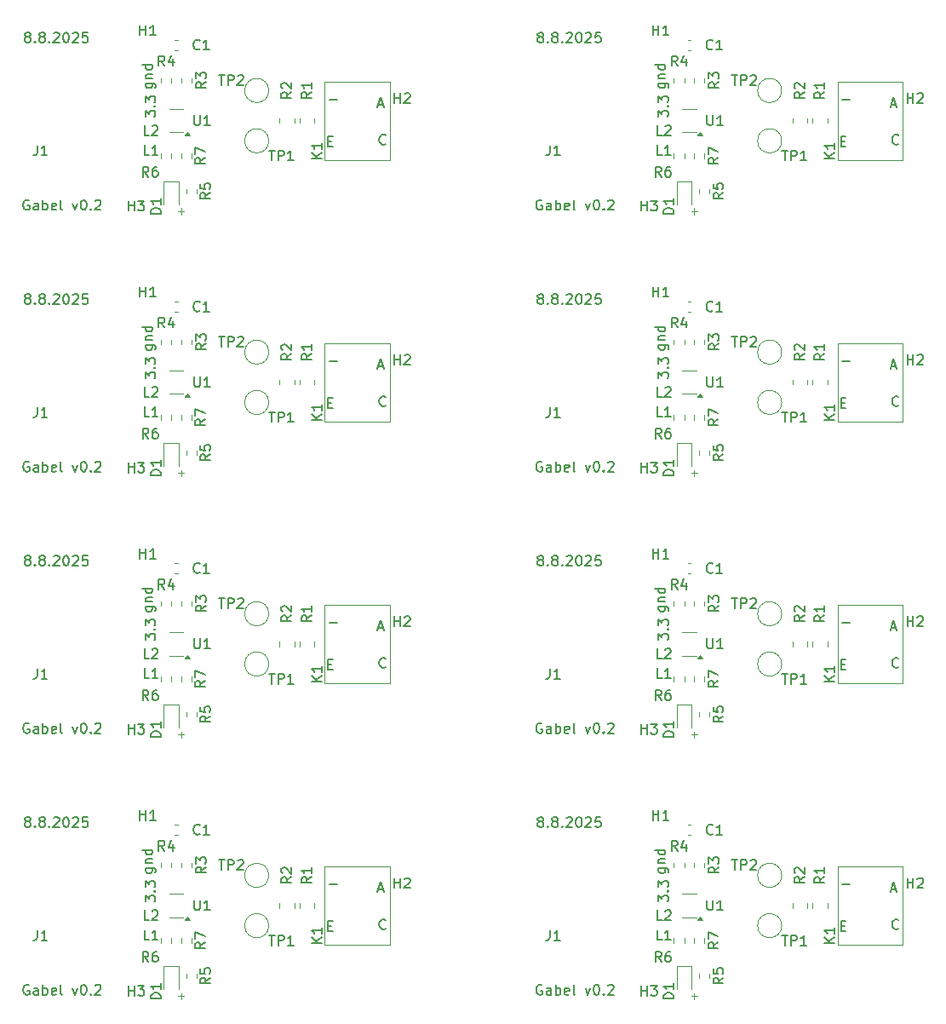
<source format=gbr>
%TF.GenerationSoftware,KiCad,Pcbnew,9.0.3*%
%TF.CreationDate,2025-08-08T18:23:31+02:00*%
%TF.ProjectId,iagabel-panel,69616761-6265-46c2-9d70-616e656c2e6b,rev?*%
%TF.SameCoordinates,Original*%
%TF.FileFunction,Legend,Top*%
%TF.FilePolarity,Positive*%
%FSLAX46Y46*%
G04 Gerber Fmt 4.6, Leading zero omitted, Abs format (unit mm)*
G04 Created by KiCad (PCBNEW 9.0.3) date 2025-08-08 18:23:31*
%MOMM*%
%LPD*%
G01*
G04 APERTURE LIST*
%ADD10C,0.150000*%
%ADD11C,0.100000*%
%ADD12C,0.120000*%
G04 APERTURE END LIST*
D10*
X13312969Y-91419819D02*
X12836779Y-91419819D01*
X12836779Y-91419819D02*
X12836779Y-90419819D01*
X14170112Y-91419819D02*
X13598684Y-91419819D01*
X13884398Y-91419819D02*
X13884398Y-90419819D01*
X13884398Y-90419819D02*
X13789160Y-90562676D01*
X13789160Y-90562676D02*
X13693922Y-90657914D01*
X13693922Y-90657914D02*
X13598684Y-90705533D01*
X12919819Y-87608458D02*
X12919819Y-86989411D01*
X12919819Y-86989411D02*
X13300771Y-87322744D01*
X13300771Y-87322744D02*
X13300771Y-87179887D01*
X13300771Y-87179887D02*
X13348390Y-87084649D01*
X13348390Y-87084649D02*
X13396009Y-87037030D01*
X13396009Y-87037030D02*
X13491247Y-86989411D01*
X13491247Y-86989411D02*
X13729342Y-86989411D01*
X13729342Y-86989411D02*
X13824580Y-87037030D01*
X13824580Y-87037030D02*
X13872200Y-87084649D01*
X13872200Y-87084649D02*
X13919819Y-87179887D01*
X13919819Y-87179887D02*
X13919819Y-87465601D01*
X13919819Y-87465601D02*
X13872200Y-87560839D01*
X13872200Y-87560839D02*
X13824580Y-87608458D01*
X13824580Y-86560839D02*
X13872200Y-86513220D01*
X13872200Y-86513220D02*
X13919819Y-86560839D01*
X13919819Y-86560839D02*
X13872200Y-86608458D01*
X13872200Y-86608458D02*
X13824580Y-86560839D01*
X13824580Y-86560839D02*
X13919819Y-86560839D01*
X12919819Y-86179887D02*
X12919819Y-85560840D01*
X12919819Y-85560840D02*
X13300771Y-85894173D01*
X13300771Y-85894173D02*
X13300771Y-85751316D01*
X13300771Y-85751316D02*
X13348390Y-85656078D01*
X13348390Y-85656078D02*
X13396009Y-85608459D01*
X13396009Y-85608459D02*
X13491247Y-85560840D01*
X13491247Y-85560840D02*
X13729342Y-85560840D01*
X13729342Y-85560840D02*
X13824580Y-85608459D01*
X13824580Y-85608459D02*
X13872200Y-85656078D01*
X13872200Y-85656078D02*
X13919819Y-85751316D01*
X13919819Y-85751316D02*
X13919819Y-86037030D01*
X13919819Y-86037030D02*
X13872200Y-86132268D01*
X13872200Y-86132268D02*
X13824580Y-86179887D01*
X13312969Y-89469819D02*
X12836779Y-89469819D01*
X12836779Y-89469819D02*
X12836779Y-88469819D01*
X13598684Y-88565057D02*
X13646303Y-88517438D01*
X13646303Y-88517438D02*
X13741541Y-88469819D01*
X13741541Y-88469819D02*
X13979636Y-88469819D01*
X13979636Y-88469819D02*
X14074874Y-88517438D01*
X14074874Y-88517438D02*
X14122493Y-88565057D01*
X14122493Y-88565057D02*
X14170112Y-88660295D01*
X14170112Y-88660295D02*
X14170112Y-88755533D01*
X14170112Y-88755533D02*
X14122493Y-88898390D01*
X14122493Y-88898390D02*
X13551065Y-89469819D01*
X13551065Y-89469819D02*
X14170112Y-89469819D01*
X1360588Y-95917438D02*
X1265350Y-95869819D01*
X1265350Y-95869819D02*
X1122493Y-95869819D01*
X1122493Y-95869819D02*
X979636Y-95917438D01*
X979636Y-95917438D02*
X884398Y-96012676D01*
X884398Y-96012676D02*
X836779Y-96107914D01*
X836779Y-96107914D02*
X789160Y-96298390D01*
X789160Y-96298390D02*
X789160Y-96441247D01*
X789160Y-96441247D02*
X836779Y-96631723D01*
X836779Y-96631723D02*
X884398Y-96726961D01*
X884398Y-96726961D02*
X979636Y-96822200D01*
X979636Y-96822200D02*
X1122493Y-96869819D01*
X1122493Y-96869819D02*
X1217731Y-96869819D01*
X1217731Y-96869819D02*
X1360588Y-96822200D01*
X1360588Y-96822200D02*
X1408207Y-96774580D01*
X1408207Y-96774580D02*
X1408207Y-96441247D01*
X1408207Y-96441247D02*
X1217731Y-96441247D01*
X2265350Y-96869819D02*
X2265350Y-96346009D01*
X2265350Y-96346009D02*
X2217731Y-96250771D01*
X2217731Y-96250771D02*
X2122493Y-96203152D01*
X2122493Y-96203152D02*
X1932017Y-96203152D01*
X1932017Y-96203152D02*
X1836779Y-96250771D01*
X2265350Y-96822200D02*
X2170112Y-96869819D01*
X2170112Y-96869819D02*
X1932017Y-96869819D01*
X1932017Y-96869819D02*
X1836779Y-96822200D01*
X1836779Y-96822200D02*
X1789160Y-96726961D01*
X1789160Y-96726961D02*
X1789160Y-96631723D01*
X1789160Y-96631723D02*
X1836779Y-96536485D01*
X1836779Y-96536485D02*
X1932017Y-96488866D01*
X1932017Y-96488866D02*
X2170112Y-96488866D01*
X2170112Y-96488866D02*
X2265350Y-96441247D01*
X2741541Y-96869819D02*
X2741541Y-95869819D01*
X2741541Y-96250771D02*
X2836779Y-96203152D01*
X2836779Y-96203152D02*
X3027255Y-96203152D01*
X3027255Y-96203152D02*
X3122493Y-96250771D01*
X3122493Y-96250771D02*
X3170112Y-96298390D01*
X3170112Y-96298390D02*
X3217731Y-96393628D01*
X3217731Y-96393628D02*
X3217731Y-96679342D01*
X3217731Y-96679342D02*
X3170112Y-96774580D01*
X3170112Y-96774580D02*
X3122493Y-96822200D01*
X3122493Y-96822200D02*
X3027255Y-96869819D01*
X3027255Y-96869819D02*
X2836779Y-96869819D01*
X2836779Y-96869819D02*
X2741541Y-96822200D01*
X4027255Y-96822200D02*
X3932017Y-96869819D01*
X3932017Y-96869819D02*
X3741541Y-96869819D01*
X3741541Y-96869819D02*
X3646303Y-96822200D01*
X3646303Y-96822200D02*
X3598684Y-96726961D01*
X3598684Y-96726961D02*
X3598684Y-96346009D01*
X3598684Y-96346009D02*
X3646303Y-96250771D01*
X3646303Y-96250771D02*
X3741541Y-96203152D01*
X3741541Y-96203152D02*
X3932017Y-96203152D01*
X3932017Y-96203152D02*
X4027255Y-96250771D01*
X4027255Y-96250771D02*
X4074874Y-96346009D01*
X4074874Y-96346009D02*
X4074874Y-96441247D01*
X4074874Y-96441247D02*
X3598684Y-96536485D01*
X4646303Y-96869819D02*
X4551065Y-96822200D01*
X4551065Y-96822200D02*
X4503446Y-96726961D01*
X4503446Y-96726961D02*
X4503446Y-95869819D01*
X5693923Y-96203152D02*
X5932018Y-96869819D01*
X5932018Y-96869819D02*
X6170113Y-96203152D01*
X6741542Y-95869819D02*
X6836780Y-95869819D01*
X6836780Y-95869819D02*
X6932018Y-95917438D01*
X6932018Y-95917438D02*
X6979637Y-95965057D01*
X6979637Y-95965057D02*
X7027256Y-96060295D01*
X7027256Y-96060295D02*
X7074875Y-96250771D01*
X7074875Y-96250771D02*
X7074875Y-96488866D01*
X7074875Y-96488866D02*
X7027256Y-96679342D01*
X7027256Y-96679342D02*
X6979637Y-96774580D01*
X6979637Y-96774580D02*
X6932018Y-96822200D01*
X6932018Y-96822200D02*
X6836780Y-96869819D01*
X6836780Y-96869819D02*
X6741542Y-96869819D01*
X6741542Y-96869819D02*
X6646304Y-96822200D01*
X6646304Y-96822200D02*
X6598685Y-96774580D01*
X6598685Y-96774580D02*
X6551066Y-96679342D01*
X6551066Y-96679342D02*
X6503447Y-96488866D01*
X6503447Y-96488866D02*
X6503447Y-96250771D01*
X6503447Y-96250771D02*
X6551066Y-96060295D01*
X6551066Y-96060295D02*
X6598685Y-95965057D01*
X6598685Y-95965057D02*
X6646304Y-95917438D01*
X6646304Y-95917438D02*
X6741542Y-95869819D01*
X7503447Y-96774580D02*
X7551066Y-96822200D01*
X7551066Y-96822200D02*
X7503447Y-96869819D01*
X7503447Y-96869819D02*
X7455828Y-96822200D01*
X7455828Y-96822200D02*
X7503447Y-96774580D01*
X7503447Y-96774580D02*
X7503447Y-96869819D01*
X7932018Y-95965057D02*
X7979637Y-95917438D01*
X7979637Y-95917438D02*
X8074875Y-95869819D01*
X8074875Y-95869819D02*
X8312970Y-95869819D01*
X8312970Y-95869819D02*
X8408208Y-95917438D01*
X8408208Y-95917438D02*
X8455827Y-95965057D01*
X8455827Y-95965057D02*
X8503446Y-96060295D01*
X8503446Y-96060295D02*
X8503446Y-96155533D01*
X8503446Y-96155533D02*
X8455827Y-96298390D01*
X8455827Y-96298390D02*
X7884399Y-96869819D01*
X7884399Y-96869819D02*
X8503446Y-96869819D01*
D11*
X16200000Y-97000000D02*
X16800000Y-97000000D01*
D10*
X1129636Y-79648390D02*
X1034398Y-79600771D01*
X1034398Y-79600771D02*
X986779Y-79553152D01*
X986779Y-79553152D02*
X939160Y-79457914D01*
X939160Y-79457914D02*
X939160Y-79410295D01*
X939160Y-79410295D02*
X986779Y-79315057D01*
X986779Y-79315057D02*
X1034398Y-79267438D01*
X1034398Y-79267438D02*
X1129636Y-79219819D01*
X1129636Y-79219819D02*
X1320112Y-79219819D01*
X1320112Y-79219819D02*
X1415350Y-79267438D01*
X1415350Y-79267438D02*
X1462969Y-79315057D01*
X1462969Y-79315057D02*
X1510588Y-79410295D01*
X1510588Y-79410295D02*
X1510588Y-79457914D01*
X1510588Y-79457914D02*
X1462969Y-79553152D01*
X1462969Y-79553152D02*
X1415350Y-79600771D01*
X1415350Y-79600771D02*
X1320112Y-79648390D01*
X1320112Y-79648390D02*
X1129636Y-79648390D01*
X1129636Y-79648390D02*
X1034398Y-79696009D01*
X1034398Y-79696009D02*
X986779Y-79743628D01*
X986779Y-79743628D02*
X939160Y-79838866D01*
X939160Y-79838866D02*
X939160Y-80029342D01*
X939160Y-80029342D02*
X986779Y-80124580D01*
X986779Y-80124580D02*
X1034398Y-80172200D01*
X1034398Y-80172200D02*
X1129636Y-80219819D01*
X1129636Y-80219819D02*
X1320112Y-80219819D01*
X1320112Y-80219819D02*
X1415350Y-80172200D01*
X1415350Y-80172200D02*
X1462969Y-80124580D01*
X1462969Y-80124580D02*
X1510588Y-80029342D01*
X1510588Y-80029342D02*
X1510588Y-79838866D01*
X1510588Y-79838866D02*
X1462969Y-79743628D01*
X1462969Y-79743628D02*
X1415350Y-79696009D01*
X1415350Y-79696009D02*
X1320112Y-79648390D01*
X1939160Y-80124580D02*
X1986779Y-80172200D01*
X1986779Y-80172200D02*
X1939160Y-80219819D01*
X1939160Y-80219819D02*
X1891541Y-80172200D01*
X1891541Y-80172200D02*
X1939160Y-80124580D01*
X1939160Y-80124580D02*
X1939160Y-80219819D01*
X2558207Y-79648390D02*
X2462969Y-79600771D01*
X2462969Y-79600771D02*
X2415350Y-79553152D01*
X2415350Y-79553152D02*
X2367731Y-79457914D01*
X2367731Y-79457914D02*
X2367731Y-79410295D01*
X2367731Y-79410295D02*
X2415350Y-79315057D01*
X2415350Y-79315057D02*
X2462969Y-79267438D01*
X2462969Y-79267438D02*
X2558207Y-79219819D01*
X2558207Y-79219819D02*
X2748683Y-79219819D01*
X2748683Y-79219819D02*
X2843921Y-79267438D01*
X2843921Y-79267438D02*
X2891540Y-79315057D01*
X2891540Y-79315057D02*
X2939159Y-79410295D01*
X2939159Y-79410295D02*
X2939159Y-79457914D01*
X2939159Y-79457914D02*
X2891540Y-79553152D01*
X2891540Y-79553152D02*
X2843921Y-79600771D01*
X2843921Y-79600771D02*
X2748683Y-79648390D01*
X2748683Y-79648390D02*
X2558207Y-79648390D01*
X2558207Y-79648390D02*
X2462969Y-79696009D01*
X2462969Y-79696009D02*
X2415350Y-79743628D01*
X2415350Y-79743628D02*
X2367731Y-79838866D01*
X2367731Y-79838866D02*
X2367731Y-80029342D01*
X2367731Y-80029342D02*
X2415350Y-80124580D01*
X2415350Y-80124580D02*
X2462969Y-80172200D01*
X2462969Y-80172200D02*
X2558207Y-80219819D01*
X2558207Y-80219819D02*
X2748683Y-80219819D01*
X2748683Y-80219819D02*
X2843921Y-80172200D01*
X2843921Y-80172200D02*
X2891540Y-80124580D01*
X2891540Y-80124580D02*
X2939159Y-80029342D01*
X2939159Y-80029342D02*
X2939159Y-79838866D01*
X2939159Y-79838866D02*
X2891540Y-79743628D01*
X2891540Y-79743628D02*
X2843921Y-79696009D01*
X2843921Y-79696009D02*
X2748683Y-79648390D01*
X3367731Y-80124580D02*
X3415350Y-80172200D01*
X3415350Y-80172200D02*
X3367731Y-80219819D01*
X3367731Y-80219819D02*
X3320112Y-80172200D01*
X3320112Y-80172200D02*
X3367731Y-80124580D01*
X3367731Y-80124580D02*
X3367731Y-80219819D01*
X3796302Y-79315057D02*
X3843921Y-79267438D01*
X3843921Y-79267438D02*
X3939159Y-79219819D01*
X3939159Y-79219819D02*
X4177254Y-79219819D01*
X4177254Y-79219819D02*
X4272492Y-79267438D01*
X4272492Y-79267438D02*
X4320111Y-79315057D01*
X4320111Y-79315057D02*
X4367730Y-79410295D01*
X4367730Y-79410295D02*
X4367730Y-79505533D01*
X4367730Y-79505533D02*
X4320111Y-79648390D01*
X4320111Y-79648390D02*
X3748683Y-80219819D01*
X3748683Y-80219819D02*
X4367730Y-80219819D01*
X4986778Y-79219819D02*
X5082016Y-79219819D01*
X5082016Y-79219819D02*
X5177254Y-79267438D01*
X5177254Y-79267438D02*
X5224873Y-79315057D01*
X5224873Y-79315057D02*
X5272492Y-79410295D01*
X5272492Y-79410295D02*
X5320111Y-79600771D01*
X5320111Y-79600771D02*
X5320111Y-79838866D01*
X5320111Y-79838866D02*
X5272492Y-80029342D01*
X5272492Y-80029342D02*
X5224873Y-80124580D01*
X5224873Y-80124580D02*
X5177254Y-80172200D01*
X5177254Y-80172200D02*
X5082016Y-80219819D01*
X5082016Y-80219819D02*
X4986778Y-80219819D01*
X4986778Y-80219819D02*
X4891540Y-80172200D01*
X4891540Y-80172200D02*
X4843921Y-80124580D01*
X4843921Y-80124580D02*
X4796302Y-80029342D01*
X4796302Y-80029342D02*
X4748683Y-79838866D01*
X4748683Y-79838866D02*
X4748683Y-79600771D01*
X4748683Y-79600771D02*
X4796302Y-79410295D01*
X4796302Y-79410295D02*
X4843921Y-79315057D01*
X4843921Y-79315057D02*
X4891540Y-79267438D01*
X4891540Y-79267438D02*
X4986778Y-79219819D01*
X5701064Y-79315057D02*
X5748683Y-79267438D01*
X5748683Y-79267438D02*
X5843921Y-79219819D01*
X5843921Y-79219819D02*
X6082016Y-79219819D01*
X6082016Y-79219819D02*
X6177254Y-79267438D01*
X6177254Y-79267438D02*
X6224873Y-79315057D01*
X6224873Y-79315057D02*
X6272492Y-79410295D01*
X6272492Y-79410295D02*
X6272492Y-79505533D01*
X6272492Y-79505533D02*
X6224873Y-79648390D01*
X6224873Y-79648390D02*
X5653445Y-80219819D01*
X5653445Y-80219819D02*
X6272492Y-80219819D01*
X7177254Y-79219819D02*
X6701064Y-79219819D01*
X6701064Y-79219819D02*
X6653445Y-79696009D01*
X6653445Y-79696009D02*
X6701064Y-79648390D01*
X6701064Y-79648390D02*
X6796302Y-79600771D01*
X6796302Y-79600771D02*
X7034397Y-79600771D01*
X7034397Y-79600771D02*
X7129635Y-79648390D01*
X7129635Y-79648390D02*
X7177254Y-79696009D01*
X7177254Y-79696009D02*
X7224873Y-79791247D01*
X7224873Y-79791247D02*
X7224873Y-80029342D01*
X7224873Y-80029342D02*
X7177254Y-80124580D01*
X7177254Y-80124580D02*
X7129635Y-80172200D01*
X7129635Y-80172200D02*
X7034397Y-80219819D01*
X7034397Y-80219819D02*
X6796302Y-80219819D01*
X6796302Y-80219819D02*
X6701064Y-80172200D01*
X6701064Y-80172200D02*
X6653445Y-80124580D01*
X31086779Y-90046009D02*
X31420112Y-90046009D01*
X31562969Y-90569819D02*
X31086779Y-90569819D01*
X31086779Y-90569819D02*
X31086779Y-89569819D01*
X31086779Y-89569819D02*
X31562969Y-89569819D01*
X36089160Y-86384104D02*
X36565350Y-86384104D01*
X35993922Y-86669819D02*
X36327255Y-85669819D01*
X36327255Y-85669819D02*
X36660588Y-86669819D01*
X31236779Y-85888866D02*
X31998684Y-85888866D01*
X12953152Y-84284649D02*
X13762676Y-84284649D01*
X13762676Y-84284649D02*
X13857914Y-84332268D01*
X13857914Y-84332268D02*
X13905533Y-84379887D01*
X13905533Y-84379887D02*
X13953152Y-84475125D01*
X13953152Y-84475125D02*
X13953152Y-84617982D01*
X13953152Y-84617982D02*
X13905533Y-84713220D01*
X13572200Y-84284649D02*
X13619819Y-84379887D01*
X13619819Y-84379887D02*
X13619819Y-84570363D01*
X13619819Y-84570363D02*
X13572200Y-84665601D01*
X13572200Y-84665601D02*
X13524580Y-84713220D01*
X13524580Y-84713220D02*
X13429342Y-84760839D01*
X13429342Y-84760839D02*
X13143628Y-84760839D01*
X13143628Y-84760839D02*
X13048390Y-84713220D01*
X13048390Y-84713220D02*
X13000771Y-84665601D01*
X13000771Y-84665601D02*
X12953152Y-84570363D01*
X12953152Y-84570363D02*
X12953152Y-84379887D01*
X12953152Y-84379887D02*
X13000771Y-84284649D01*
X12953152Y-83808458D02*
X13619819Y-83808458D01*
X13048390Y-83808458D02*
X13000771Y-83760839D01*
X13000771Y-83760839D02*
X12953152Y-83665601D01*
X12953152Y-83665601D02*
X12953152Y-83522744D01*
X12953152Y-83522744D02*
X13000771Y-83427506D01*
X13000771Y-83427506D02*
X13096009Y-83379887D01*
X13096009Y-83379887D02*
X13619819Y-83379887D01*
X13619819Y-82475125D02*
X12619819Y-82475125D01*
X13572200Y-82475125D02*
X13619819Y-82570363D01*
X13619819Y-82570363D02*
X13619819Y-82760839D01*
X13619819Y-82760839D02*
X13572200Y-82856077D01*
X13572200Y-82856077D02*
X13524580Y-82903696D01*
X13524580Y-82903696D02*
X13429342Y-82951315D01*
X13429342Y-82951315D02*
X13143628Y-82951315D01*
X13143628Y-82951315D02*
X13048390Y-82903696D01*
X13048390Y-82903696D02*
X13000771Y-82856077D01*
X13000771Y-82856077D02*
X12953152Y-82760839D01*
X12953152Y-82760839D02*
X12953152Y-82570363D01*
X12953152Y-82570363D02*
X13000771Y-82475125D01*
X36808207Y-90274580D02*
X36760588Y-90322200D01*
X36760588Y-90322200D02*
X36617731Y-90369819D01*
X36617731Y-90369819D02*
X36522493Y-90369819D01*
X36522493Y-90369819D02*
X36379636Y-90322200D01*
X36379636Y-90322200D02*
X36284398Y-90226961D01*
X36284398Y-90226961D02*
X36236779Y-90131723D01*
X36236779Y-90131723D02*
X36189160Y-89941247D01*
X36189160Y-89941247D02*
X36189160Y-89798390D01*
X36189160Y-89798390D02*
X36236779Y-89607914D01*
X36236779Y-89607914D02*
X36284398Y-89512676D01*
X36284398Y-89512676D02*
X36379636Y-89417438D01*
X36379636Y-89417438D02*
X36522493Y-89369819D01*
X36522493Y-89369819D02*
X36617731Y-89369819D01*
X36617731Y-89369819D02*
X36760588Y-89417438D01*
X36760588Y-89417438D02*
X36808207Y-89465057D01*
D11*
X16500000Y-96700000D02*
X16500000Y-97300000D01*
D10*
X82086779Y-64046009D02*
X82420112Y-64046009D01*
X82562969Y-64569819D02*
X82086779Y-64569819D01*
X82086779Y-64569819D02*
X82086779Y-63569819D01*
X82086779Y-63569819D02*
X82562969Y-63569819D01*
X64312969Y-63469819D02*
X63836779Y-63469819D01*
X63836779Y-63469819D02*
X63836779Y-62469819D01*
X64598684Y-62565057D02*
X64646303Y-62517438D01*
X64646303Y-62517438D02*
X64741541Y-62469819D01*
X64741541Y-62469819D02*
X64979636Y-62469819D01*
X64979636Y-62469819D02*
X65074874Y-62517438D01*
X65074874Y-62517438D02*
X65122493Y-62565057D01*
X65122493Y-62565057D02*
X65170112Y-62660295D01*
X65170112Y-62660295D02*
X65170112Y-62755533D01*
X65170112Y-62755533D02*
X65122493Y-62898390D01*
X65122493Y-62898390D02*
X64551065Y-63469819D01*
X64551065Y-63469819D02*
X65170112Y-63469819D01*
X64312969Y-65419819D02*
X63836779Y-65419819D01*
X63836779Y-65419819D02*
X63836779Y-64419819D01*
X65170112Y-65419819D02*
X64598684Y-65419819D01*
X64884398Y-65419819D02*
X64884398Y-64419819D01*
X64884398Y-64419819D02*
X64789160Y-64562676D01*
X64789160Y-64562676D02*
X64693922Y-64657914D01*
X64693922Y-64657914D02*
X64598684Y-64705533D01*
X63919819Y-61608458D02*
X63919819Y-60989411D01*
X63919819Y-60989411D02*
X64300771Y-61322744D01*
X64300771Y-61322744D02*
X64300771Y-61179887D01*
X64300771Y-61179887D02*
X64348390Y-61084649D01*
X64348390Y-61084649D02*
X64396009Y-61037030D01*
X64396009Y-61037030D02*
X64491247Y-60989411D01*
X64491247Y-60989411D02*
X64729342Y-60989411D01*
X64729342Y-60989411D02*
X64824580Y-61037030D01*
X64824580Y-61037030D02*
X64872200Y-61084649D01*
X64872200Y-61084649D02*
X64919819Y-61179887D01*
X64919819Y-61179887D02*
X64919819Y-61465601D01*
X64919819Y-61465601D02*
X64872200Y-61560839D01*
X64872200Y-61560839D02*
X64824580Y-61608458D01*
X64824580Y-60560839D02*
X64872200Y-60513220D01*
X64872200Y-60513220D02*
X64919819Y-60560839D01*
X64919819Y-60560839D02*
X64872200Y-60608458D01*
X64872200Y-60608458D02*
X64824580Y-60560839D01*
X64824580Y-60560839D02*
X64919819Y-60560839D01*
X63919819Y-60179887D02*
X63919819Y-59560840D01*
X63919819Y-59560840D02*
X64300771Y-59894173D01*
X64300771Y-59894173D02*
X64300771Y-59751316D01*
X64300771Y-59751316D02*
X64348390Y-59656078D01*
X64348390Y-59656078D02*
X64396009Y-59608459D01*
X64396009Y-59608459D02*
X64491247Y-59560840D01*
X64491247Y-59560840D02*
X64729342Y-59560840D01*
X64729342Y-59560840D02*
X64824580Y-59608459D01*
X64824580Y-59608459D02*
X64872200Y-59656078D01*
X64872200Y-59656078D02*
X64919819Y-59751316D01*
X64919819Y-59751316D02*
X64919819Y-60037030D01*
X64919819Y-60037030D02*
X64872200Y-60132268D01*
X64872200Y-60132268D02*
X64824580Y-60179887D01*
D11*
X67200000Y-71000000D02*
X67800000Y-71000000D01*
D10*
X52129636Y-53648390D02*
X52034398Y-53600771D01*
X52034398Y-53600771D02*
X51986779Y-53553152D01*
X51986779Y-53553152D02*
X51939160Y-53457914D01*
X51939160Y-53457914D02*
X51939160Y-53410295D01*
X51939160Y-53410295D02*
X51986779Y-53315057D01*
X51986779Y-53315057D02*
X52034398Y-53267438D01*
X52034398Y-53267438D02*
X52129636Y-53219819D01*
X52129636Y-53219819D02*
X52320112Y-53219819D01*
X52320112Y-53219819D02*
X52415350Y-53267438D01*
X52415350Y-53267438D02*
X52462969Y-53315057D01*
X52462969Y-53315057D02*
X52510588Y-53410295D01*
X52510588Y-53410295D02*
X52510588Y-53457914D01*
X52510588Y-53457914D02*
X52462969Y-53553152D01*
X52462969Y-53553152D02*
X52415350Y-53600771D01*
X52415350Y-53600771D02*
X52320112Y-53648390D01*
X52320112Y-53648390D02*
X52129636Y-53648390D01*
X52129636Y-53648390D02*
X52034398Y-53696009D01*
X52034398Y-53696009D02*
X51986779Y-53743628D01*
X51986779Y-53743628D02*
X51939160Y-53838866D01*
X51939160Y-53838866D02*
X51939160Y-54029342D01*
X51939160Y-54029342D02*
X51986779Y-54124580D01*
X51986779Y-54124580D02*
X52034398Y-54172200D01*
X52034398Y-54172200D02*
X52129636Y-54219819D01*
X52129636Y-54219819D02*
X52320112Y-54219819D01*
X52320112Y-54219819D02*
X52415350Y-54172200D01*
X52415350Y-54172200D02*
X52462969Y-54124580D01*
X52462969Y-54124580D02*
X52510588Y-54029342D01*
X52510588Y-54029342D02*
X52510588Y-53838866D01*
X52510588Y-53838866D02*
X52462969Y-53743628D01*
X52462969Y-53743628D02*
X52415350Y-53696009D01*
X52415350Y-53696009D02*
X52320112Y-53648390D01*
X52939160Y-54124580D02*
X52986779Y-54172200D01*
X52986779Y-54172200D02*
X52939160Y-54219819D01*
X52939160Y-54219819D02*
X52891541Y-54172200D01*
X52891541Y-54172200D02*
X52939160Y-54124580D01*
X52939160Y-54124580D02*
X52939160Y-54219819D01*
X53558207Y-53648390D02*
X53462969Y-53600771D01*
X53462969Y-53600771D02*
X53415350Y-53553152D01*
X53415350Y-53553152D02*
X53367731Y-53457914D01*
X53367731Y-53457914D02*
X53367731Y-53410295D01*
X53367731Y-53410295D02*
X53415350Y-53315057D01*
X53415350Y-53315057D02*
X53462969Y-53267438D01*
X53462969Y-53267438D02*
X53558207Y-53219819D01*
X53558207Y-53219819D02*
X53748683Y-53219819D01*
X53748683Y-53219819D02*
X53843921Y-53267438D01*
X53843921Y-53267438D02*
X53891540Y-53315057D01*
X53891540Y-53315057D02*
X53939159Y-53410295D01*
X53939159Y-53410295D02*
X53939159Y-53457914D01*
X53939159Y-53457914D02*
X53891540Y-53553152D01*
X53891540Y-53553152D02*
X53843921Y-53600771D01*
X53843921Y-53600771D02*
X53748683Y-53648390D01*
X53748683Y-53648390D02*
X53558207Y-53648390D01*
X53558207Y-53648390D02*
X53462969Y-53696009D01*
X53462969Y-53696009D02*
X53415350Y-53743628D01*
X53415350Y-53743628D02*
X53367731Y-53838866D01*
X53367731Y-53838866D02*
X53367731Y-54029342D01*
X53367731Y-54029342D02*
X53415350Y-54124580D01*
X53415350Y-54124580D02*
X53462969Y-54172200D01*
X53462969Y-54172200D02*
X53558207Y-54219819D01*
X53558207Y-54219819D02*
X53748683Y-54219819D01*
X53748683Y-54219819D02*
X53843921Y-54172200D01*
X53843921Y-54172200D02*
X53891540Y-54124580D01*
X53891540Y-54124580D02*
X53939159Y-54029342D01*
X53939159Y-54029342D02*
X53939159Y-53838866D01*
X53939159Y-53838866D02*
X53891540Y-53743628D01*
X53891540Y-53743628D02*
X53843921Y-53696009D01*
X53843921Y-53696009D02*
X53748683Y-53648390D01*
X54367731Y-54124580D02*
X54415350Y-54172200D01*
X54415350Y-54172200D02*
X54367731Y-54219819D01*
X54367731Y-54219819D02*
X54320112Y-54172200D01*
X54320112Y-54172200D02*
X54367731Y-54124580D01*
X54367731Y-54124580D02*
X54367731Y-54219819D01*
X54796302Y-53315057D02*
X54843921Y-53267438D01*
X54843921Y-53267438D02*
X54939159Y-53219819D01*
X54939159Y-53219819D02*
X55177254Y-53219819D01*
X55177254Y-53219819D02*
X55272492Y-53267438D01*
X55272492Y-53267438D02*
X55320111Y-53315057D01*
X55320111Y-53315057D02*
X55367730Y-53410295D01*
X55367730Y-53410295D02*
X55367730Y-53505533D01*
X55367730Y-53505533D02*
X55320111Y-53648390D01*
X55320111Y-53648390D02*
X54748683Y-54219819D01*
X54748683Y-54219819D02*
X55367730Y-54219819D01*
X55986778Y-53219819D02*
X56082016Y-53219819D01*
X56082016Y-53219819D02*
X56177254Y-53267438D01*
X56177254Y-53267438D02*
X56224873Y-53315057D01*
X56224873Y-53315057D02*
X56272492Y-53410295D01*
X56272492Y-53410295D02*
X56320111Y-53600771D01*
X56320111Y-53600771D02*
X56320111Y-53838866D01*
X56320111Y-53838866D02*
X56272492Y-54029342D01*
X56272492Y-54029342D02*
X56224873Y-54124580D01*
X56224873Y-54124580D02*
X56177254Y-54172200D01*
X56177254Y-54172200D02*
X56082016Y-54219819D01*
X56082016Y-54219819D02*
X55986778Y-54219819D01*
X55986778Y-54219819D02*
X55891540Y-54172200D01*
X55891540Y-54172200D02*
X55843921Y-54124580D01*
X55843921Y-54124580D02*
X55796302Y-54029342D01*
X55796302Y-54029342D02*
X55748683Y-53838866D01*
X55748683Y-53838866D02*
X55748683Y-53600771D01*
X55748683Y-53600771D02*
X55796302Y-53410295D01*
X55796302Y-53410295D02*
X55843921Y-53315057D01*
X55843921Y-53315057D02*
X55891540Y-53267438D01*
X55891540Y-53267438D02*
X55986778Y-53219819D01*
X56701064Y-53315057D02*
X56748683Y-53267438D01*
X56748683Y-53267438D02*
X56843921Y-53219819D01*
X56843921Y-53219819D02*
X57082016Y-53219819D01*
X57082016Y-53219819D02*
X57177254Y-53267438D01*
X57177254Y-53267438D02*
X57224873Y-53315057D01*
X57224873Y-53315057D02*
X57272492Y-53410295D01*
X57272492Y-53410295D02*
X57272492Y-53505533D01*
X57272492Y-53505533D02*
X57224873Y-53648390D01*
X57224873Y-53648390D02*
X56653445Y-54219819D01*
X56653445Y-54219819D02*
X57272492Y-54219819D01*
X58177254Y-53219819D02*
X57701064Y-53219819D01*
X57701064Y-53219819D02*
X57653445Y-53696009D01*
X57653445Y-53696009D02*
X57701064Y-53648390D01*
X57701064Y-53648390D02*
X57796302Y-53600771D01*
X57796302Y-53600771D02*
X58034397Y-53600771D01*
X58034397Y-53600771D02*
X58129635Y-53648390D01*
X58129635Y-53648390D02*
X58177254Y-53696009D01*
X58177254Y-53696009D02*
X58224873Y-53791247D01*
X58224873Y-53791247D02*
X58224873Y-54029342D01*
X58224873Y-54029342D02*
X58177254Y-54124580D01*
X58177254Y-54124580D02*
X58129635Y-54172200D01*
X58129635Y-54172200D02*
X58034397Y-54219819D01*
X58034397Y-54219819D02*
X57796302Y-54219819D01*
X57796302Y-54219819D02*
X57701064Y-54172200D01*
X57701064Y-54172200D02*
X57653445Y-54124580D01*
X82236779Y-59888866D02*
X82998684Y-59888866D01*
D11*
X67500000Y-70700000D02*
X67500000Y-71300000D01*
D10*
X63953152Y-58284649D02*
X64762676Y-58284649D01*
X64762676Y-58284649D02*
X64857914Y-58332268D01*
X64857914Y-58332268D02*
X64905533Y-58379887D01*
X64905533Y-58379887D02*
X64953152Y-58475125D01*
X64953152Y-58475125D02*
X64953152Y-58617982D01*
X64953152Y-58617982D02*
X64905533Y-58713220D01*
X64572200Y-58284649D02*
X64619819Y-58379887D01*
X64619819Y-58379887D02*
X64619819Y-58570363D01*
X64619819Y-58570363D02*
X64572200Y-58665601D01*
X64572200Y-58665601D02*
X64524580Y-58713220D01*
X64524580Y-58713220D02*
X64429342Y-58760839D01*
X64429342Y-58760839D02*
X64143628Y-58760839D01*
X64143628Y-58760839D02*
X64048390Y-58713220D01*
X64048390Y-58713220D02*
X64000771Y-58665601D01*
X64000771Y-58665601D02*
X63953152Y-58570363D01*
X63953152Y-58570363D02*
X63953152Y-58379887D01*
X63953152Y-58379887D02*
X64000771Y-58284649D01*
X63953152Y-57808458D02*
X64619819Y-57808458D01*
X64048390Y-57808458D02*
X64000771Y-57760839D01*
X64000771Y-57760839D02*
X63953152Y-57665601D01*
X63953152Y-57665601D02*
X63953152Y-57522744D01*
X63953152Y-57522744D02*
X64000771Y-57427506D01*
X64000771Y-57427506D02*
X64096009Y-57379887D01*
X64096009Y-57379887D02*
X64619819Y-57379887D01*
X64619819Y-56475125D02*
X63619819Y-56475125D01*
X64572200Y-56475125D02*
X64619819Y-56570363D01*
X64619819Y-56570363D02*
X64619819Y-56760839D01*
X64619819Y-56760839D02*
X64572200Y-56856077D01*
X64572200Y-56856077D02*
X64524580Y-56903696D01*
X64524580Y-56903696D02*
X64429342Y-56951315D01*
X64429342Y-56951315D02*
X64143628Y-56951315D01*
X64143628Y-56951315D02*
X64048390Y-56903696D01*
X64048390Y-56903696D02*
X64000771Y-56856077D01*
X64000771Y-56856077D02*
X63953152Y-56760839D01*
X63953152Y-56760839D02*
X63953152Y-56570363D01*
X63953152Y-56570363D02*
X64000771Y-56475125D01*
X52360588Y-69917438D02*
X52265350Y-69869819D01*
X52265350Y-69869819D02*
X52122493Y-69869819D01*
X52122493Y-69869819D02*
X51979636Y-69917438D01*
X51979636Y-69917438D02*
X51884398Y-70012676D01*
X51884398Y-70012676D02*
X51836779Y-70107914D01*
X51836779Y-70107914D02*
X51789160Y-70298390D01*
X51789160Y-70298390D02*
X51789160Y-70441247D01*
X51789160Y-70441247D02*
X51836779Y-70631723D01*
X51836779Y-70631723D02*
X51884398Y-70726961D01*
X51884398Y-70726961D02*
X51979636Y-70822200D01*
X51979636Y-70822200D02*
X52122493Y-70869819D01*
X52122493Y-70869819D02*
X52217731Y-70869819D01*
X52217731Y-70869819D02*
X52360588Y-70822200D01*
X52360588Y-70822200D02*
X52408207Y-70774580D01*
X52408207Y-70774580D02*
X52408207Y-70441247D01*
X52408207Y-70441247D02*
X52217731Y-70441247D01*
X53265350Y-70869819D02*
X53265350Y-70346009D01*
X53265350Y-70346009D02*
X53217731Y-70250771D01*
X53217731Y-70250771D02*
X53122493Y-70203152D01*
X53122493Y-70203152D02*
X52932017Y-70203152D01*
X52932017Y-70203152D02*
X52836779Y-70250771D01*
X53265350Y-70822200D02*
X53170112Y-70869819D01*
X53170112Y-70869819D02*
X52932017Y-70869819D01*
X52932017Y-70869819D02*
X52836779Y-70822200D01*
X52836779Y-70822200D02*
X52789160Y-70726961D01*
X52789160Y-70726961D02*
X52789160Y-70631723D01*
X52789160Y-70631723D02*
X52836779Y-70536485D01*
X52836779Y-70536485D02*
X52932017Y-70488866D01*
X52932017Y-70488866D02*
X53170112Y-70488866D01*
X53170112Y-70488866D02*
X53265350Y-70441247D01*
X53741541Y-70869819D02*
X53741541Y-69869819D01*
X53741541Y-70250771D02*
X53836779Y-70203152D01*
X53836779Y-70203152D02*
X54027255Y-70203152D01*
X54027255Y-70203152D02*
X54122493Y-70250771D01*
X54122493Y-70250771D02*
X54170112Y-70298390D01*
X54170112Y-70298390D02*
X54217731Y-70393628D01*
X54217731Y-70393628D02*
X54217731Y-70679342D01*
X54217731Y-70679342D02*
X54170112Y-70774580D01*
X54170112Y-70774580D02*
X54122493Y-70822200D01*
X54122493Y-70822200D02*
X54027255Y-70869819D01*
X54027255Y-70869819D02*
X53836779Y-70869819D01*
X53836779Y-70869819D02*
X53741541Y-70822200D01*
X55027255Y-70822200D02*
X54932017Y-70869819D01*
X54932017Y-70869819D02*
X54741541Y-70869819D01*
X54741541Y-70869819D02*
X54646303Y-70822200D01*
X54646303Y-70822200D02*
X54598684Y-70726961D01*
X54598684Y-70726961D02*
X54598684Y-70346009D01*
X54598684Y-70346009D02*
X54646303Y-70250771D01*
X54646303Y-70250771D02*
X54741541Y-70203152D01*
X54741541Y-70203152D02*
X54932017Y-70203152D01*
X54932017Y-70203152D02*
X55027255Y-70250771D01*
X55027255Y-70250771D02*
X55074874Y-70346009D01*
X55074874Y-70346009D02*
X55074874Y-70441247D01*
X55074874Y-70441247D02*
X54598684Y-70536485D01*
X55646303Y-70869819D02*
X55551065Y-70822200D01*
X55551065Y-70822200D02*
X55503446Y-70726961D01*
X55503446Y-70726961D02*
X55503446Y-69869819D01*
X56693923Y-70203152D02*
X56932018Y-70869819D01*
X56932018Y-70869819D02*
X57170113Y-70203152D01*
X57741542Y-69869819D02*
X57836780Y-69869819D01*
X57836780Y-69869819D02*
X57932018Y-69917438D01*
X57932018Y-69917438D02*
X57979637Y-69965057D01*
X57979637Y-69965057D02*
X58027256Y-70060295D01*
X58027256Y-70060295D02*
X58074875Y-70250771D01*
X58074875Y-70250771D02*
X58074875Y-70488866D01*
X58074875Y-70488866D02*
X58027256Y-70679342D01*
X58027256Y-70679342D02*
X57979637Y-70774580D01*
X57979637Y-70774580D02*
X57932018Y-70822200D01*
X57932018Y-70822200D02*
X57836780Y-70869819D01*
X57836780Y-70869819D02*
X57741542Y-70869819D01*
X57741542Y-70869819D02*
X57646304Y-70822200D01*
X57646304Y-70822200D02*
X57598685Y-70774580D01*
X57598685Y-70774580D02*
X57551066Y-70679342D01*
X57551066Y-70679342D02*
X57503447Y-70488866D01*
X57503447Y-70488866D02*
X57503447Y-70250771D01*
X57503447Y-70250771D02*
X57551066Y-70060295D01*
X57551066Y-70060295D02*
X57598685Y-69965057D01*
X57598685Y-69965057D02*
X57646304Y-69917438D01*
X57646304Y-69917438D02*
X57741542Y-69869819D01*
X58503447Y-70774580D02*
X58551066Y-70822200D01*
X58551066Y-70822200D02*
X58503447Y-70869819D01*
X58503447Y-70869819D02*
X58455828Y-70822200D01*
X58455828Y-70822200D02*
X58503447Y-70774580D01*
X58503447Y-70774580D02*
X58503447Y-70869819D01*
X58932018Y-69965057D02*
X58979637Y-69917438D01*
X58979637Y-69917438D02*
X59074875Y-69869819D01*
X59074875Y-69869819D02*
X59312970Y-69869819D01*
X59312970Y-69869819D02*
X59408208Y-69917438D01*
X59408208Y-69917438D02*
X59455827Y-69965057D01*
X59455827Y-69965057D02*
X59503446Y-70060295D01*
X59503446Y-70060295D02*
X59503446Y-70155533D01*
X59503446Y-70155533D02*
X59455827Y-70298390D01*
X59455827Y-70298390D02*
X58884399Y-70869819D01*
X58884399Y-70869819D02*
X59503446Y-70869819D01*
X87808207Y-64274580D02*
X87760588Y-64322200D01*
X87760588Y-64322200D02*
X87617731Y-64369819D01*
X87617731Y-64369819D02*
X87522493Y-64369819D01*
X87522493Y-64369819D02*
X87379636Y-64322200D01*
X87379636Y-64322200D02*
X87284398Y-64226961D01*
X87284398Y-64226961D02*
X87236779Y-64131723D01*
X87236779Y-64131723D02*
X87189160Y-63941247D01*
X87189160Y-63941247D02*
X87189160Y-63798390D01*
X87189160Y-63798390D02*
X87236779Y-63607914D01*
X87236779Y-63607914D02*
X87284398Y-63512676D01*
X87284398Y-63512676D02*
X87379636Y-63417438D01*
X87379636Y-63417438D02*
X87522493Y-63369819D01*
X87522493Y-63369819D02*
X87617731Y-63369819D01*
X87617731Y-63369819D02*
X87760588Y-63417438D01*
X87760588Y-63417438D02*
X87808207Y-63465057D01*
X87089160Y-60384104D02*
X87565350Y-60384104D01*
X86993922Y-60669819D02*
X87327255Y-59669819D01*
X87327255Y-59669819D02*
X87660588Y-60669819D01*
X1129636Y-53648390D02*
X1034398Y-53600771D01*
X1034398Y-53600771D02*
X986779Y-53553152D01*
X986779Y-53553152D02*
X939160Y-53457914D01*
X939160Y-53457914D02*
X939160Y-53410295D01*
X939160Y-53410295D02*
X986779Y-53315057D01*
X986779Y-53315057D02*
X1034398Y-53267438D01*
X1034398Y-53267438D02*
X1129636Y-53219819D01*
X1129636Y-53219819D02*
X1320112Y-53219819D01*
X1320112Y-53219819D02*
X1415350Y-53267438D01*
X1415350Y-53267438D02*
X1462969Y-53315057D01*
X1462969Y-53315057D02*
X1510588Y-53410295D01*
X1510588Y-53410295D02*
X1510588Y-53457914D01*
X1510588Y-53457914D02*
X1462969Y-53553152D01*
X1462969Y-53553152D02*
X1415350Y-53600771D01*
X1415350Y-53600771D02*
X1320112Y-53648390D01*
X1320112Y-53648390D02*
X1129636Y-53648390D01*
X1129636Y-53648390D02*
X1034398Y-53696009D01*
X1034398Y-53696009D02*
X986779Y-53743628D01*
X986779Y-53743628D02*
X939160Y-53838866D01*
X939160Y-53838866D02*
X939160Y-54029342D01*
X939160Y-54029342D02*
X986779Y-54124580D01*
X986779Y-54124580D02*
X1034398Y-54172200D01*
X1034398Y-54172200D02*
X1129636Y-54219819D01*
X1129636Y-54219819D02*
X1320112Y-54219819D01*
X1320112Y-54219819D02*
X1415350Y-54172200D01*
X1415350Y-54172200D02*
X1462969Y-54124580D01*
X1462969Y-54124580D02*
X1510588Y-54029342D01*
X1510588Y-54029342D02*
X1510588Y-53838866D01*
X1510588Y-53838866D02*
X1462969Y-53743628D01*
X1462969Y-53743628D02*
X1415350Y-53696009D01*
X1415350Y-53696009D02*
X1320112Y-53648390D01*
X1939160Y-54124580D02*
X1986779Y-54172200D01*
X1986779Y-54172200D02*
X1939160Y-54219819D01*
X1939160Y-54219819D02*
X1891541Y-54172200D01*
X1891541Y-54172200D02*
X1939160Y-54124580D01*
X1939160Y-54124580D02*
X1939160Y-54219819D01*
X2558207Y-53648390D02*
X2462969Y-53600771D01*
X2462969Y-53600771D02*
X2415350Y-53553152D01*
X2415350Y-53553152D02*
X2367731Y-53457914D01*
X2367731Y-53457914D02*
X2367731Y-53410295D01*
X2367731Y-53410295D02*
X2415350Y-53315057D01*
X2415350Y-53315057D02*
X2462969Y-53267438D01*
X2462969Y-53267438D02*
X2558207Y-53219819D01*
X2558207Y-53219819D02*
X2748683Y-53219819D01*
X2748683Y-53219819D02*
X2843921Y-53267438D01*
X2843921Y-53267438D02*
X2891540Y-53315057D01*
X2891540Y-53315057D02*
X2939159Y-53410295D01*
X2939159Y-53410295D02*
X2939159Y-53457914D01*
X2939159Y-53457914D02*
X2891540Y-53553152D01*
X2891540Y-53553152D02*
X2843921Y-53600771D01*
X2843921Y-53600771D02*
X2748683Y-53648390D01*
X2748683Y-53648390D02*
X2558207Y-53648390D01*
X2558207Y-53648390D02*
X2462969Y-53696009D01*
X2462969Y-53696009D02*
X2415350Y-53743628D01*
X2415350Y-53743628D02*
X2367731Y-53838866D01*
X2367731Y-53838866D02*
X2367731Y-54029342D01*
X2367731Y-54029342D02*
X2415350Y-54124580D01*
X2415350Y-54124580D02*
X2462969Y-54172200D01*
X2462969Y-54172200D02*
X2558207Y-54219819D01*
X2558207Y-54219819D02*
X2748683Y-54219819D01*
X2748683Y-54219819D02*
X2843921Y-54172200D01*
X2843921Y-54172200D02*
X2891540Y-54124580D01*
X2891540Y-54124580D02*
X2939159Y-54029342D01*
X2939159Y-54029342D02*
X2939159Y-53838866D01*
X2939159Y-53838866D02*
X2891540Y-53743628D01*
X2891540Y-53743628D02*
X2843921Y-53696009D01*
X2843921Y-53696009D02*
X2748683Y-53648390D01*
X3367731Y-54124580D02*
X3415350Y-54172200D01*
X3415350Y-54172200D02*
X3367731Y-54219819D01*
X3367731Y-54219819D02*
X3320112Y-54172200D01*
X3320112Y-54172200D02*
X3367731Y-54124580D01*
X3367731Y-54124580D02*
X3367731Y-54219819D01*
X3796302Y-53315057D02*
X3843921Y-53267438D01*
X3843921Y-53267438D02*
X3939159Y-53219819D01*
X3939159Y-53219819D02*
X4177254Y-53219819D01*
X4177254Y-53219819D02*
X4272492Y-53267438D01*
X4272492Y-53267438D02*
X4320111Y-53315057D01*
X4320111Y-53315057D02*
X4367730Y-53410295D01*
X4367730Y-53410295D02*
X4367730Y-53505533D01*
X4367730Y-53505533D02*
X4320111Y-53648390D01*
X4320111Y-53648390D02*
X3748683Y-54219819D01*
X3748683Y-54219819D02*
X4367730Y-54219819D01*
X4986778Y-53219819D02*
X5082016Y-53219819D01*
X5082016Y-53219819D02*
X5177254Y-53267438D01*
X5177254Y-53267438D02*
X5224873Y-53315057D01*
X5224873Y-53315057D02*
X5272492Y-53410295D01*
X5272492Y-53410295D02*
X5320111Y-53600771D01*
X5320111Y-53600771D02*
X5320111Y-53838866D01*
X5320111Y-53838866D02*
X5272492Y-54029342D01*
X5272492Y-54029342D02*
X5224873Y-54124580D01*
X5224873Y-54124580D02*
X5177254Y-54172200D01*
X5177254Y-54172200D02*
X5082016Y-54219819D01*
X5082016Y-54219819D02*
X4986778Y-54219819D01*
X4986778Y-54219819D02*
X4891540Y-54172200D01*
X4891540Y-54172200D02*
X4843921Y-54124580D01*
X4843921Y-54124580D02*
X4796302Y-54029342D01*
X4796302Y-54029342D02*
X4748683Y-53838866D01*
X4748683Y-53838866D02*
X4748683Y-53600771D01*
X4748683Y-53600771D02*
X4796302Y-53410295D01*
X4796302Y-53410295D02*
X4843921Y-53315057D01*
X4843921Y-53315057D02*
X4891540Y-53267438D01*
X4891540Y-53267438D02*
X4986778Y-53219819D01*
X5701064Y-53315057D02*
X5748683Y-53267438D01*
X5748683Y-53267438D02*
X5843921Y-53219819D01*
X5843921Y-53219819D02*
X6082016Y-53219819D01*
X6082016Y-53219819D02*
X6177254Y-53267438D01*
X6177254Y-53267438D02*
X6224873Y-53315057D01*
X6224873Y-53315057D02*
X6272492Y-53410295D01*
X6272492Y-53410295D02*
X6272492Y-53505533D01*
X6272492Y-53505533D02*
X6224873Y-53648390D01*
X6224873Y-53648390D02*
X5653445Y-54219819D01*
X5653445Y-54219819D02*
X6272492Y-54219819D01*
X7177254Y-53219819D02*
X6701064Y-53219819D01*
X6701064Y-53219819D02*
X6653445Y-53696009D01*
X6653445Y-53696009D02*
X6701064Y-53648390D01*
X6701064Y-53648390D02*
X6796302Y-53600771D01*
X6796302Y-53600771D02*
X7034397Y-53600771D01*
X7034397Y-53600771D02*
X7129635Y-53648390D01*
X7129635Y-53648390D02*
X7177254Y-53696009D01*
X7177254Y-53696009D02*
X7224873Y-53791247D01*
X7224873Y-53791247D02*
X7224873Y-54029342D01*
X7224873Y-54029342D02*
X7177254Y-54124580D01*
X7177254Y-54124580D02*
X7129635Y-54172200D01*
X7129635Y-54172200D02*
X7034397Y-54219819D01*
X7034397Y-54219819D02*
X6796302Y-54219819D01*
X6796302Y-54219819D02*
X6701064Y-54172200D01*
X6701064Y-54172200D02*
X6653445Y-54124580D01*
X36808207Y-64274580D02*
X36760588Y-64322200D01*
X36760588Y-64322200D02*
X36617731Y-64369819D01*
X36617731Y-64369819D02*
X36522493Y-64369819D01*
X36522493Y-64369819D02*
X36379636Y-64322200D01*
X36379636Y-64322200D02*
X36284398Y-64226961D01*
X36284398Y-64226961D02*
X36236779Y-64131723D01*
X36236779Y-64131723D02*
X36189160Y-63941247D01*
X36189160Y-63941247D02*
X36189160Y-63798390D01*
X36189160Y-63798390D02*
X36236779Y-63607914D01*
X36236779Y-63607914D02*
X36284398Y-63512676D01*
X36284398Y-63512676D02*
X36379636Y-63417438D01*
X36379636Y-63417438D02*
X36522493Y-63369819D01*
X36522493Y-63369819D02*
X36617731Y-63369819D01*
X36617731Y-63369819D02*
X36760588Y-63417438D01*
X36760588Y-63417438D02*
X36808207Y-63465057D01*
X13312969Y-63469819D02*
X12836779Y-63469819D01*
X12836779Y-63469819D02*
X12836779Y-62469819D01*
X13598684Y-62565057D02*
X13646303Y-62517438D01*
X13646303Y-62517438D02*
X13741541Y-62469819D01*
X13741541Y-62469819D02*
X13979636Y-62469819D01*
X13979636Y-62469819D02*
X14074874Y-62517438D01*
X14074874Y-62517438D02*
X14122493Y-62565057D01*
X14122493Y-62565057D02*
X14170112Y-62660295D01*
X14170112Y-62660295D02*
X14170112Y-62755533D01*
X14170112Y-62755533D02*
X14122493Y-62898390D01*
X14122493Y-62898390D02*
X13551065Y-63469819D01*
X13551065Y-63469819D02*
X14170112Y-63469819D01*
X13312969Y-65419819D02*
X12836779Y-65419819D01*
X12836779Y-65419819D02*
X12836779Y-64419819D01*
X14170112Y-65419819D02*
X13598684Y-65419819D01*
X13884398Y-65419819D02*
X13884398Y-64419819D01*
X13884398Y-64419819D02*
X13789160Y-64562676D01*
X13789160Y-64562676D02*
X13693922Y-64657914D01*
X13693922Y-64657914D02*
X13598684Y-64705533D01*
X12919819Y-61608458D02*
X12919819Y-60989411D01*
X12919819Y-60989411D02*
X13300771Y-61322744D01*
X13300771Y-61322744D02*
X13300771Y-61179887D01*
X13300771Y-61179887D02*
X13348390Y-61084649D01*
X13348390Y-61084649D02*
X13396009Y-61037030D01*
X13396009Y-61037030D02*
X13491247Y-60989411D01*
X13491247Y-60989411D02*
X13729342Y-60989411D01*
X13729342Y-60989411D02*
X13824580Y-61037030D01*
X13824580Y-61037030D02*
X13872200Y-61084649D01*
X13872200Y-61084649D02*
X13919819Y-61179887D01*
X13919819Y-61179887D02*
X13919819Y-61465601D01*
X13919819Y-61465601D02*
X13872200Y-61560839D01*
X13872200Y-61560839D02*
X13824580Y-61608458D01*
X13824580Y-60560839D02*
X13872200Y-60513220D01*
X13872200Y-60513220D02*
X13919819Y-60560839D01*
X13919819Y-60560839D02*
X13872200Y-60608458D01*
X13872200Y-60608458D02*
X13824580Y-60560839D01*
X13824580Y-60560839D02*
X13919819Y-60560839D01*
X12919819Y-60179887D02*
X12919819Y-59560840D01*
X12919819Y-59560840D02*
X13300771Y-59894173D01*
X13300771Y-59894173D02*
X13300771Y-59751316D01*
X13300771Y-59751316D02*
X13348390Y-59656078D01*
X13348390Y-59656078D02*
X13396009Y-59608459D01*
X13396009Y-59608459D02*
X13491247Y-59560840D01*
X13491247Y-59560840D02*
X13729342Y-59560840D01*
X13729342Y-59560840D02*
X13824580Y-59608459D01*
X13824580Y-59608459D02*
X13872200Y-59656078D01*
X13872200Y-59656078D02*
X13919819Y-59751316D01*
X13919819Y-59751316D02*
X13919819Y-60037030D01*
X13919819Y-60037030D02*
X13872200Y-60132268D01*
X13872200Y-60132268D02*
X13824580Y-60179887D01*
X31086779Y-64046009D02*
X31420112Y-64046009D01*
X31562969Y-64569819D02*
X31086779Y-64569819D01*
X31086779Y-64569819D02*
X31086779Y-63569819D01*
X31086779Y-63569819D02*
X31562969Y-63569819D01*
X31236779Y-59888866D02*
X31998684Y-59888866D01*
X12953152Y-58284649D02*
X13762676Y-58284649D01*
X13762676Y-58284649D02*
X13857914Y-58332268D01*
X13857914Y-58332268D02*
X13905533Y-58379887D01*
X13905533Y-58379887D02*
X13953152Y-58475125D01*
X13953152Y-58475125D02*
X13953152Y-58617982D01*
X13953152Y-58617982D02*
X13905533Y-58713220D01*
X13572200Y-58284649D02*
X13619819Y-58379887D01*
X13619819Y-58379887D02*
X13619819Y-58570363D01*
X13619819Y-58570363D02*
X13572200Y-58665601D01*
X13572200Y-58665601D02*
X13524580Y-58713220D01*
X13524580Y-58713220D02*
X13429342Y-58760839D01*
X13429342Y-58760839D02*
X13143628Y-58760839D01*
X13143628Y-58760839D02*
X13048390Y-58713220D01*
X13048390Y-58713220D02*
X13000771Y-58665601D01*
X13000771Y-58665601D02*
X12953152Y-58570363D01*
X12953152Y-58570363D02*
X12953152Y-58379887D01*
X12953152Y-58379887D02*
X13000771Y-58284649D01*
X12953152Y-57808458D02*
X13619819Y-57808458D01*
X13048390Y-57808458D02*
X13000771Y-57760839D01*
X13000771Y-57760839D02*
X12953152Y-57665601D01*
X12953152Y-57665601D02*
X12953152Y-57522744D01*
X12953152Y-57522744D02*
X13000771Y-57427506D01*
X13000771Y-57427506D02*
X13096009Y-57379887D01*
X13096009Y-57379887D02*
X13619819Y-57379887D01*
X13619819Y-56475125D02*
X12619819Y-56475125D01*
X13572200Y-56475125D02*
X13619819Y-56570363D01*
X13619819Y-56570363D02*
X13619819Y-56760839D01*
X13619819Y-56760839D02*
X13572200Y-56856077D01*
X13572200Y-56856077D02*
X13524580Y-56903696D01*
X13524580Y-56903696D02*
X13429342Y-56951315D01*
X13429342Y-56951315D02*
X13143628Y-56951315D01*
X13143628Y-56951315D02*
X13048390Y-56903696D01*
X13048390Y-56903696D02*
X13000771Y-56856077D01*
X13000771Y-56856077D02*
X12953152Y-56760839D01*
X12953152Y-56760839D02*
X12953152Y-56570363D01*
X12953152Y-56570363D02*
X13000771Y-56475125D01*
X1360588Y-69917438D02*
X1265350Y-69869819D01*
X1265350Y-69869819D02*
X1122493Y-69869819D01*
X1122493Y-69869819D02*
X979636Y-69917438D01*
X979636Y-69917438D02*
X884398Y-70012676D01*
X884398Y-70012676D02*
X836779Y-70107914D01*
X836779Y-70107914D02*
X789160Y-70298390D01*
X789160Y-70298390D02*
X789160Y-70441247D01*
X789160Y-70441247D02*
X836779Y-70631723D01*
X836779Y-70631723D02*
X884398Y-70726961D01*
X884398Y-70726961D02*
X979636Y-70822200D01*
X979636Y-70822200D02*
X1122493Y-70869819D01*
X1122493Y-70869819D02*
X1217731Y-70869819D01*
X1217731Y-70869819D02*
X1360588Y-70822200D01*
X1360588Y-70822200D02*
X1408207Y-70774580D01*
X1408207Y-70774580D02*
X1408207Y-70441247D01*
X1408207Y-70441247D02*
X1217731Y-70441247D01*
X2265350Y-70869819D02*
X2265350Y-70346009D01*
X2265350Y-70346009D02*
X2217731Y-70250771D01*
X2217731Y-70250771D02*
X2122493Y-70203152D01*
X2122493Y-70203152D02*
X1932017Y-70203152D01*
X1932017Y-70203152D02*
X1836779Y-70250771D01*
X2265350Y-70822200D02*
X2170112Y-70869819D01*
X2170112Y-70869819D02*
X1932017Y-70869819D01*
X1932017Y-70869819D02*
X1836779Y-70822200D01*
X1836779Y-70822200D02*
X1789160Y-70726961D01*
X1789160Y-70726961D02*
X1789160Y-70631723D01*
X1789160Y-70631723D02*
X1836779Y-70536485D01*
X1836779Y-70536485D02*
X1932017Y-70488866D01*
X1932017Y-70488866D02*
X2170112Y-70488866D01*
X2170112Y-70488866D02*
X2265350Y-70441247D01*
X2741541Y-70869819D02*
X2741541Y-69869819D01*
X2741541Y-70250771D02*
X2836779Y-70203152D01*
X2836779Y-70203152D02*
X3027255Y-70203152D01*
X3027255Y-70203152D02*
X3122493Y-70250771D01*
X3122493Y-70250771D02*
X3170112Y-70298390D01*
X3170112Y-70298390D02*
X3217731Y-70393628D01*
X3217731Y-70393628D02*
X3217731Y-70679342D01*
X3217731Y-70679342D02*
X3170112Y-70774580D01*
X3170112Y-70774580D02*
X3122493Y-70822200D01*
X3122493Y-70822200D02*
X3027255Y-70869819D01*
X3027255Y-70869819D02*
X2836779Y-70869819D01*
X2836779Y-70869819D02*
X2741541Y-70822200D01*
X4027255Y-70822200D02*
X3932017Y-70869819D01*
X3932017Y-70869819D02*
X3741541Y-70869819D01*
X3741541Y-70869819D02*
X3646303Y-70822200D01*
X3646303Y-70822200D02*
X3598684Y-70726961D01*
X3598684Y-70726961D02*
X3598684Y-70346009D01*
X3598684Y-70346009D02*
X3646303Y-70250771D01*
X3646303Y-70250771D02*
X3741541Y-70203152D01*
X3741541Y-70203152D02*
X3932017Y-70203152D01*
X3932017Y-70203152D02*
X4027255Y-70250771D01*
X4027255Y-70250771D02*
X4074874Y-70346009D01*
X4074874Y-70346009D02*
X4074874Y-70441247D01*
X4074874Y-70441247D02*
X3598684Y-70536485D01*
X4646303Y-70869819D02*
X4551065Y-70822200D01*
X4551065Y-70822200D02*
X4503446Y-70726961D01*
X4503446Y-70726961D02*
X4503446Y-69869819D01*
X5693923Y-70203152D02*
X5932018Y-70869819D01*
X5932018Y-70869819D02*
X6170113Y-70203152D01*
X6741542Y-69869819D02*
X6836780Y-69869819D01*
X6836780Y-69869819D02*
X6932018Y-69917438D01*
X6932018Y-69917438D02*
X6979637Y-69965057D01*
X6979637Y-69965057D02*
X7027256Y-70060295D01*
X7027256Y-70060295D02*
X7074875Y-70250771D01*
X7074875Y-70250771D02*
X7074875Y-70488866D01*
X7074875Y-70488866D02*
X7027256Y-70679342D01*
X7027256Y-70679342D02*
X6979637Y-70774580D01*
X6979637Y-70774580D02*
X6932018Y-70822200D01*
X6932018Y-70822200D02*
X6836780Y-70869819D01*
X6836780Y-70869819D02*
X6741542Y-70869819D01*
X6741542Y-70869819D02*
X6646304Y-70822200D01*
X6646304Y-70822200D02*
X6598685Y-70774580D01*
X6598685Y-70774580D02*
X6551066Y-70679342D01*
X6551066Y-70679342D02*
X6503447Y-70488866D01*
X6503447Y-70488866D02*
X6503447Y-70250771D01*
X6503447Y-70250771D02*
X6551066Y-70060295D01*
X6551066Y-70060295D02*
X6598685Y-69965057D01*
X6598685Y-69965057D02*
X6646304Y-69917438D01*
X6646304Y-69917438D02*
X6741542Y-69869819D01*
X7503447Y-70774580D02*
X7551066Y-70822200D01*
X7551066Y-70822200D02*
X7503447Y-70869819D01*
X7503447Y-70869819D02*
X7455828Y-70822200D01*
X7455828Y-70822200D02*
X7503447Y-70774580D01*
X7503447Y-70774580D02*
X7503447Y-70869819D01*
X7932018Y-69965057D02*
X7979637Y-69917438D01*
X7979637Y-69917438D02*
X8074875Y-69869819D01*
X8074875Y-69869819D02*
X8312970Y-69869819D01*
X8312970Y-69869819D02*
X8408208Y-69917438D01*
X8408208Y-69917438D02*
X8455827Y-69965057D01*
X8455827Y-69965057D02*
X8503446Y-70060295D01*
X8503446Y-70060295D02*
X8503446Y-70155533D01*
X8503446Y-70155533D02*
X8455827Y-70298390D01*
X8455827Y-70298390D02*
X7884399Y-70869819D01*
X7884399Y-70869819D02*
X8503446Y-70869819D01*
X36089160Y-60384104D02*
X36565350Y-60384104D01*
X35993922Y-60669819D02*
X36327255Y-59669819D01*
X36327255Y-59669819D02*
X36660588Y-60669819D01*
D11*
X16500000Y-70700000D02*
X16500000Y-71300000D01*
X16200000Y-71000000D02*
X16800000Y-71000000D01*
D10*
X64312969Y-37469819D02*
X63836779Y-37469819D01*
X63836779Y-37469819D02*
X63836779Y-36469819D01*
X64598684Y-36565057D02*
X64646303Y-36517438D01*
X64646303Y-36517438D02*
X64741541Y-36469819D01*
X64741541Y-36469819D02*
X64979636Y-36469819D01*
X64979636Y-36469819D02*
X65074874Y-36517438D01*
X65074874Y-36517438D02*
X65122493Y-36565057D01*
X65122493Y-36565057D02*
X65170112Y-36660295D01*
X65170112Y-36660295D02*
X65170112Y-36755533D01*
X65170112Y-36755533D02*
X65122493Y-36898390D01*
X65122493Y-36898390D02*
X64551065Y-37469819D01*
X64551065Y-37469819D02*
X65170112Y-37469819D01*
D11*
X67500000Y-44700000D02*
X67500000Y-45300000D01*
D10*
X87089160Y-34384104D02*
X87565350Y-34384104D01*
X86993922Y-34669819D02*
X87327255Y-33669819D01*
X87327255Y-33669819D02*
X87660588Y-34669819D01*
X64312969Y-39419819D02*
X63836779Y-39419819D01*
X63836779Y-39419819D02*
X63836779Y-38419819D01*
X65170112Y-39419819D02*
X64598684Y-39419819D01*
X64884398Y-39419819D02*
X64884398Y-38419819D01*
X64884398Y-38419819D02*
X64789160Y-38562676D01*
X64789160Y-38562676D02*
X64693922Y-38657914D01*
X64693922Y-38657914D02*
X64598684Y-38705533D01*
X63919819Y-35608458D02*
X63919819Y-34989411D01*
X63919819Y-34989411D02*
X64300771Y-35322744D01*
X64300771Y-35322744D02*
X64300771Y-35179887D01*
X64300771Y-35179887D02*
X64348390Y-35084649D01*
X64348390Y-35084649D02*
X64396009Y-35037030D01*
X64396009Y-35037030D02*
X64491247Y-34989411D01*
X64491247Y-34989411D02*
X64729342Y-34989411D01*
X64729342Y-34989411D02*
X64824580Y-35037030D01*
X64824580Y-35037030D02*
X64872200Y-35084649D01*
X64872200Y-35084649D02*
X64919819Y-35179887D01*
X64919819Y-35179887D02*
X64919819Y-35465601D01*
X64919819Y-35465601D02*
X64872200Y-35560839D01*
X64872200Y-35560839D02*
X64824580Y-35608458D01*
X64824580Y-34560839D02*
X64872200Y-34513220D01*
X64872200Y-34513220D02*
X64919819Y-34560839D01*
X64919819Y-34560839D02*
X64872200Y-34608458D01*
X64872200Y-34608458D02*
X64824580Y-34560839D01*
X64824580Y-34560839D02*
X64919819Y-34560839D01*
X63919819Y-34179887D02*
X63919819Y-33560840D01*
X63919819Y-33560840D02*
X64300771Y-33894173D01*
X64300771Y-33894173D02*
X64300771Y-33751316D01*
X64300771Y-33751316D02*
X64348390Y-33656078D01*
X64348390Y-33656078D02*
X64396009Y-33608459D01*
X64396009Y-33608459D02*
X64491247Y-33560840D01*
X64491247Y-33560840D02*
X64729342Y-33560840D01*
X64729342Y-33560840D02*
X64824580Y-33608459D01*
X64824580Y-33608459D02*
X64872200Y-33656078D01*
X64872200Y-33656078D02*
X64919819Y-33751316D01*
X64919819Y-33751316D02*
X64919819Y-34037030D01*
X64919819Y-34037030D02*
X64872200Y-34132268D01*
X64872200Y-34132268D02*
X64824580Y-34179887D01*
X87808207Y-38274580D02*
X87760588Y-38322200D01*
X87760588Y-38322200D02*
X87617731Y-38369819D01*
X87617731Y-38369819D02*
X87522493Y-38369819D01*
X87522493Y-38369819D02*
X87379636Y-38322200D01*
X87379636Y-38322200D02*
X87284398Y-38226961D01*
X87284398Y-38226961D02*
X87236779Y-38131723D01*
X87236779Y-38131723D02*
X87189160Y-37941247D01*
X87189160Y-37941247D02*
X87189160Y-37798390D01*
X87189160Y-37798390D02*
X87236779Y-37607914D01*
X87236779Y-37607914D02*
X87284398Y-37512676D01*
X87284398Y-37512676D02*
X87379636Y-37417438D01*
X87379636Y-37417438D02*
X87522493Y-37369819D01*
X87522493Y-37369819D02*
X87617731Y-37369819D01*
X87617731Y-37369819D02*
X87760588Y-37417438D01*
X87760588Y-37417438D02*
X87808207Y-37465057D01*
X52129636Y-27648390D02*
X52034398Y-27600771D01*
X52034398Y-27600771D02*
X51986779Y-27553152D01*
X51986779Y-27553152D02*
X51939160Y-27457914D01*
X51939160Y-27457914D02*
X51939160Y-27410295D01*
X51939160Y-27410295D02*
X51986779Y-27315057D01*
X51986779Y-27315057D02*
X52034398Y-27267438D01*
X52034398Y-27267438D02*
X52129636Y-27219819D01*
X52129636Y-27219819D02*
X52320112Y-27219819D01*
X52320112Y-27219819D02*
X52415350Y-27267438D01*
X52415350Y-27267438D02*
X52462969Y-27315057D01*
X52462969Y-27315057D02*
X52510588Y-27410295D01*
X52510588Y-27410295D02*
X52510588Y-27457914D01*
X52510588Y-27457914D02*
X52462969Y-27553152D01*
X52462969Y-27553152D02*
X52415350Y-27600771D01*
X52415350Y-27600771D02*
X52320112Y-27648390D01*
X52320112Y-27648390D02*
X52129636Y-27648390D01*
X52129636Y-27648390D02*
X52034398Y-27696009D01*
X52034398Y-27696009D02*
X51986779Y-27743628D01*
X51986779Y-27743628D02*
X51939160Y-27838866D01*
X51939160Y-27838866D02*
X51939160Y-28029342D01*
X51939160Y-28029342D02*
X51986779Y-28124580D01*
X51986779Y-28124580D02*
X52034398Y-28172200D01*
X52034398Y-28172200D02*
X52129636Y-28219819D01*
X52129636Y-28219819D02*
X52320112Y-28219819D01*
X52320112Y-28219819D02*
X52415350Y-28172200D01*
X52415350Y-28172200D02*
X52462969Y-28124580D01*
X52462969Y-28124580D02*
X52510588Y-28029342D01*
X52510588Y-28029342D02*
X52510588Y-27838866D01*
X52510588Y-27838866D02*
X52462969Y-27743628D01*
X52462969Y-27743628D02*
X52415350Y-27696009D01*
X52415350Y-27696009D02*
X52320112Y-27648390D01*
X52939160Y-28124580D02*
X52986779Y-28172200D01*
X52986779Y-28172200D02*
X52939160Y-28219819D01*
X52939160Y-28219819D02*
X52891541Y-28172200D01*
X52891541Y-28172200D02*
X52939160Y-28124580D01*
X52939160Y-28124580D02*
X52939160Y-28219819D01*
X53558207Y-27648390D02*
X53462969Y-27600771D01*
X53462969Y-27600771D02*
X53415350Y-27553152D01*
X53415350Y-27553152D02*
X53367731Y-27457914D01*
X53367731Y-27457914D02*
X53367731Y-27410295D01*
X53367731Y-27410295D02*
X53415350Y-27315057D01*
X53415350Y-27315057D02*
X53462969Y-27267438D01*
X53462969Y-27267438D02*
X53558207Y-27219819D01*
X53558207Y-27219819D02*
X53748683Y-27219819D01*
X53748683Y-27219819D02*
X53843921Y-27267438D01*
X53843921Y-27267438D02*
X53891540Y-27315057D01*
X53891540Y-27315057D02*
X53939159Y-27410295D01*
X53939159Y-27410295D02*
X53939159Y-27457914D01*
X53939159Y-27457914D02*
X53891540Y-27553152D01*
X53891540Y-27553152D02*
X53843921Y-27600771D01*
X53843921Y-27600771D02*
X53748683Y-27648390D01*
X53748683Y-27648390D02*
X53558207Y-27648390D01*
X53558207Y-27648390D02*
X53462969Y-27696009D01*
X53462969Y-27696009D02*
X53415350Y-27743628D01*
X53415350Y-27743628D02*
X53367731Y-27838866D01*
X53367731Y-27838866D02*
X53367731Y-28029342D01*
X53367731Y-28029342D02*
X53415350Y-28124580D01*
X53415350Y-28124580D02*
X53462969Y-28172200D01*
X53462969Y-28172200D02*
X53558207Y-28219819D01*
X53558207Y-28219819D02*
X53748683Y-28219819D01*
X53748683Y-28219819D02*
X53843921Y-28172200D01*
X53843921Y-28172200D02*
X53891540Y-28124580D01*
X53891540Y-28124580D02*
X53939159Y-28029342D01*
X53939159Y-28029342D02*
X53939159Y-27838866D01*
X53939159Y-27838866D02*
X53891540Y-27743628D01*
X53891540Y-27743628D02*
X53843921Y-27696009D01*
X53843921Y-27696009D02*
X53748683Y-27648390D01*
X54367731Y-28124580D02*
X54415350Y-28172200D01*
X54415350Y-28172200D02*
X54367731Y-28219819D01*
X54367731Y-28219819D02*
X54320112Y-28172200D01*
X54320112Y-28172200D02*
X54367731Y-28124580D01*
X54367731Y-28124580D02*
X54367731Y-28219819D01*
X54796302Y-27315057D02*
X54843921Y-27267438D01*
X54843921Y-27267438D02*
X54939159Y-27219819D01*
X54939159Y-27219819D02*
X55177254Y-27219819D01*
X55177254Y-27219819D02*
X55272492Y-27267438D01*
X55272492Y-27267438D02*
X55320111Y-27315057D01*
X55320111Y-27315057D02*
X55367730Y-27410295D01*
X55367730Y-27410295D02*
X55367730Y-27505533D01*
X55367730Y-27505533D02*
X55320111Y-27648390D01*
X55320111Y-27648390D02*
X54748683Y-28219819D01*
X54748683Y-28219819D02*
X55367730Y-28219819D01*
X55986778Y-27219819D02*
X56082016Y-27219819D01*
X56082016Y-27219819D02*
X56177254Y-27267438D01*
X56177254Y-27267438D02*
X56224873Y-27315057D01*
X56224873Y-27315057D02*
X56272492Y-27410295D01*
X56272492Y-27410295D02*
X56320111Y-27600771D01*
X56320111Y-27600771D02*
X56320111Y-27838866D01*
X56320111Y-27838866D02*
X56272492Y-28029342D01*
X56272492Y-28029342D02*
X56224873Y-28124580D01*
X56224873Y-28124580D02*
X56177254Y-28172200D01*
X56177254Y-28172200D02*
X56082016Y-28219819D01*
X56082016Y-28219819D02*
X55986778Y-28219819D01*
X55986778Y-28219819D02*
X55891540Y-28172200D01*
X55891540Y-28172200D02*
X55843921Y-28124580D01*
X55843921Y-28124580D02*
X55796302Y-28029342D01*
X55796302Y-28029342D02*
X55748683Y-27838866D01*
X55748683Y-27838866D02*
X55748683Y-27600771D01*
X55748683Y-27600771D02*
X55796302Y-27410295D01*
X55796302Y-27410295D02*
X55843921Y-27315057D01*
X55843921Y-27315057D02*
X55891540Y-27267438D01*
X55891540Y-27267438D02*
X55986778Y-27219819D01*
X56701064Y-27315057D02*
X56748683Y-27267438D01*
X56748683Y-27267438D02*
X56843921Y-27219819D01*
X56843921Y-27219819D02*
X57082016Y-27219819D01*
X57082016Y-27219819D02*
X57177254Y-27267438D01*
X57177254Y-27267438D02*
X57224873Y-27315057D01*
X57224873Y-27315057D02*
X57272492Y-27410295D01*
X57272492Y-27410295D02*
X57272492Y-27505533D01*
X57272492Y-27505533D02*
X57224873Y-27648390D01*
X57224873Y-27648390D02*
X56653445Y-28219819D01*
X56653445Y-28219819D02*
X57272492Y-28219819D01*
X58177254Y-27219819D02*
X57701064Y-27219819D01*
X57701064Y-27219819D02*
X57653445Y-27696009D01*
X57653445Y-27696009D02*
X57701064Y-27648390D01*
X57701064Y-27648390D02*
X57796302Y-27600771D01*
X57796302Y-27600771D02*
X58034397Y-27600771D01*
X58034397Y-27600771D02*
X58129635Y-27648390D01*
X58129635Y-27648390D02*
X58177254Y-27696009D01*
X58177254Y-27696009D02*
X58224873Y-27791247D01*
X58224873Y-27791247D02*
X58224873Y-28029342D01*
X58224873Y-28029342D02*
X58177254Y-28124580D01*
X58177254Y-28124580D02*
X58129635Y-28172200D01*
X58129635Y-28172200D02*
X58034397Y-28219819D01*
X58034397Y-28219819D02*
X57796302Y-28219819D01*
X57796302Y-28219819D02*
X57701064Y-28172200D01*
X57701064Y-28172200D02*
X57653445Y-28124580D01*
X82086779Y-38046009D02*
X82420112Y-38046009D01*
X82562969Y-38569819D02*
X82086779Y-38569819D01*
X82086779Y-38569819D02*
X82086779Y-37569819D01*
X82086779Y-37569819D02*
X82562969Y-37569819D01*
X82236779Y-33888866D02*
X82998684Y-33888866D01*
X63953152Y-32284649D02*
X64762676Y-32284649D01*
X64762676Y-32284649D02*
X64857914Y-32332268D01*
X64857914Y-32332268D02*
X64905533Y-32379887D01*
X64905533Y-32379887D02*
X64953152Y-32475125D01*
X64953152Y-32475125D02*
X64953152Y-32617982D01*
X64953152Y-32617982D02*
X64905533Y-32713220D01*
X64572200Y-32284649D02*
X64619819Y-32379887D01*
X64619819Y-32379887D02*
X64619819Y-32570363D01*
X64619819Y-32570363D02*
X64572200Y-32665601D01*
X64572200Y-32665601D02*
X64524580Y-32713220D01*
X64524580Y-32713220D02*
X64429342Y-32760839D01*
X64429342Y-32760839D02*
X64143628Y-32760839D01*
X64143628Y-32760839D02*
X64048390Y-32713220D01*
X64048390Y-32713220D02*
X64000771Y-32665601D01*
X64000771Y-32665601D02*
X63953152Y-32570363D01*
X63953152Y-32570363D02*
X63953152Y-32379887D01*
X63953152Y-32379887D02*
X64000771Y-32284649D01*
X63953152Y-31808458D02*
X64619819Y-31808458D01*
X64048390Y-31808458D02*
X64000771Y-31760839D01*
X64000771Y-31760839D02*
X63953152Y-31665601D01*
X63953152Y-31665601D02*
X63953152Y-31522744D01*
X63953152Y-31522744D02*
X64000771Y-31427506D01*
X64000771Y-31427506D02*
X64096009Y-31379887D01*
X64096009Y-31379887D02*
X64619819Y-31379887D01*
X64619819Y-30475125D02*
X63619819Y-30475125D01*
X64572200Y-30475125D02*
X64619819Y-30570363D01*
X64619819Y-30570363D02*
X64619819Y-30760839D01*
X64619819Y-30760839D02*
X64572200Y-30856077D01*
X64572200Y-30856077D02*
X64524580Y-30903696D01*
X64524580Y-30903696D02*
X64429342Y-30951315D01*
X64429342Y-30951315D02*
X64143628Y-30951315D01*
X64143628Y-30951315D02*
X64048390Y-30903696D01*
X64048390Y-30903696D02*
X64000771Y-30856077D01*
X64000771Y-30856077D02*
X63953152Y-30760839D01*
X63953152Y-30760839D02*
X63953152Y-30570363D01*
X63953152Y-30570363D02*
X64000771Y-30475125D01*
X52360588Y-43917438D02*
X52265350Y-43869819D01*
X52265350Y-43869819D02*
X52122493Y-43869819D01*
X52122493Y-43869819D02*
X51979636Y-43917438D01*
X51979636Y-43917438D02*
X51884398Y-44012676D01*
X51884398Y-44012676D02*
X51836779Y-44107914D01*
X51836779Y-44107914D02*
X51789160Y-44298390D01*
X51789160Y-44298390D02*
X51789160Y-44441247D01*
X51789160Y-44441247D02*
X51836779Y-44631723D01*
X51836779Y-44631723D02*
X51884398Y-44726961D01*
X51884398Y-44726961D02*
X51979636Y-44822200D01*
X51979636Y-44822200D02*
X52122493Y-44869819D01*
X52122493Y-44869819D02*
X52217731Y-44869819D01*
X52217731Y-44869819D02*
X52360588Y-44822200D01*
X52360588Y-44822200D02*
X52408207Y-44774580D01*
X52408207Y-44774580D02*
X52408207Y-44441247D01*
X52408207Y-44441247D02*
X52217731Y-44441247D01*
X53265350Y-44869819D02*
X53265350Y-44346009D01*
X53265350Y-44346009D02*
X53217731Y-44250771D01*
X53217731Y-44250771D02*
X53122493Y-44203152D01*
X53122493Y-44203152D02*
X52932017Y-44203152D01*
X52932017Y-44203152D02*
X52836779Y-44250771D01*
X53265350Y-44822200D02*
X53170112Y-44869819D01*
X53170112Y-44869819D02*
X52932017Y-44869819D01*
X52932017Y-44869819D02*
X52836779Y-44822200D01*
X52836779Y-44822200D02*
X52789160Y-44726961D01*
X52789160Y-44726961D02*
X52789160Y-44631723D01*
X52789160Y-44631723D02*
X52836779Y-44536485D01*
X52836779Y-44536485D02*
X52932017Y-44488866D01*
X52932017Y-44488866D02*
X53170112Y-44488866D01*
X53170112Y-44488866D02*
X53265350Y-44441247D01*
X53741541Y-44869819D02*
X53741541Y-43869819D01*
X53741541Y-44250771D02*
X53836779Y-44203152D01*
X53836779Y-44203152D02*
X54027255Y-44203152D01*
X54027255Y-44203152D02*
X54122493Y-44250771D01*
X54122493Y-44250771D02*
X54170112Y-44298390D01*
X54170112Y-44298390D02*
X54217731Y-44393628D01*
X54217731Y-44393628D02*
X54217731Y-44679342D01*
X54217731Y-44679342D02*
X54170112Y-44774580D01*
X54170112Y-44774580D02*
X54122493Y-44822200D01*
X54122493Y-44822200D02*
X54027255Y-44869819D01*
X54027255Y-44869819D02*
X53836779Y-44869819D01*
X53836779Y-44869819D02*
X53741541Y-44822200D01*
X55027255Y-44822200D02*
X54932017Y-44869819D01*
X54932017Y-44869819D02*
X54741541Y-44869819D01*
X54741541Y-44869819D02*
X54646303Y-44822200D01*
X54646303Y-44822200D02*
X54598684Y-44726961D01*
X54598684Y-44726961D02*
X54598684Y-44346009D01*
X54598684Y-44346009D02*
X54646303Y-44250771D01*
X54646303Y-44250771D02*
X54741541Y-44203152D01*
X54741541Y-44203152D02*
X54932017Y-44203152D01*
X54932017Y-44203152D02*
X55027255Y-44250771D01*
X55027255Y-44250771D02*
X55074874Y-44346009D01*
X55074874Y-44346009D02*
X55074874Y-44441247D01*
X55074874Y-44441247D02*
X54598684Y-44536485D01*
X55646303Y-44869819D02*
X55551065Y-44822200D01*
X55551065Y-44822200D02*
X55503446Y-44726961D01*
X55503446Y-44726961D02*
X55503446Y-43869819D01*
X56693923Y-44203152D02*
X56932018Y-44869819D01*
X56932018Y-44869819D02*
X57170113Y-44203152D01*
X57741542Y-43869819D02*
X57836780Y-43869819D01*
X57836780Y-43869819D02*
X57932018Y-43917438D01*
X57932018Y-43917438D02*
X57979637Y-43965057D01*
X57979637Y-43965057D02*
X58027256Y-44060295D01*
X58027256Y-44060295D02*
X58074875Y-44250771D01*
X58074875Y-44250771D02*
X58074875Y-44488866D01*
X58074875Y-44488866D02*
X58027256Y-44679342D01*
X58027256Y-44679342D02*
X57979637Y-44774580D01*
X57979637Y-44774580D02*
X57932018Y-44822200D01*
X57932018Y-44822200D02*
X57836780Y-44869819D01*
X57836780Y-44869819D02*
X57741542Y-44869819D01*
X57741542Y-44869819D02*
X57646304Y-44822200D01*
X57646304Y-44822200D02*
X57598685Y-44774580D01*
X57598685Y-44774580D02*
X57551066Y-44679342D01*
X57551066Y-44679342D02*
X57503447Y-44488866D01*
X57503447Y-44488866D02*
X57503447Y-44250771D01*
X57503447Y-44250771D02*
X57551066Y-44060295D01*
X57551066Y-44060295D02*
X57598685Y-43965057D01*
X57598685Y-43965057D02*
X57646304Y-43917438D01*
X57646304Y-43917438D02*
X57741542Y-43869819D01*
X58503447Y-44774580D02*
X58551066Y-44822200D01*
X58551066Y-44822200D02*
X58503447Y-44869819D01*
X58503447Y-44869819D02*
X58455828Y-44822200D01*
X58455828Y-44822200D02*
X58503447Y-44774580D01*
X58503447Y-44774580D02*
X58503447Y-44869819D01*
X58932018Y-43965057D02*
X58979637Y-43917438D01*
X58979637Y-43917438D02*
X59074875Y-43869819D01*
X59074875Y-43869819D02*
X59312970Y-43869819D01*
X59312970Y-43869819D02*
X59408208Y-43917438D01*
X59408208Y-43917438D02*
X59455827Y-43965057D01*
X59455827Y-43965057D02*
X59503446Y-44060295D01*
X59503446Y-44060295D02*
X59503446Y-44155533D01*
X59503446Y-44155533D02*
X59455827Y-44298390D01*
X59455827Y-44298390D02*
X58884399Y-44869819D01*
X58884399Y-44869819D02*
X59503446Y-44869819D01*
D11*
X67200000Y-45000000D02*
X67800000Y-45000000D01*
X16200000Y-45000000D02*
X16800000Y-45000000D01*
D10*
X36089160Y-34384104D02*
X36565350Y-34384104D01*
X35993922Y-34669819D02*
X36327255Y-33669819D01*
X36327255Y-33669819D02*
X36660588Y-34669819D01*
X31086779Y-38046009D02*
X31420112Y-38046009D01*
X31562969Y-38569819D02*
X31086779Y-38569819D01*
X31086779Y-38569819D02*
X31086779Y-37569819D01*
X31086779Y-37569819D02*
X31562969Y-37569819D01*
X13312969Y-37469819D02*
X12836779Y-37469819D01*
X12836779Y-37469819D02*
X12836779Y-36469819D01*
X13598684Y-36565057D02*
X13646303Y-36517438D01*
X13646303Y-36517438D02*
X13741541Y-36469819D01*
X13741541Y-36469819D02*
X13979636Y-36469819D01*
X13979636Y-36469819D02*
X14074874Y-36517438D01*
X14074874Y-36517438D02*
X14122493Y-36565057D01*
X14122493Y-36565057D02*
X14170112Y-36660295D01*
X14170112Y-36660295D02*
X14170112Y-36755533D01*
X14170112Y-36755533D02*
X14122493Y-36898390D01*
X14122493Y-36898390D02*
X13551065Y-37469819D01*
X13551065Y-37469819D02*
X14170112Y-37469819D01*
X13312969Y-39419819D02*
X12836779Y-39419819D01*
X12836779Y-39419819D02*
X12836779Y-38419819D01*
X14170112Y-39419819D02*
X13598684Y-39419819D01*
X13884398Y-39419819D02*
X13884398Y-38419819D01*
X13884398Y-38419819D02*
X13789160Y-38562676D01*
X13789160Y-38562676D02*
X13693922Y-38657914D01*
X13693922Y-38657914D02*
X13598684Y-38705533D01*
X12919819Y-35608458D02*
X12919819Y-34989411D01*
X12919819Y-34989411D02*
X13300771Y-35322744D01*
X13300771Y-35322744D02*
X13300771Y-35179887D01*
X13300771Y-35179887D02*
X13348390Y-35084649D01*
X13348390Y-35084649D02*
X13396009Y-35037030D01*
X13396009Y-35037030D02*
X13491247Y-34989411D01*
X13491247Y-34989411D02*
X13729342Y-34989411D01*
X13729342Y-34989411D02*
X13824580Y-35037030D01*
X13824580Y-35037030D02*
X13872200Y-35084649D01*
X13872200Y-35084649D02*
X13919819Y-35179887D01*
X13919819Y-35179887D02*
X13919819Y-35465601D01*
X13919819Y-35465601D02*
X13872200Y-35560839D01*
X13872200Y-35560839D02*
X13824580Y-35608458D01*
X13824580Y-34560839D02*
X13872200Y-34513220D01*
X13872200Y-34513220D02*
X13919819Y-34560839D01*
X13919819Y-34560839D02*
X13872200Y-34608458D01*
X13872200Y-34608458D02*
X13824580Y-34560839D01*
X13824580Y-34560839D02*
X13919819Y-34560839D01*
X12919819Y-34179887D02*
X12919819Y-33560840D01*
X12919819Y-33560840D02*
X13300771Y-33894173D01*
X13300771Y-33894173D02*
X13300771Y-33751316D01*
X13300771Y-33751316D02*
X13348390Y-33656078D01*
X13348390Y-33656078D02*
X13396009Y-33608459D01*
X13396009Y-33608459D02*
X13491247Y-33560840D01*
X13491247Y-33560840D02*
X13729342Y-33560840D01*
X13729342Y-33560840D02*
X13824580Y-33608459D01*
X13824580Y-33608459D02*
X13872200Y-33656078D01*
X13872200Y-33656078D02*
X13919819Y-33751316D01*
X13919819Y-33751316D02*
X13919819Y-34037030D01*
X13919819Y-34037030D02*
X13872200Y-34132268D01*
X13872200Y-34132268D02*
X13824580Y-34179887D01*
X1129636Y-27648390D02*
X1034398Y-27600771D01*
X1034398Y-27600771D02*
X986779Y-27553152D01*
X986779Y-27553152D02*
X939160Y-27457914D01*
X939160Y-27457914D02*
X939160Y-27410295D01*
X939160Y-27410295D02*
X986779Y-27315057D01*
X986779Y-27315057D02*
X1034398Y-27267438D01*
X1034398Y-27267438D02*
X1129636Y-27219819D01*
X1129636Y-27219819D02*
X1320112Y-27219819D01*
X1320112Y-27219819D02*
X1415350Y-27267438D01*
X1415350Y-27267438D02*
X1462969Y-27315057D01*
X1462969Y-27315057D02*
X1510588Y-27410295D01*
X1510588Y-27410295D02*
X1510588Y-27457914D01*
X1510588Y-27457914D02*
X1462969Y-27553152D01*
X1462969Y-27553152D02*
X1415350Y-27600771D01*
X1415350Y-27600771D02*
X1320112Y-27648390D01*
X1320112Y-27648390D02*
X1129636Y-27648390D01*
X1129636Y-27648390D02*
X1034398Y-27696009D01*
X1034398Y-27696009D02*
X986779Y-27743628D01*
X986779Y-27743628D02*
X939160Y-27838866D01*
X939160Y-27838866D02*
X939160Y-28029342D01*
X939160Y-28029342D02*
X986779Y-28124580D01*
X986779Y-28124580D02*
X1034398Y-28172200D01*
X1034398Y-28172200D02*
X1129636Y-28219819D01*
X1129636Y-28219819D02*
X1320112Y-28219819D01*
X1320112Y-28219819D02*
X1415350Y-28172200D01*
X1415350Y-28172200D02*
X1462969Y-28124580D01*
X1462969Y-28124580D02*
X1510588Y-28029342D01*
X1510588Y-28029342D02*
X1510588Y-27838866D01*
X1510588Y-27838866D02*
X1462969Y-27743628D01*
X1462969Y-27743628D02*
X1415350Y-27696009D01*
X1415350Y-27696009D02*
X1320112Y-27648390D01*
X1939160Y-28124580D02*
X1986779Y-28172200D01*
X1986779Y-28172200D02*
X1939160Y-28219819D01*
X1939160Y-28219819D02*
X1891541Y-28172200D01*
X1891541Y-28172200D02*
X1939160Y-28124580D01*
X1939160Y-28124580D02*
X1939160Y-28219819D01*
X2558207Y-27648390D02*
X2462969Y-27600771D01*
X2462969Y-27600771D02*
X2415350Y-27553152D01*
X2415350Y-27553152D02*
X2367731Y-27457914D01*
X2367731Y-27457914D02*
X2367731Y-27410295D01*
X2367731Y-27410295D02*
X2415350Y-27315057D01*
X2415350Y-27315057D02*
X2462969Y-27267438D01*
X2462969Y-27267438D02*
X2558207Y-27219819D01*
X2558207Y-27219819D02*
X2748683Y-27219819D01*
X2748683Y-27219819D02*
X2843921Y-27267438D01*
X2843921Y-27267438D02*
X2891540Y-27315057D01*
X2891540Y-27315057D02*
X2939159Y-27410295D01*
X2939159Y-27410295D02*
X2939159Y-27457914D01*
X2939159Y-27457914D02*
X2891540Y-27553152D01*
X2891540Y-27553152D02*
X2843921Y-27600771D01*
X2843921Y-27600771D02*
X2748683Y-27648390D01*
X2748683Y-27648390D02*
X2558207Y-27648390D01*
X2558207Y-27648390D02*
X2462969Y-27696009D01*
X2462969Y-27696009D02*
X2415350Y-27743628D01*
X2415350Y-27743628D02*
X2367731Y-27838866D01*
X2367731Y-27838866D02*
X2367731Y-28029342D01*
X2367731Y-28029342D02*
X2415350Y-28124580D01*
X2415350Y-28124580D02*
X2462969Y-28172200D01*
X2462969Y-28172200D02*
X2558207Y-28219819D01*
X2558207Y-28219819D02*
X2748683Y-28219819D01*
X2748683Y-28219819D02*
X2843921Y-28172200D01*
X2843921Y-28172200D02*
X2891540Y-28124580D01*
X2891540Y-28124580D02*
X2939159Y-28029342D01*
X2939159Y-28029342D02*
X2939159Y-27838866D01*
X2939159Y-27838866D02*
X2891540Y-27743628D01*
X2891540Y-27743628D02*
X2843921Y-27696009D01*
X2843921Y-27696009D02*
X2748683Y-27648390D01*
X3367731Y-28124580D02*
X3415350Y-28172200D01*
X3415350Y-28172200D02*
X3367731Y-28219819D01*
X3367731Y-28219819D02*
X3320112Y-28172200D01*
X3320112Y-28172200D02*
X3367731Y-28124580D01*
X3367731Y-28124580D02*
X3367731Y-28219819D01*
X3796302Y-27315057D02*
X3843921Y-27267438D01*
X3843921Y-27267438D02*
X3939159Y-27219819D01*
X3939159Y-27219819D02*
X4177254Y-27219819D01*
X4177254Y-27219819D02*
X4272492Y-27267438D01*
X4272492Y-27267438D02*
X4320111Y-27315057D01*
X4320111Y-27315057D02*
X4367730Y-27410295D01*
X4367730Y-27410295D02*
X4367730Y-27505533D01*
X4367730Y-27505533D02*
X4320111Y-27648390D01*
X4320111Y-27648390D02*
X3748683Y-28219819D01*
X3748683Y-28219819D02*
X4367730Y-28219819D01*
X4986778Y-27219819D02*
X5082016Y-27219819D01*
X5082016Y-27219819D02*
X5177254Y-27267438D01*
X5177254Y-27267438D02*
X5224873Y-27315057D01*
X5224873Y-27315057D02*
X5272492Y-27410295D01*
X5272492Y-27410295D02*
X5320111Y-27600771D01*
X5320111Y-27600771D02*
X5320111Y-27838866D01*
X5320111Y-27838866D02*
X5272492Y-28029342D01*
X5272492Y-28029342D02*
X5224873Y-28124580D01*
X5224873Y-28124580D02*
X5177254Y-28172200D01*
X5177254Y-28172200D02*
X5082016Y-28219819D01*
X5082016Y-28219819D02*
X4986778Y-28219819D01*
X4986778Y-28219819D02*
X4891540Y-28172200D01*
X4891540Y-28172200D02*
X4843921Y-28124580D01*
X4843921Y-28124580D02*
X4796302Y-28029342D01*
X4796302Y-28029342D02*
X4748683Y-27838866D01*
X4748683Y-27838866D02*
X4748683Y-27600771D01*
X4748683Y-27600771D02*
X4796302Y-27410295D01*
X4796302Y-27410295D02*
X4843921Y-27315057D01*
X4843921Y-27315057D02*
X4891540Y-27267438D01*
X4891540Y-27267438D02*
X4986778Y-27219819D01*
X5701064Y-27315057D02*
X5748683Y-27267438D01*
X5748683Y-27267438D02*
X5843921Y-27219819D01*
X5843921Y-27219819D02*
X6082016Y-27219819D01*
X6082016Y-27219819D02*
X6177254Y-27267438D01*
X6177254Y-27267438D02*
X6224873Y-27315057D01*
X6224873Y-27315057D02*
X6272492Y-27410295D01*
X6272492Y-27410295D02*
X6272492Y-27505533D01*
X6272492Y-27505533D02*
X6224873Y-27648390D01*
X6224873Y-27648390D02*
X5653445Y-28219819D01*
X5653445Y-28219819D02*
X6272492Y-28219819D01*
X7177254Y-27219819D02*
X6701064Y-27219819D01*
X6701064Y-27219819D02*
X6653445Y-27696009D01*
X6653445Y-27696009D02*
X6701064Y-27648390D01*
X6701064Y-27648390D02*
X6796302Y-27600771D01*
X6796302Y-27600771D02*
X7034397Y-27600771D01*
X7034397Y-27600771D02*
X7129635Y-27648390D01*
X7129635Y-27648390D02*
X7177254Y-27696009D01*
X7177254Y-27696009D02*
X7224873Y-27791247D01*
X7224873Y-27791247D02*
X7224873Y-28029342D01*
X7224873Y-28029342D02*
X7177254Y-28124580D01*
X7177254Y-28124580D02*
X7129635Y-28172200D01*
X7129635Y-28172200D02*
X7034397Y-28219819D01*
X7034397Y-28219819D02*
X6796302Y-28219819D01*
X6796302Y-28219819D02*
X6701064Y-28172200D01*
X6701064Y-28172200D02*
X6653445Y-28124580D01*
X1360588Y-43917438D02*
X1265350Y-43869819D01*
X1265350Y-43869819D02*
X1122493Y-43869819D01*
X1122493Y-43869819D02*
X979636Y-43917438D01*
X979636Y-43917438D02*
X884398Y-44012676D01*
X884398Y-44012676D02*
X836779Y-44107914D01*
X836779Y-44107914D02*
X789160Y-44298390D01*
X789160Y-44298390D02*
X789160Y-44441247D01*
X789160Y-44441247D02*
X836779Y-44631723D01*
X836779Y-44631723D02*
X884398Y-44726961D01*
X884398Y-44726961D02*
X979636Y-44822200D01*
X979636Y-44822200D02*
X1122493Y-44869819D01*
X1122493Y-44869819D02*
X1217731Y-44869819D01*
X1217731Y-44869819D02*
X1360588Y-44822200D01*
X1360588Y-44822200D02*
X1408207Y-44774580D01*
X1408207Y-44774580D02*
X1408207Y-44441247D01*
X1408207Y-44441247D02*
X1217731Y-44441247D01*
X2265350Y-44869819D02*
X2265350Y-44346009D01*
X2265350Y-44346009D02*
X2217731Y-44250771D01*
X2217731Y-44250771D02*
X2122493Y-44203152D01*
X2122493Y-44203152D02*
X1932017Y-44203152D01*
X1932017Y-44203152D02*
X1836779Y-44250771D01*
X2265350Y-44822200D02*
X2170112Y-44869819D01*
X2170112Y-44869819D02*
X1932017Y-44869819D01*
X1932017Y-44869819D02*
X1836779Y-44822200D01*
X1836779Y-44822200D02*
X1789160Y-44726961D01*
X1789160Y-44726961D02*
X1789160Y-44631723D01*
X1789160Y-44631723D02*
X1836779Y-44536485D01*
X1836779Y-44536485D02*
X1932017Y-44488866D01*
X1932017Y-44488866D02*
X2170112Y-44488866D01*
X2170112Y-44488866D02*
X2265350Y-44441247D01*
X2741541Y-44869819D02*
X2741541Y-43869819D01*
X2741541Y-44250771D02*
X2836779Y-44203152D01*
X2836779Y-44203152D02*
X3027255Y-44203152D01*
X3027255Y-44203152D02*
X3122493Y-44250771D01*
X3122493Y-44250771D02*
X3170112Y-44298390D01*
X3170112Y-44298390D02*
X3217731Y-44393628D01*
X3217731Y-44393628D02*
X3217731Y-44679342D01*
X3217731Y-44679342D02*
X3170112Y-44774580D01*
X3170112Y-44774580D02*
X3122493Y-44822200D01*
X3122493Y-44822200D02*
X3027255Y-44869819D01*
X3027255Y-44869819D02*
X2836779Y-44869819D01*
X2836779Y-44869819D02*
X2741541Y-44822200D01*
X4027255Y-44822200D02*
X3932017Y-44869819D01*
X3932017Y-44869819D02*
X3741541Y-44869819D01*
X3741541Y-44869819D02*
X3646303Y-44822200D01*
X3646303Y-44822200D02*
X3598684Y-44726961D01*
X3598684Y-44726961D02*
X3598684Y-44346009D01*
X3598684Y-44346009D02*
X3646303Y-44250771D01*
X3646303Y-44250771D02*
X3741541Y-44203152D01*
X3741541Y-44203152D02*
X3932017Y-44203152D01*
X3932017Y-44203152D02*
X4027255Y-44250771D01*
X4027255Y-44250771D02*
X4074874Y-44346009D01*
X4074874Y-44346009D02*
X4074874Y-44441247D01*
X4074874Y-44441247D02*
X3598684Y-44536485D01*
X4646303Y-44869819D02*
X4551065Y-44822200D01*
X4551065Y-44822200D02*
X4503446Y-44726961D01*
X4503446Y-44726961D02*
X4503446Y-43869819D01*
X5693923Y-44203152D02*
X5932018Y-44869819D01*
X5932018Y-44869819D02*
X6170113Y-44203152D01*
X6741542Y-43869819D02*
X6836780Y-43869819D01*
X6836780Y-43869819D02*
X6932018Y-43917438D01*
X6932018Y-43917438D02*
X6979637Y-43965057D01*
X6979637Y-43965057D02*
X7027256Y-44060295D01*
X7027256Y-44060295D02*
X7074875Y-44250771D01*
X7074875Y-44250771D02*
X7074875Y-44488866D01*
X7074875Y-44488866D02*
X7027256Y-44679342D01*
X7027256Y-44679342D02*
X6979637Y-44774580D01*
X6979637Y-44774580D02*
X6932018Y-44822200D01*
X6932018Y-44822200D02*
X6836780Y-44869819D01*
X6836780Y-44869819D02*
X6741542Y-44869819D01*
X6741542Y-44869819D02*
X6646304Y-44822200D01*
X6646304Y-44822200D02*
X6598685Y-44774580D01*
X6598685Y-44774580D02*
X6551066Y-44679342D01*
X6551066Y-44679342D02*
X6503447Y-44488866D01*
X6503447Y-44488866D02*
X6503447Y-44250771D01*
X6503447Y-44250771D02*
X6551066Y-44060295D01*
X6551066Y-44060295D02*
X6598685Y-43965057D01*
X6598685Y-43965057D02*
X6646304Y-43917438D01*
X6646304Y-43917438D02*
X6741542Y-43869819D01*
X7503447Y-44774580D02*
X7551066Y-44822200D01*
X7551066Y-44822200D02*
X7503447Y-44869819D01*
X7503447Y-44869819D02*
X7455828Y-44822200D01*
X7455828Y-44822200D02*
X7503447Y-44774580D01*
X7503447Y-44774580D02*
X7503447Y-44869819D01*
X7932018Y-43965057D02*
X7979637Y-43917438D01*
X7979637Y-43917438D02*
X8074875Y-43869819D01*
X8074875Y-43869819D02*
X8312970Y-43869819D01*
X8312970Y-43869819D02*
X8408208Y-43917438D01*
X8408208Y-43917438D02*
X8455827Y-43965057D01*
X8455827Y-43965057D02*
X8503446Y-44060295D01*
X8503446Y-44060295D02*
X8503446Y-44155533D01*
X8503446Y-44155533D02*
X8455827Y-44298390D01*
X8455827Y-44298390D02*
X7884399Y-44869819D01*
X7884399Y-44869819D02*
X8503446Y-44869819D01*
X31236779Y-33888866D02*
X31998684Y-33888866D01*
X12953152Y-32284649D02*
X13762676Y-32284649D01*
X13762676Y-32284649D02*
X13857914Y-32332268D01*
X13857914Y-32332268D02*
X13905533Y-32379887D01*
X13905533Y-32379887D02*
X13953152Y-32475125D01*
X13953152Y-32475125D02*
X13953152Y-32617982D01*
X13953152Y-32617982D02*
X13905533Y-32713220D01*
X13572200Y-32284649D02*
X13619819Y-32379887D01*
X13619819Y-32379887D02*
X13619819Y-32570363D01*
X13619819Y-32570363D02*
X13572200Y-32665601D01*
X13572200Y-32665601D02*
X13524580Y-32713220D01*
X13524580Y-32713220D02*
X13429342Y-32760839D01*
X13429342Y-32760839D02*
X13143628Y-32760839D01*
X13143628Y-32760839D02*
X13048390Y-32713220D01*
X13048390Y-32713220D02*
X13000771Y-32665601D01*
X13000771Y-32665601D02*
X12953152Y-32570363D01*
X12953152Y-32570363D02*
X12953152Y-32379887D01*
X12953152Y-32379887D02*
X13000771Y-32284649D01*
X12953152Y-31808458D02*
X13619819Y-31808458D01*
X13048390Y-31808458D02*
X13000771Y-31760839D01*
X13000771Y-31760839D02*
X12953152Y-31665601D01*
X12953152Y-31665601D02*
X12953152Y-31522744D01*
X12953152Y-31522744D02*
X13000771Y-31427506D01*
X13000771Y-31427506D02*
X13096009Y-31379887D01*
X13096009Y-31379887D02*
X13619819Y-31379887D01*
X13619819Y-30475125D02*
X12619819Y-30475125D01*
X13572200Y-30475125D02*
X13619819Y-30570363D01*
X13619819Y-30570363D02*
X13619819Y-30760839D01*
X13619819Y-30760839D02*
X13572200Y-30856077D01*
X13572200Y-30856077D02*
X13524580Y-30903696D01*
X13524580Y-30903696D02*
X13429342Y-30951315D01*
X13429342Y-30951315D02*
X13143628Y-30951315D01*
X13143628Y-30951315D02*
X13048390Y-30903696D01*
X13048390Y-30903696D02*
X13000771Y-30856077D01*
X13000771Y-30856077D02*
X12953152Y-30760839D01*
X12953152Y-30760839D02*
X12953152Y-30570363D01*
X12953152Y-30570363D02*
X13000771Y-30475125D01*
X36808207Y-38274580D02*
X36760588Y-38322200D01*
X36760588Y-38322200D02*
X36617731Y-38369819D01*
X36617731Y-38369819D02*
X36522493Y-38369819D01*
X36522493Y-38369819D02*
X36379636Y-38322200D01*
X36379636Y-38322200D02*
X36284398Y-38226961D01*
X36284398Y-38226961D02*
X36236779Y-38131723D01*
X36236779Y-38131723D02*
X36189160Y-37941247D01*
X36189160Y-37941247D02*
X36189160Y-37798390D01*
X36189160Y-37798390D02*
X36236779Y-37607914D01*
X36236779Y-37607914D02*
X36284398Y-37512676D01*
X36284398Y-37512676D02*
X36379636Y-37417438D01*
X36379636Y-37417438D02*
X36522493Y-37369819D01*
X36522493Y-37369819D02*
X36617731Y-37369819D01*
X36617731Y-37369819D02*
X36760588Y-37417438D01*
X36760588Y-37417438D02*
X36808207Y-37465057D01*
D11*
X16500000Y-44700000D02*
X16500000Y-45300000D01*
D10*
X64312969Y-11469819D02*
X63836779Y-11469819D01*
X63836779Y-11469819D02*
X63836779Y-10469819D01*
X64598684Y-10565057D02*
X64646303Y-10517438D01*
X64646303Y-10517438D02*
X64741541Y-10469819D01*
X64741541Y-10469819D02*
X64979636Y-10469819D01*
X64979636Y-10469819D02*
X65074874Y-10517438D01*
X65074874Y-10517438D02*
X65122493Y-10565057D01*
X65122493Y-10565057D02*
X65170112Y-10660295D01*
X65170112Y-10660295D02*
X65170112Y-10755533D01*
X65170112Y-10755533D02*
X65122493Y-10898390D01*
X65122493Y-10898390D02*
X64551065Y-11469819D01*
X64551065Y-11469819D02*
X65170112Y-11469819D01*
X87808207Y-12274580D02*
X87760588Y-12322200D01*
X87760588Y-12322200D02*
X87617731Y-12369819D01*
X87617731Y-12369819D02*
X87522493Y-12369819D01*
X87522493Y-12369819D02*
X87379636Y-12322200D01*
X87379636Y-12322200D02*
X87284398Y-12226961D01*
X87284398Y-12226961D02*
X87236779Y-12131723D01*
X87236779Y-12131723D02*
X87189160Y-11941247D01*
X87189160Y-11941247D02*
X87189160Y-11798390D01*
X87189160Y-11798390D02*
X87236779Y-11607914D01*
X87236779Y-11607914D02*
X87284398Y-11512676D01*
X87284398Y-11512676D02*
X87379636Y-11417438D01*
X87379636Y-11417438D02*
X87522493Y-11369819D01*
X87522493Y-11369819D02*
X87617731Y-11369819D01*
X87617731Y-11369819D02*
X87760588Y-11417438D01*
X87760588Y-11417438D02*
X87808207Y-11465057D01*
X64312969Y-13419819D02*
X63836779Y-13419819D01*
X63836779Y-13419819D02*
X63836779Y-12419819D01*
X65170112Y-13419819D02*
X64598684Y-13419819D01*
X64884398Y-13419819D02*
X64884398Y-12419819D01*
X64884398Y-12419819D02*
X64789160Y-12562676D01*
X64789160Y-12562676D02*
X64693922Y-12657914D01*
X64693922Y-12657914D02*
X64598684Y-12705533D01*
X63919819Y-9608458D02*
X63919819Y-8989411D01*
X63919819Y-8989411D02*
X64300771Y-9322744D01*
X64300771Y-9322744D02*
X64300771Y-9179887D01*
X64300771Y-9179887D02*
X64348390Y-9084649D01*
X64348390Y-9084649D02*
X64396009Y-9037030D01*
X64396009Y-9037030D02*
X64491247Y-8989411D01*
X64491247Y-8989411D02*
X64729342Y-8989411D01*
X64729342Y-8989411D02*
X64824580Y-9037030D01*
X64824580Y-9037030D02*
X64872200Y-9084649D01*
X64872200Y-9084649D02*
X64919819Y-9179887D01*
X64919819Y-9179887D02*
X64919819Y-9465601D01*
X64919819Y-9465601D02*
X64872200Y-9560839D01*
X64872200Y-9560839D02*
X64824580Y-9608458D01*
X64824580Y-8560839D02*
X64872200Y-8513220D01*
X64872200Y-8513220D02*
X64919819Y-8560839D01*
X64919819Y-8560839D02*
X64872200Y-8608458D01*
X64872200Y-8608458D02*
X64824580Y-8560839D01*
X64824580Y-8560839D02*
X64919819Y-8560839D01*
X63919819Y-8179887D02*
X63919819Y-7560840D01*
X63919819Y-7560840D02*
X64300771Y-7894173D01*
X64300771Y-7894173D02*
X64300771Y-7751316D01*
X64300771Y-7751316D02*
X64348390Y-7656078D01*
X64348390Y-7656078D02*
X64396009Y-7608459D01*
X64396009Y-7608459D02*
X64491247Y-7560840D01*
X64491247Y-7560840D02*
X64729342Y-7560840D01*
X64729342Y-7560840D02*
X64824580Y-7608459D01*
X64824580Y-7608459D02*
X64872200Y-7656078D01*
X64872200Y-7656078D02*
X64919819Y-7751316D01*
X64919819Y-7751316D02*
X64919819Y-8037030D01*
X64919819Y-8037030D02*
X64872200Y-8132268D01*
X64872200Y-8132268D02*
X64824580Y-8179887D01*
X52360588Y-17917438D02*
X52265350Y-17869819D01*
X52265350Y-17869819D02*
X52122493Y-17869819D01*
X52122493Y-17869819D02*
X51979636Y-17917438D01*
X51979636Y-17917438D02*
X51884398Y-18012676D01*
X51884398Y-18012676D02*
X51836779Y-18107914D01*
X51836779Y-18107914D02*
X51789160Y-18298390D01*
X51789160Y-18298390D02*
X51789160Y-18441247D01*
X51789160Y-18441247D02*
X51836779Y-18631723D01*
X51836779Y-18631723D02*
X51884398Y-18726961D01*
X51884398Y-18726961D02*
X51979636Y-18822200D01*
X51979636Y-18822200D02*
X52122493Y-18869819D01*
X52122493Y-18869819D02*
X52217731Y-18869819D01*
X52217731Y-18869819D02*
X52360588Y-18822200D01*
X52360588Y-18822200D02*
X52408207Y-18774580D01*
X52408207Y-18774580D02*
X52408207Y-18441247D01*
X52408207Y-18441247D02*
X52217731Y-18441247D01*
X53265350Y-18869819D02*
X53265350Y-18346009D01*
X53265350Y-18346009D02*
X53217731Y-18250771D01*
X53217731Y-18250771D02*
X53122493Y-18203152D01*
X53122493Y-18203152D02*
X52932017Y-18203152D01*
X52932017Y-18203152D02*
X52836779Y-18250771D01*
X53265350Y-18822200D02*
X53170112Y-18869819D01*
X53170112Y-18869819D02*
X52932017Y-18869819D01*
X52932017Y-18869819D02*
X52836779Y-18822200D01*
X52836779Y-18822200D02*
X52789160Y-18726961D01*
X52789160Y-18726961D02*
X52789160Y-18631723D01*
X52789160Y-18631723D02*
X52836779Y-18536485D01*
X52836779Y-18536485D02*
X52932017Y-18488866D01*
X52932017Y-18488866D02*
X53170112Y-18488866D01*
X53170112Y-18488866D02*
X53265350Y-18441247D01*
X53741541Y-18869819D02*
X53741541Y-17869819D01*
X53741541Y-18250771D02*
X53836779Y-18203152D01*
X53836779Y-18203152D02*
X54027255Y-18203152D01*
X54027255Y-18203152D02*
X54122493Y-18250771D01*
X54122493Y-18250771D02*
X54170112Y-18298390D01*
X54170112Y-18298390D02*
X54217731Y-18393628D01*
X54217731Y-18393628D02*
X54217731Y-18679342D01*
X54217731Y-18679342D02*
X54170112Y-18774580D01*
X54170112Y-18774580D02*
X54122493Y-18822200D01*
X54122493Y-18822200D02*
X54027255Y-18869819D01*
X54027255Y-18869819D02*
X53836779Y-18869819D01*
X53836779Y-18869819D02*
X53741541Y-18822200D01*
X55027255Y-18822200D02*
X54932017Y-18869819D01*
X54932017Y-18869819D02*
X54741541Y-18869819D01*
X54741541Y-18869819D02*
X54646303Y-18822200D01*
X54646303Y-18822200D02*
X54598684Y-18726961D01*
X54598684Y-18726961D02*
X54598684Y-18346009D01*
X54598684Y-18346009D02*
X54646303Y-18250771D01*
X54646303Y-18250771D02*
X54741541Y-18203152D01*
X54741541Y-18203152D02*
X54932017Y-18203152D01*
X54932017Y-18203152D02*
X55027255Y-18250771D01*
X55027255Y-18250771D02*
X55074874Y-18346009D01*
X55074874Y-18346009D02*
X55074874Y-18441247D01*
X55074874Y-18441247D02*
X54598684Y-18536485D01*
X55646303Y-18869819D02*
X55551065Y-18822200D01*
X55551065Y-18822200D02*
X55503446Y-18726961D01*
X55503446Y-18726961D02*
X55503446Y-17869819D01*
X56693923Y-18203152D02*
X56932018Y-18869819D01*
X56932018Y-18869819D02*
X57170113Y-18203152D01*
X57741542Y-17869819D02*
X57836780Y-17869819D01*
X57836780Y-17869819D02*
X57932018Y-17917438D01*
X57932018Y-17917438D02*
X57979637Y-17965057D01*
X57979637Y-17965057D02*
X58027256Y-18060295D01*
X58027256Y-18060295D02*
X58074875Y-18250771D01*
X58074875Y-18250771D02*
X58074875Y-18488866D01*
X58074875Y-18488866D02*
X58027256Y-18679342D01*
X58027256Y-18679342D02*
X57979637Y-18774580D01*
X57979637Y-18774580D02*
X57932018Y-18822200D01*
X57932018Y-18822200D02*
X57836780Y-18869819D01*
X57836780Y-18869819D02*
X57741542Y-18869819D01*
X57741542Y-18869819D02*
X57646304Y-18822200D01*
X57646304Y-18822200D02*
X57598685Y-18774580D01*
X57598685Y-18774580D02*
X57551066Y-18679342D01*
X57551066Y-18679342D02*
X57503447Y-18488866D01*
X57503447Y-18488866D02*
X57503447Y-18250771D01*
X57503447Y-18250771D02*
X57551066Y-18060295D01*
X57551066Y-18060295D02*
X57598685Y-17965057D01*
X57598685Y-17965057D02*
X57646304Y-17917438D01*
X57646304Y-17917438D02*
X57741542Y-17869819D01*
X58503447Y-18774580D02*
X58551066Y-18822200D01*
X58551066Y-18822200D02*
X58503447Y-18869819D01*
X58503447Y-18869819D02*
X58455828Y-18822200D01*
X58455828Y-18822200D02*
X58503447Y-18774580D01*
X58503447Y-18774580D02*
X58503447Y-18869819D01*
X58932018Y-17965057D02*
X58979637Y-17917438D01*
X58979637Y-17917438D02*
X59074875Y-17869819D01*
X59074875Y-17869819D02*
X59312970Y-17869819D01*
X59312970Y-17869819D02*
X59408208Y-17917438D01*
X59408208Y-17917438D02*
X59455827Y-17965057D01*
X59455827Y-17965057D02*
X59503446Y-18060295D01*
X59503446Y-18060295D02*
X59503446Y-18155533D01*
X59503446Y-18155533D02*
X59455827Y-18298390D01*
X59455827Y-18298390D02*
X58884399Y-18869819D01*
X58884399Y-18869819D02*
X59503446Y-18869819D01*
X63953152Y-6284649D02*
X64762676Y-6284649D01*
X64762676Y-6284649D02*
X64857914Y-6332268D01*
X64857914Y-6332268D02*
X64905533Y-6379887D01*
X64905533Y-6379887D02*
X64953152Y-6475125D01*
X64953152Y-6475125D02*
X64953152Y-6617982D01*
X64953152Y-6617982D02*
X64905533Y-6713220D01*
X64572200Y-6284649D02*
X64619819Y-6379887D01*
X64619819Y-6379887D02*
X64619819Y-6570363D01*
X64619819Y-6570363D02*
X64572200Y-6665601D01*
X64572200Y-6665601D02*
X64524580Y-6713220D01*
X64524580Y-6713220D02*
X64429342Y-6760839D01*
X64429342Y-6760839D02*
X64143628Y-6760839D01*
X64143628Y-6760839D02*
X64048390Y-6713220D01*
X64048390Y-6713220D02*
X64000771Y-6665601D01*
X64000771Y-6665601D02*
X63953152Y-6570363D01*
X63953152Y-6570363D02*
X63953152Y-6379887D01*
X63953152Y-6379887D02*
X64000771Y-6284649D01*
X63953152Y-5808458D02*
X64619819Y-5808458D01*
X64048390Y-5808458D02*
X64000771Y-5760839D01*
X64000771Y-5760839D02*
X63953152Y-5665601D01*
X63953152Y-5665601D02*
X63953152Y-5522744D01*
X63953152Y-5522744D02*
X64000771Y-5427506D01*
X64000771Y-5427506D02*
X64096009Y-5379887D01*
X64096009Y-5379887D02*
X64619819Y-5379887D01*
X64619819Y-4475125D02*
X63619819Y-4475125D01*
X64572200Y-4475125D02*
X64619819Y-4570363D01*
X64619819Y-4570363D02*
X64619819Y-4760839D01*
X64619819Y-4760839D02*
X64572200Y-4856077D01*
X64572200Y-4856077D02*
X64524580Y-4903696D01*
X64524580Y-4903696D02*
X64429342Y-4951315D01*
X64429342Y-4951315D02*
X64143628Y-4951315D01*
X64143628Y-4951315D02*
X64048390Y-4903696D01*
X64048390Y-4903696D02*
X64000771Y-4856077D01*
X64000771Y-4856077D02*
X63953152Y-4760839D01*
X63953152Y-4760839D02*
X63953152Y-4570363D01*
X63953152Y-4570363D02*
X64000771Y-4475125D01*
X82086779Y-12046009D02*
X82420112Y-12046009D01*
X82562969Y-12569819D02*
X82086779Y-12569819D01*
X82086779Y-12569819D02*
X82086779Y-11569819D01*
X82086779Y-11569819D02*
X82562969Y-11569819D01*
X52129636Y-1648390D02*
X52034398Y-1600771D01*
X52034398Y-1600771D02*
X51986779Y-1553152D01*
X51986779Y-1553152D02*
X51939160Y-1457914D01*
X51939160Y-1457914D02*
X51939160Y-1410295D01*
X51939160Y-1410295D02*
X51986779Y-1315057D01*
X51986779Y-1315057D02*
X52034398Y-1267438D01*
X52034398Y-1267438D02*
X52129636Y-1219819D01*
X52129636Y-1219819D02*
X52320112Y-1219819D01*
X52320112Y-1219819D02*
X52415350Y-1267438D01*
X52415350Y-1267438D02*
X52462969Y-1315057D01*
X52462969Y-1315057D02*
X52510588Y-1410295D01*
X52510588Y-1410295D02*
X52510588Y-1457914D01*
X52510588Y-1457914D02*
X52462969Y-1553152D01*
X52462969Y-1553152D02*
X52415350Y-1600771D01*
X52415350Y-1600771D02*
X52320112Y-1648390D01*
X52320112Y-1648390D02*
X52129636Y-1648390D01*
X52129636Y-1648390D02*
X52034398Y-1696009D01*
X52034398Y-1696009D02*
X51986779Y-1743628D01*
X51986779Y-1743628D02*
X51939160Y-1838866D01*
X51939160Y-1838866D02*
X51939160Y-2029342D01*
X51939160Y-2029342D02*
X51986779Y-2124580D01*
X51986779Y-2124580D02*
X52034398Y-2172200D01*
X52034398Y-2172200D02*
X52129636Y-2219819D01*
X52129636Y-2219819D02*
X52320112Y-2219819D01*
X52320112Y-2219819D02*
X52415350Y-2172200D01*
X52415350Y-2172200D02*
X52462969Y-2124580D01*
X52462969Y-2124580D02*
X52510588Y-2029342D01*
X52510588Y-2029342D02*
X52510588Y-1838866D01*
X52510588Y-1838866D02*
X52462969Y-1743628D01*
X52462969Y-1743628D02*
X52415350Y-1696009D01*
X52415350Y-1696009D02*
X52320112Y-1648390D01*
X52939160Y-2124580D02*
X52986779Y-2172200D01*
X52986779Y-2172200D02*
X52939160Y-2219819D01*
X52939160Y-2219819D02*
X52891541Y-2172200D01*
X52891541Y-2172200D02*
X52939160Y-2124580D01*
X52939160Y-2124580D02*
X52939160Y-2219819D01*
X53558207Y-1648390D02*
X53462969Y-1600771D01*
X53462969Y-1600771D02*
X53415350Y-1553152D01*
X53415350Y-1553152D02*
X53367731Y-1457914D01*
X53367731Y-1457914D02*
X53367731Y-1410295D01*
X53367731Y-1410295D02*
X53415350Y-1315057D01*
X53415350Y-1315057D02*
X53462969Y-1267438D01*
X53462969Y-1267438D02*
X53558207Y-1219819D01*
X53558207Y-1219819D02*
X53748683Y-1219819D01*
X53748683Y-1219819D02*
X53843921Y-1267438D01*
X53843921Y-1267438D02*
X53891540Y-1315057D01*
X53891540Y-1315057D02*
X53939159Y-1410295D01*
X53939159Y-1410295D02*
X53939159Y-1457914D01*
X53939159Y-1457914D02*
X53891540Y-1553152D01*
X53891540Y-1553152D02*
X53843921Y-1600771D01*
X53843921Y-1600771D02*
X53748683Y-1648390D01*
X53748683Y-1648390D02*
X53558207Y-1648390D01*
X53558207Y-1648390D02*
X53462969Y-1696009D01*
X53462969Y-1696009D02*
X53415350Y-1743628D01*
X53415350Y-1743628D02*
X53367731Y-1838866D01*
X53367731Y-1838866D02*
X53367731Y-2029342D01*
X53367731Y-2029342D02*
X53415350Y-2124580D01*
X53415350Y-2124580D02*
X53462969Y-2172200D01*
X53462969Y-2172200D02*
X53558207Y-2219819D01*
X53558207Y-2219819D02*
X53748683Y-2219819D01*
X53748683Y-2219819D02*
X53843921Y-2172200D01*
X53843921Y-2172200D02*
X53891540Y-2124580D01*
X53891540Y-2124580D02*
X53939159Y-2029342D01*
X53939159Y-2029342D02*
X53939159Y-1838866D01*
X53939159Y-1838866D02*
X53891540Y-1743628D01*
X53891540Y-1743628D02*
X53843921Y-1696009D01*
X53843921Y-1696009D02*
X53748683Y-1648390D01*
X54367731Y-2124580D02*
X54415350Y-2172200D01*
X54415350Y-2172200D02*
X54367731Y-2219819D01*
X54367731Y-2219819D02*
X54320112Y-2172200D01*
X54320112Y-2172200D02*
X54367731Y-2124580D01*
X54367731Y-2124580D02*
X54367731Y-2219819D01*
X54796302Y-1315057D02*
X54843921Y-1267438D01*
X54843921Y-1267438D02*
X54939159Y-1219819D01*
X54939159Y-1219819D02*
X55177254Y-1219819D01*
X55177254Y-1219819D02*
X55272492Y-1267438D01*
X55272492Y-1267438D02*
X55320111Y-1315057D01*
X55320111Y-1315057D02*
X55367730Y-1410295D01*
X55367730Y-1410295D02*
X55367730Y-1505533D01*
X55367730Y-1505533D02*
X55320111Y-1648390D01*
X55320111Y-1648390D02*
X54748683Y-2219819D01*
X54748683Y-2219819D02*
X55367730Y-2219819D01*
X55986778Y-1219819D02*
X56082016Y-1219819D01*
X56082016Y-1219819D02*
X56177254Y-1267438D01*
X56177254Y-1267438D02*
X56224873Y-1315057D01*
X56224873Y-1315057D02*
X56272492Y-1410295D01*
X56272492Y-1410295D02*
X56320111Y-1600771D01*
X56320111Y-1600771D02*
X56320111Y-1838866D01*
X56320111Y-1838866D02*
X56272492Y-2029342D01*
X56272492Y-2029342D02*
X56224873Y-2124580D01*
X56224873Y-2124580D02*
X56177254Y-2172200D01*
X56177254Y-2172200D02*
X56082016Y-2219819D01*
X56082016Y-2219819D02*
X55986778Y-2219819D01*
X55986778Y-2219819D02*
X55891540Y-2172200D01*
X55891540Y-2172200D02*
X55843921Y-2124580D01*
X55843921Y-2124580D02*
X55796302Y-2029342D01*
X55796302Y-2029342D02*
X55748683Y-1838866D01*
X55748683Y-1838866D02*
X55748683Y-1600771D01*
X55748683Y-1600771D02*
X55796302Y-1410295D01*
X55796302Y-1410295D02*
X55843921Y-1315057D01*
X55843921Y-1315057D02*
X55891540Y-1267438D01*
X55891540Y-1267438D02*
X55986778Y-1219819D01*
X56701064Y-1315057D02*
X56748683Y-1267438D01*
X56748683Y-1267438D02*
X56843921Y-1219819D01*
X56843921Y-1219819D02*
X57082016Y-1219819D01*
X57082016Y-1219819D02*
X57177254Y-1267438D01*
X57177254Y-1267438D02*
X57224873Y-1315057D01*
X57224873Y-1315057D02*
X57272492Y-1410295D01*
X57272492Y-1410295D02*
X57272492Y-1505533D01*
X57272492Y-1505533D02*
X57224873Y-1648390D01*
X57224873Y-1648390D02*
X56653445Y-2219819D01*
X56653445Y-2219819D02*
X57272492Y-2219819D01*
X58177254Y-1219819D02*
X57701064Y-1219819D01*
X57701064Y-1219819D02*
X57653445Y-1696009D01*
X57653445Y-1696009D02*
X57701064Y-1648390D01*
X57701064Y-1648390D02*
X57796302Y-1600771D01*
X57796302Y-1600771D02*
X58034397Y-1600771D01*
X58034397Y-1600771D02*
X58129635Y-1648390D01*
X58129635Y-1648390D02*
X58177254Y-1696009D01*
X58177254Y-1696009D02*
X58224873Y-1791247D01*
X58224873Y-1791247D02*
X58224873Y-2029342D01*
X58224873Y-2029342D02*
X58177254Y-2124580D01*
X58177254Y-2124580D02*
X58129635Y-2172200D01*
X58129635Y-2172200D02*
X58034397Y-2219819D01*
X58034397Y-2219819D02*
X57796302Y-2219819D01*
X57796302Y-2219819D02*
X57701064Y-2172200D01*
X57701064Y-2172200D02*
X57653445Y-2124580D01*
X82236779Y-7888866D02*
X82998684Y-7888866D01*
X87089160Y-8384104D02*
X87565350Y-8384104D01*
X86993922Y-8669819D02*
X87327255Y-7669819D01*
X87327255Y-7669819D02*
X87660588Y-8669819D01*
D11*
X67500000Y-18700000D02*
X67500000Y-19300000D01*
X67200000Y-19000000D02*
X67800000Y-19000000D01*
D10*
X13312969Y-11469819D02*
X12836779Y-11469819D01*
X12836779Y-11469819D02*
X12836779Y-10469819D01*
X13598684Y-10565057D02*
X13646303Y-10517438D01*
X13646303Y-10517438D02*
X13741541Y-10469819D01*
X13741541Y-10469819D02*
X13979636Y-10469819D01*
X13979636Y-10469819D02*
X14074874Y-10517438D01*
X14074874Y-10517438D02*
X14122493Y-10565057D01*
X14122493Y-10565057D02*
X14170112Y-10660295D01*
X14170112Y-10660295D02*
X14170112Y-10755533D01*
X14170112Y-10755533D02*
X14122493Y-10898390D01*
X14122493Y-10898390D02*
X13551065Y-11469819D01*
X13551065Y-11469819D02*
X14170112Y-11469819D01*
X12953152Y-6284649D02*
X13762676Y-6284649D01*
X13762676Y-6284649D02*
X13857914Y-6332268D01*
X13857914Y-6332268D02*
X13905533Y-6379887D01*
X13905533Y-6379887D02*
X13953152Y-6475125D01*
X13953152Y-6475125D02*
X13953152Y-6617982D01*
X13953152Y-6617982D02*
X13905533Y-6713220D01*
X13572200Y-6284649D02*
X13619819Y-6379887D01*
X13619819Y-6379887D02*
X13619819Y-6570363D01*
X13619819Y-6570363D02*
X13572200Y-6665601D01*
X13572200Y-6665601D02*
X13524580Y-6713220D01*
X13524580Y-6713220D02*
X13429342Y-6760839D01*
X13429342Y-6760839D02*
X13143628Y-6760839D01*
X13143628Y-6760839D02*
X13048390Y-6713220D01*
X13048390Y-6713220D02*
X13000771Y-6665601D01*
X13000771Y-6665601D02*
X12953152Y-6570363D01*
X12953152Y-6570363D02*
X12953152Y-6379887D01*
X12953152Y-6379887D02*
X13000771Y-6284649D01*
X12953152Y-5808458D02*
X13619819Y-5808458D01*
X13048390Y-5808458D02*
X13000771Y-5760839D01*
X13000771Y-5760839D02*
X12953152Y-5665601D01*
X12953152Y-5665601D02*
X12953152Y-5522744D01*
X12953152Y-5522744D02*
X13000771Y-5427506D01*
X13000771Y-5427506D02*
X13096009Y-5379887D01*
X13096009Y-5379887D02*
X13619819Y-5379887D01*
X13619819Y-4475125D02*
X12619819Y-4475125D01*
X13572200Y-4475125D02*
X13619819Y-4570363D01*
X13619819Y-4570363D02*
X13619819Y-4760839D01*
X13619819Y-4760839D02*
X13572200Y-4856077D01*
X13572200Y-4856077D02*
X13524580Y-4903696D01*
X13524580Y-4903696D02*
X13429342Y-4951315D01*
X13429342Y-4951315D02*
X13143628Y-4951315D01*
X13143628Y-4951315D02*
X13048390Y-4903696D01*
X13048390Y-4903696D02*
X13000771Y-4856077D01*
X13000771Y-4856077D02*
X12953152Y-4760839D01*
X12953152Y-4760839D02*
X12953152Y-4570363D01*
X12953152Y-4570363D02*
X13000771Y-4475125D01*
X13312969Y-13419819D02*
X12836779Y-13419819D01*
X12836779Y-13419819D02*
X12836779Y-12419819D01*
X14170112Y-13419819D02*
X13598684Y-13419819D01*
X13884398Y-13419819D02*
X13884398Y-12419819D01*
X13884398Y-12419819D02*
X13789160Y-12562676D01*
X13789160Y-12562676D02*
X13693922Y-12657914D01*
X13693922Y-12657914D02*
X13598684Y-12705533D01*
X12919819Y-9608458D02*
X12919819Y-8989411D01*
X12919819Y-8989411D02*
X13300771Y-9322744D01*
X13300771Y-9322744D02*
X13300771Y-9179887D01*
X13300771Y-9179887D02*
X13348390Y-9084649D01*
X13348390Y-9084649D02*
X13396009Y-9037030D01*
X13396009Y-9037030D02*
X13491247Y-8989411D01*
X13491247Y-8989411D02*
X13729342Y-8989411D01*
X13729342Y-8989411D02*
X13824580Y-9037030D01*
X13824580Y-9037030D02*
X13872200Y-9084649D01*
X13872200Y-9084649D02*
X13919819Y-9179887D01*
X13919819Y-9179887D02*
X13919819Y-9465601D01*
X13919819Y-9465601D02*
X13872200Y-9560839D01*
X13872200Y-9560839D02*
X13824580Y-9608458D01*
X13824580Y-8560839D02*
X13872200Y-8513220D01*
X13872200Y-8513220D02*
X13919819Y-8560839D01*
X13919819Y-8560839D02*
X13872200Y-8608458D01*
X13872200Y-8608458D02*
X13824580Y-8560839D01*
X13824580Y-8560839D02*
X13919819Y-8560839D01*
X12919819Y-8179887D02*
X12919819Y-7560840D01*
X12919819Y-7560840D02*
X13300771Y-7894173D01*
X13300771Y-7894173D02*
X13300771Y-7751316D01*
X13300771Y-7751316D02*
X13348390Y-7656078D01*
X13348390Y-7656078D02*
X13396009Y-7608459D01*
X13396009Y-7608459D02*
X13491247Y-7560840D01*
X13491247Y-7560840D02*
X13729342Y-7560840D01*
X13729342Y-7560840D02*
X13824580Y-7608459D01*
X13824580Y-7608459D02*
X13872200Y-7656078D01*
X13872200Y-7656078D02*
X13919819Y-7751316D01*
X13919819Y-7751316D02*
X13919819Y-8037030D01*
X13919819Y-8037030D02*
X13872200Y-8132268D01*
X13872200Y-8132268D02*
X13824580Y-8179887D01*
X1129636Y-1648390D02*
X1034398Y-1600771D01*
X1034398Y-1600771D02*
X986779Y-1553152D01*
X986779Y-1553152D02*
X939160Y-1457914D01*
X939160Y-1457914D02*
X939160Y-1410295D01*
X939160Y-1410295D02*
X986779Y-1315057D01*
X986779Y-1315057D02*
X1034398Y-1267438D01*
X1034398Y-1267438D02*
X1129636Y-1219819D01*
X1129636Y-1219819D02*
X1320112Y-1219819D01*
X1320112Y-1219819D02*
X1415350Y-1267438D01*
X1415350Y-1267438D02*
X1462969Y-1315057D01*
X1462969Y-1315057D02*
X1510588Y-1410295D01*
X1510588Y-1410295D02*
X1510588Y-1457914D01*
X1510588Y-1457914D02*
X1462969Y-1553152D01*
X1462969Y-1553152D02*
X1415350Y-1600771D01*
X1415350Y-1600771D02*
X1320112Y-1648390D01*
X1320112Y-1648390D02*
X1129636Y-1648390D01*
X1129636Y-1648390D02*
X1034398Y-1696009D01*
X1034398Y-1696009D02*
X986779Y-1743628D01*
X986779Y-1743628D02*
X939160Y-1838866D01*
X939160Y-1838866D02*
X939160Y-2029342D01*
X939160Y-2029342D02*
X986779Y-2124580D01*
X986779Y-2124580D02*
X1034398Y-2172200D01*
X1034398Y-2172200D02*
X1129636Y-2219819D01*
X1129636Y-2219819D02*
X1320112Y-2219819D01*
X1320112Y-2219819D02*
X1415350Y-2172200D01*
X1415350Y-2172200D02*
X1462969Y-2124580D01*
X1462969Y-2124580D02*
X1510588Y-2029342D01*
X1510588Y-2029342D02*
X1510588Y-1838866D01*
X1510588Y-1838866D02*
X1462969Y-1743628D01*
X1462969Y-1743628D02*
X1415350Y-1696009D01*
X1415350Y-1696009D02*
X1320112Y-1648390D01*
X1939160Y-2124580D02*
X1986779Y-2172200D01*
X1986779Y-2172200D02*
X1939160Y-2219819D01*
X1939160Y-2219819D02*
X1891541Y-2172200D01*
X1891541Y-2172200D02*
X1939160Y-2124580D01*
X1939160Y-2124580D02*
X1939160Y-2219819D01*
X2558207Y-1648390D02*
X2462969Y-1600771D01*
X2462969Y-1600771D02*
X2415350Y-1553152D01*
X2415350Y-1553152D02*
X2367731Y-1457914D01*
X2367731Y-1457914D02*
X2367731Y-1410295D01*
X2367731Y-1410295D02*
X2415350Y-1315057D01*
X2415350Y-1315057D02*
X2462969Y-1267438D01*
X2462969Y-1267438D02*
X2558207Y-1219819D01*
X2558207Y-1219819D02*
X2748683Y-1219819D01*
X2748683Y-1219819D02*
X2843921Y-1267438D01*
X2843921Y-1267438D02*
X2891540Y-1315057D01*
X2891540Y-1315057D02*
X2939159Y-1410295D01*
X2939159Y-1410295D02*
X2939159Y-1457914D01*
X2939159Y-1457914D02*
X2891540Y-1553152D01*
X2891540Y-1553152D02*
X2843921Y-1600771D01*
X2843921Y-1600771D02*
X2748683Y-1648390D01*
X2748683Y-1648390D02*
X2558207Y-1648390D01*
X2558207Y-1648390D02*
X2462969Y-1696009D01*
X2462969Y-1696009D02*
X2415350Y-1743628D01*
X2415350Y-1743628D02*
X2367731Y-1838866D01*
X2367731Y-1838866D02*
X2367731Y-2029342D01*
X2367731Y-2029342D02*
X2415350Y-2124580D01*
X2415350Y-2124580D02*
X2462969Y-2172200D01*
X2462969Y-2172200D02*
X2558207Y-2219819D01*
X2558207Y-2219819D02*
X2748683Y-2219819D01*
X2748683Y-2219819D02*
X2843921Y-2172200D01*
X2843921Y-2172200D02*
X2891540Y-2124580D01*
X2891540Y-2124580D02*
X2939159Y-2029342D01*
X2939159Y-2029342D02*
X2939159Y-1838866D01*
X2939159Y-1838866D02*
X2891540Y-1743628D01*
X2891540Y-1743628D02*
X2843921Y-1696009D01*
X2843921Y-1696009D02*
X2748683Y-1648390D01*
X3367731Y-2124580D02*
X3415350Y-2172200D01*
X3415350Y-2172200D02*
X3367731Y-2219819D01*
X3367731Y-2219819D02*
X3320112Y-2172200D01*
X3320112Y-2172200D02*
X3367731Y-2124580D01*
X3367731Y-2124580D02*
X3367731Y-2219819D01*
X3796302Y-1315057D02*
X3843921Y-1267438D01*
X3843921Y-1267438D02*
X3939159Y-1219819D01*
X3939159Y-1219819D02*
X4177254Y-1219819D01*
X4177254Y-1219819D02*
X4272492Y-1267438D01*
X4272492Y-1267438D02*
X4320111Y-1315057D01*
X4320111Y-1315057D02*
X4367730Y-1410295D01*
X4367730Y-1410295D02*
X4367730Y-1505533D01*
X4367730Y-1505533D02*
X4320111Y-1648390D01*
X4320111Y-1648390D02*
X3748683Y-2219819D01*
X3748683Y-2219819D02*
X4367730Y-2219819D01*
X4986778Y-1219819D02*
X5082016Y-1219819D01*
X5082016Y-1219819D02*
X5177254Y-1267438D01*
X5177254Y-1267438D02*
X5224873Y-1315057D01*
X5224873Y-1315057D02*
X5272492Y-1410295D01*
X5272492Y-1410295D02*
X5320111Y-1600771D01*
X5320111Y-1600771D02*
X5320111Y-1838866D01*
X5320111Y-1838866D02*
X5272492Y-2029342D01*
X5272492Y-2029342D02*
X5224873Y-2124580D01*
X5224873Y-2124580D02*
X5177254Y-2172200D01*
X5177254Y-2172200D02*
X5082016Y-2219819D01*
X5082016Y-2219819D02*
X4986778Y-2219819D01*
X4986778Y-2219819D02*
X4891540Y-2172200D01*
X4891540Y-2172200D02*
X4843921Y-2124580D01*
X4843921Y-2124580D02*
X4796302Y-2029342D01*
X4796302Y-2029342D02*
X4748683Y-1838866D01*
X4748683Y-1838866D02*
X4748683Y-1600771D01*
X4748683Y-1600771D02*
X4796302Y-1410295D01*
X4796302Y-1410295D02*
X4843921Y-1315057D01*
X4843921Y-1315057D02*
X4891540Y-1267438D01*
X4891540Y-1267438D02*
X4986778Y-1219819D01*
X5701064Y-1315057D02*
X5748683Y-1267438D01*
X5748683Y-1267438D02*
X5843921Y-1219819D01*
X5843921Y-1219819D02*
X6082016Y-1219819D01*
X6082016Y-1219819D02*
X6177254Y-1267438D01*
X6177254Y-1267438D02*
X6224873Y-1315057D01*
X6224873Y-1315057D02*
X6272492Y-1410295D01*
X6272492Y-1410295D02*
X6272492Y-1505533D01*
X6272492Y-1505533D02*
X6224873Y-1648390D01*
X6224873Y-1648390D02*
X5653445Y-2219819D01*
X5653445Y-2219819D02*
X6272492Y-2219819D01*
X7177254Y-1219819D02*
X6701064Y-1219819D01*
X6701064Y-1219819D02*
X6653445Y-1696009D01*
X6653445Y-1696009D02*
X6701064Y-1648390D01*
X6701064Y-1648390D02*
X6796302Y-1600771D01*
X6796302Y-1600771D02*
X7034397Y-1600771D01*
X7034397Y-1600771D02*
X7129635Y-1648390D01*
X7129635Y-1648390D02*
X7177254Y-1696009D01*
X7177254Y-1696009D02*
X7224873Y-1791247D01*
X7224873Y-1791247D02*
X7224873Y-2029342D01*
X7224873Y-2029342D02*
X7177254Y-2124580D01*
X7177254Y-2124580D02*
X7129635Y-2172200D01*
X7129635Y-2172200D02*
X7034397Y-2219819D01*
X7034397Y-2219819D02*
X6796302Y-2219819D01*
X6796302Y-2219819D02*
X6701064Y-2172200D01*
X6701064Y-2172200D02*
X6653445Y-2124580D01*
X31236779Y-7888866D02*
X31998684Y-7888866D01*
X31086779Y-12046009D02*
X31420112Y-12046009D01*
X31562969Y-12569819D02*
X31086779Y-12569819D01*
X31086779Y-12569819D02*
X31086779Y-11569819D01*
X31086779Y-11569819D02*
X31562969Y-11569819D01*
X1360588Y-17917438D02*
X1265350Y-17869819D01*
X1265350Y-17869819D02*
X1122493Y-17869819D01*
X1122493Y-17869819D02*
X979636Y-17917438D01*
X979636Y-17917438D02*
X884398Y-18012676D01*
X884398Y-18012676D02*
X836779Y-18107914D01*
X836779Y-18107914D02*
X789160Y-18298390D01*
X789160Y-18298390D02*
X789160Y-18441247D01*
X789160Y-18441247D02*
X836779Y-18631723D01*
X836779Y-18631723D02*
X884398Y-18726961D01*
X884398Y-18726961D02*
X979636Y-18822200D01*
X979636Y-18822200D02*
X1122493Y-18869819D01*
X1122493Y-18869819D02*
X1217731Y-18869819D01*
X1217731Y-18869819D02*
X1360588Y-18822200D01*
X1360588Y-18822200D02*
X1408207Y-18774580D01*
X1408207Y-18774580D02*
X1408207Y-18441247D01*
X1408207Y-18441247D02*
X1217731Y-18441247D01*
X2265350Y-18869819D02*
X2265350Y-18346009D01*
X2265350Y-18346009D02*
X2217731Y-18250771D01*
X2217731Y-18250771D02*
X2122493Y-18203152D01*
X2122493Y-18203152D02*
X1932017Y-18203152D01*
X1932017Y-18203152D02*
X1836779Y-18250771D01*
X2265350Y-18822200D02*
X2170112Y-18869819D01*
X2170112Y-18869819D02*
X1932017Y-18869819D01*
X1932017Y-18869819D02*
X1836779Y-18822200D01*
X1836779Y-18822200D02*
X1789160Y-18726961D01*
X1789160Y-18726961D02*
X1789160Y-18631723D01*
X1789160Y-18631723D02*
X1836779Y-18536485D01*
X1836779Y-18536485D02*
X1932017Y-18488866D01*
X1932017Y-18488866D02*
X2170112Y-18488866D01*
X2170112Y-18488866D02*
X2265350Y-18441247D01*
X2741541Y-18869819D02*
X2741541Y-17869819D01*
X2741541Y-18250771D02*
X2836779Y-18203152D01*
X2836779Y-18203152D02*
X3027255Y-18203152D01*
X3027255Y-18203152D02*
X3122493Y-18250771D01*
X3122493Y-18250771D02*
X3170112Y-18298390D01*
X3170112Y-18298390D02*
X3217731Y-18393628D01*
X3217731Y-18393628D02*
X3217731Y-18679342D01*
X3217731Y-18679342D02*
X3170112Y-18774580D01*
X3170112Y-18774580D02*
X3122493Y-18822200D01*
X3122493Y-18822200D02*
X3027255Y-18869819D01*
X3027255Y-18869819D02*
X2836779Y-18869819D01*
X2836779Y-18869819D02*
X2741541Y-18822200D01*
X4027255Y-18822200D02*
X3932017Y-18869819D01*
X3932017Y-18869819D02*
X3741541Y-18869819D01*
X3741541Y-18869819D02*
X3646303Y-18822200D01*
X3646303Y-18822200D02*
X3598684Y-18726961D01*
X3598684Y-18726961D02*
X3598684Y-18346009D01*
X3598684Y-18346009D02*
X3646303Y-18250771D01*
X3646303Y-18250771D02*
X3741541Y-18203152D01*
X3741541Y-18203152D02*
X3932017Y-18203152D01*
X3932017Y-18203152D02*
X4027255Y-18250771D01*
X4027255Y-18250771D02*
X4074874Y-18346009D01*
X4074874Y-18346009D02*
X4074874Y-18441247D01*
X4074874Y-18441247D02*
X3598684Y-18536485D01*
X4646303Y-18869819D02*
X4551065Y-18822200D01*
X4551065Y-18822200D02*
X4503446Y-18726961D01*
X4503446Y-18726961D02*
X4503446Y-17869819D01*
X5693923Y-18203152D02*
X5932018Y-18869819D01*
X5932018Y-18869819D02*
X6170113Y-18203152D01*
X6741542Y-17869819D02*
X6836780Y-17869819D01*
X6836780Y-17869819D02*
X6932018Y-17917438D01*
X6932018Y-17917438D02*
X6979637Y-17965057D01*
X6979637Y-17965057D02*
X7027256Y-18060295D01*
X7027256Y-18060295D02*
X7074875Y-18250771D01*
X7074875Y-18250771D02*
X7074875Y-18488866D01*
X7074875Y-18488866D02*
X7027256Y-18679342D01*
X7027256Y-18679342D02*
X6979637Y-18774580D01*
X6979637Y-18774580D02*
X6932018Y-18822200D01*
X6932018Y-18822200D02*
X6836780Y-18869819D01*
X6836780Y-18869819D02*
X6741542Y-18869819D01*
X6741542Y-18869819D02*
X6646304Y-18822200D01*
X6646304Y-18822200D02*
X6598685Y-18774580D01*
X6598685Y-18774580D02*
X6551066Y-18679342D01*
X6551066Y-18679342D02*
X6503447Y-18488866D01*
X6503447Y-18488866D02*
X6503447Y-18250771D01*
X6503447Y-18250771D02*
X6551066Y-18060295D01*
X6551066Y-18060295D02*
X6598685Y-17965057D01*
X6598685Y-17965057D02*
X6646304Y-17917438D01*
X6646304Y-17917438D02*
X6741542Y-17869819D01*
X7503447Y-18774580D02*
X7551066Y-18822200D01*
X7551066Y-18822200D02*
X7503447Y-18869819D01*
X7503447Y-18869819D02*
X7455828Y-18822200D01*
X7455828Y-18822200D02*
X7503447Y-18774580D01*
X7503447Y-18774580D02*
X7503447Y-18869819D01*
X7932018Y-17965057D02*
X7979637Y-17917438D01*
X7979637Y-17917438D02*
X8074875Y-17869819D01*
X8074875Y-17869819D02*
X8312970Y-17869819D01*
X8312970Y-17869819D02*
X8408208Y-17917438D01*
X8408208Y-17917438D02*
X8455827Y-17965057D01*
X8455827Y-17965057D02*
X8503446Y-18060295D01*
X8503446Y-18060295D02*
X8503446Y-18155533D01*
X8503446Y-18155533D02*
X8455827Y-18298390D01*
X8455827Y-18298390D02*
X7884399Y-18869819D01*
X7884399Y-18869819D02*
X8503446Y-18869819D01*
X36808207Y-12274580D02*
X36760588Y-12322200D01*
X36760588Y-12322200D02*
X36617731Y-12369819D01*
X36617731Y-12369819D02*
X36522493Y-12369819D01*
X36522493Y-12369819D02*
X36379636Y-12322200D01*
X36379636Y-12322200D02*
X36284398Y-12226961D01*
X36284398Y-12226961D02*
X36236779Y-12131723D01*
X36236779Y-12131723D02*
X36189160Y-11941247D01*
X36189160Y-11941247D02*
X36189160Y-11798390D01*
X36189160Y-11798390D02*
X36236779Y-11607914D01*
X36236779Y-11607914D02*
X36284398Y-11512676D01*
X36284398Y-11512676D02*
X36379636Y-11417438D01*
X36379636Y-11417438D02*
X36522493Y-11369819D01*
X36522493Y-11369819D02*
X36617731Y-11369819D01*
X36617731Y-11369819D02*
X36760588Y-11417438D01*
X36760588Y-11417438D02*
X36808207Y-11465057D01*
X36089160Y-8384104D02*
X36565350Y-8384104D01*
X35993922Y-8669819D02*
X36327255Y-7669819D01*
X36327255Y-7669819D02*
X36660588Y-8669819D01*
D11*
X16500000Y-18700000D02*
X16500000Y-19300000D01*
X16200000Y-19000000D02*
X16800000Y-19000000D01*
X67200000Y-97000000D02*
X67800000Y-97000000D01*
D10*
X64312969Y-89469819D02*
X63836779Y-89469819D01*
X63836779Y-89469819D02*
X63836779Y-88469819D01*
X64598684Y-88565057D02*
X64646303Y-88517438D01*
X64646303Y-88517438D02*
X64741541Y-88469819D01*
X64741541Y-88469819D02*
X64979636Y-88469819D01*
X64979636Y-88469819D02*
X65074874Y-88517438D01*
X65074874Y-88517438D02*
X65122493Y-88565057D01*
X65122493Y-88565057D02*
X65170112Y-88660295D01*
X65170112Y-88660295D02*
X65170112Y-88755533D01*
X65170112Y-88755533D02*
X65122493Y-88898390D01*
X65122493Y-88898390D02*
X64551065Y-89469819D01*
X64551065Y-89469819D02*
X65170112Y-89469819D01*
D11*
X67500000Y-96700000D02*
X67500000Y-97300000D01*
D10*
X64312969Y-91419819D02*
X63836779Y-91419819D01*
X63836779Y-91419819D02*
X63836779Y-90419819D01*
X65170112Y-91419819D02*
X64598684Y-91419819D01*
X64884398Y-91419819D02*
X64884398Y-90419819D01*
X64884398Y-90419819D02*
X64789160Y-90562676D01*
X64789160Y-90562676D02*
X64693922Y-90657914D01*
X64693922Y-90657914D02*
X64598684Y-90705533D01*
X63919819Y-87608458D02*
X63919819Y-86989411D01*
X63919819Y-86989411D02*
X64300771Y-87322744D01*
X64300771Y-87322744D02*
X64300771Y-87179887D01*
X64300771Y-87179887D02*
X64348390Y-87084649D01*
X64348390Y-87084649D02*
X64396009Y-87037030D01*
X64396009Y-87037030D02*
X64491247Y-86989411D01*
X64491247Y-86989411D02*
X64729342Y-86989411D01*
X64729342Y-86989411D02*
X64824580Y-87037030D01*
X64824580Y-87037030D02*
X64872200Y-87084649D01*
X64872200Y-87084649D02*
X64919819Y-87179887D01*
X64919819Y-87179887D02*
X64919819Y-87465601D01*
X64919819Y-87465601D02*
X64872200Y-87560839D01*
X64872200Y-87560839D02*
X64824580Y-87608458D01*
X64824580Y-86560839D02*
X64872200Y-86513220D01*
X64872200Y-86513220D02*
X64919819Y-86560839D01*
X64919819Y-86560839D02*
X64872200Y-86608458D01*
X64872200Y-86608458D02*
X64824580Y-86560839D01*
X64824580Y-86560839D02*
X64919819Y-86560839D01*
X63919819Y-86179887D02*
X63919819Y-85560840D01*
X63919819Y-85560840D02*
X64300771Y-85894173D01*
X64300771Y-85894173D02*
X64300771Y-85751316D01*
X64300771Y-85751316D02*
X64348390Y-85656078D01*
X64348390Y-85656078D02*
X64396009Y-85608459D01*
X64396009Y-85608459D02*
X64491247Y-85560840D01*
X64491247Y-85560840D02*
X64729342Y-85560840D01*
X64729342Y-85560840D02*
X64824580Y-85608459D01*
X64824580Y-85608459D02*
X64872200Y-85656078D01*
X64872200Y-85656078D02*
X64919819Y-85751316D01*
X64919819Y-85751316D02*
X64919819Y-86037030D01*
X64919819Y-86037030D02*
X64872200Y-86132268D01*
X64872200Y-86132268D02*
X64824580Y-86179887D01*
X87089160Y-86384104D02*
X87565350Y-86384104D01*
X86993922Y-86669819D02*
X87327255Y-85669819D01*
X87327255Y-85669819D02*
X87660588Y-86669819D01*
X52129636Y-79648390D02*
X52034398Y-79600771D01*
X52034398Y-79600771D02*
X51986779Y-79553152D01*
X51986779Y-79553152D02*
X51939160Y-79457914D01*
X51939160Y-79457914D02*
X51939160Y-79410295D01*
X51939160Y-79410295D02*
X51986779Y-79315057D01*
X51986779Y-79315057D02*
X52034398Y-79267438D01*
X52034398Y-79267438D02*
X52129636Y-79219819D01*
X52129636Y-79219819D02*
X52320112Y-79219819D01*
X52320112Y-79219819D02*
X52415350Y-79267438D01*
X52415350Y-79267438D02*
X52462969Y-79315057D01*
X52462969Y-79315057D02*
X52510588Y-79410295D01*
X52510588Y-79410295D02*
X52510588Y-79457914D01*
X52510588Y-79457914D02*
X52462969Y-79553152D01*
X52462969Y-79553152D02*
X52415350Y-79600771D01*
X52415350Y-79600771D02*
X52320112Y-79648390D01*
X52320112Y-79648390D02*
X52129636Y-79648390D01*
X52129636Y-79648390D02*
X52034398Y-79696009D01*
X52034398Y-79696009D02*
X51986779Y-79743628D01*
X51986779Y-79743628D02*
X51939160Y-79838866D01*
X51939160Y-79838866D02*
X51939160Y-80029342D01*
X51939160Y-80029342D02*
X51986779Y-80124580D01*
X51986779Y-80124580D02*
X52034398Y-80172200D01*
X52034398Y-80172200D02*
X52129636Y-80219819D01*
X52129636Y-80219819D02*
X52320112Y-80219819D01*
X52320112Y-80219819D02*
X52415350Y-80172200D01*
X52415350Y-80172200D02*
X52462969Y-80124580D01*
X52462969Y-80124580D02*
X52510588Y-80029342D01*
X52510588Y-80029342D02*
X52510588Y-79838866D01*
X52510588Y-79838866D02*
X52462969Y-79743628D01*
X52462969Y-79743628D02*
X52415350Y-79696009D01*
X52415350Y-79696009D02*
X52320112Y-79648390D01*
X52939160Y-80124580D02*
X52986779Y-80172200D01*
X52986779Y-80172200D02*
X52939160Y-80219819D01*
X52939160Y-80219819D02*
X52891541Y-80172200D01*
X52891541Y-80172200D02*
X52939160Y-80124580D01*
X52939160Y-80124580D02*
X52939160Y-80219819D01*
X53558207Y-79648390D02*
X53462969Y-79600771D01*
X53462969Y-79600771D02*
X53415350Y-79553152D01*
X53415350Y-79553152D02*
X53367731Y-79457914D01*
X53367731Y-79457914D02*
X53367731Y-79410295D01*
X53367731Y-79410295D02*
X53415350Y-79315057D01*
X53415350Y-79315057D02*
X53462969Y-79267438D01*
X53462969Y-79267438D02*
X53558207Y-79219819D01*
X53558207Y-79219819D02*
X53748683Y-79219819D01*
X53748683Y-79219819D02*
X53843921Y-79267438D01*
X53843921Y-79267438D02*
X53891540Y-79315057D01*
X53891540Y-79315057D02*
X53939159Y-79410295D01*
X53939159Y-79410295D02*
X53939159Y-79457914D01*
X53939159Y-79457914D02*
X53891540Y-79553152D01*
X53891540Y-79553152D02*
X53843921Y-79600771D01*
X53843921Y-79600771D02*
X53748683Y-79648390D01*
X53748683Y-79648390D02*
X53558207Y-79648390D01*
X53558207Y-79648390D02*
X53462969Y-79696009D01*
X53462969Y-79696009D02*
X53415350Y-79743628D01*
X53415350Y-79743628D02*
X53367731Y-79838866D01*
X53367731Y-79838866D02*
X53367731Y-80029342D01*
X53367731Y-80029342D02*
X53415350Y-80124580D01*
X53415350Y-80124580D02*
X53462969Y-80172200D01*
X53462969Y-80172200D02*
X53558207Y-80219819D01*
X53558207Y-80219819D02*
X53748683Y-80219819D01*
X53748683Y-80219819D02*
X53843921Y-80172200D01*
X53843921Y-80172200D02*
X53891540Y-80124580D01*
X53891540Y-80124580D02*
X53939159Y-80029342D01*
X53939159Y-80029342D02*
X53939159Y-79838866D01*
X53939159Y-79838866D02*
X53891540Y-79743628D01*
X53891540Y-79743628D02*
X53843921Y-79696009D01*
X53843921Y-79696009D02*
X53748683Y-79648390D01*
X54367731Y-80124580D02*
X54415350Y-80172200D01*
X54415350Y-80172200D02*
X54367731Y-80219819D01*
X54367731Y-80219819D02*
X54320112Y-80172200D01*
X54320112Y-80172200D02*
X54367731Y-80124580D01*
X54367731Y-80124580D02*
X54367731Y-80219819D01*
X54796302Y-79315057D02*
X54843921Y-79267438D01*
X54843921Y-79267438D02*
X54939159Y-79219819D01*
X54939159Y-79219819D02*
X55177254Y-79219819D01*
X55177254Y-79219819D02*
X55272492Y-79267438D01*
X55272492Y-79267438D02*
X55320111Y-79315057D01*
X55320111Y-79315057D02*
X55367730Y-79410295D01*
X55367730Y-79410295D02*
X55367730Y-79505533D01*
X55367730Y-79505533D02*
X55320111Y-79648390D01*
X55320111Y-79648390D02*
X54748683Y-80219819D01*
X54748683Y-80219819D02*
X55367730Y-80219819D01*
X55986778Y-79219819D02*
X56082016Y-79219819D01*
X56082016Y-79219819D02*
X56177254Y-79267438D01*
X56177254Y-79267438D02*
X56224873Y-79315057D01*
X56224873Y-79315057D02*
X56272492Y-79410295D01*
X56272492Y-79410295D02*
X56320111Y-79600771D01*
X56320111Y-79600771D02*
X56320111Y-79838866D01*
X56320111Y-79838866D02*
X56272492Y-80029342D01*
X56272492Y-80029342D02*
X56224873Y-80124580D01*
X56224873Y-80124580D02*
X56177254Y-80172200D01*
X56177254Y-80172200D02*
X56082016Y-80219819D01*
X56082016Y-80219819D02*
X55986778Y-80219819D01*
X55986778Y-80219819D02*
X55891540Y-80172200D01*
X55891540Y-80172200D02*
X55843921Y-80124580D01*
X55843921Y-80124580D02*
X55796302Y-80029342D01*
X55796302Y-80029342D02*
X55748683Y-79838866D01*
X55748683Y-79838866D02*
X55748683Y-79600771D01*
X55748683Y-79600771D02*
X55796302Y-79410295D01*
X55796302Y-79410295D02*
X55843921Y-79315057D01*
X55843921Y-79315057D02*
X55891540Y-79267438D01*
X55891540Y-79267438D02*
X55986778Y-79219819D01*
X56701064Y-79315057D02*
X56748683Y-79267438D01*
X56748683Y-79267438D02*
X56843921Y-79219819D01*
X56843921Y-79219819D02*
X57082016Y-79219819D01*
X57082016Y-79219819D02*
X57177254Y-79267438D01*
X57177254Y-79267438D02*
X57224873Y-79315057D01*
X57224873Y-79315057D02*
X57272492Y-79410295D01*
X57272492Y-79410295D02*
X57272492Y-79505533D01*
X57272492Y-79505533D02*
X57224873Y-79648390D01*
X57224873Y-79648390D02*
X56653445Y-80219819D01*
X56653445Y-80219819D02*
X57272492Y-80219819D01*
X58177254Y-79219819D02*
X57701064Y-79219819D01*
X57701064Y-79219819D02*
X57653445Y-79696009D01*
X57653445Y-79696009D02*
X57701064Y-79648390D01*
X57701064Y-79648390D02*
X57796302Y-79600771D01*
X57796302Y-79600771D02*
X58034397Y-79600771D01*
X58034397Y-79600771D02*
X58129635Y-79648390D01*
X58129635Y-79648390D02*
X58177254Y-79696009D01*
X58177254Y-79696009D02*
X58224873Y-79791247D01*
X58224873Y-79791247D02*
X58224873Y-80029342D01*
X58224873Y-80029342D02*
X58177254Y-80124580D01*
X58177254Y-80124580D02*
X58129635Y-80172200D01*
X58129635Y-80172200D02*
X58034397Y-80219819D01*
X58034397Y-80219819D02*
X57796302Y-80219819D01*
X57796302Y-80219819D02*
X57701064Y-80172200D01*
X57701064Y-80172200D02*
X57653445Y-80124580D01*
X82086779Y-90046009D02*
X82420112Y-90046009D01*
X82562969Y-90569819D02*
X82086779Y-90569819D01*
X82086779Y-90569819D02*
X82086779Y-89569819D01*
X82086779Y-89569819D02*
X82562969Y-89569819D01*
X82236779Y-85888866D02*
X82998684Y-85888866D01*
X63953152Y-84284649D02*
X64762676Y-84284649D01*
X64762676Y-84284649D02*
X64857914Y-84332268D01*
X64857914Y-84332268D02*
X64905533Y-84379887D01*
X64905533Y-84379887D02*
X64953152Y-84475125D01*
X64953152Y-84475125D02*
X64953152Y-84617982D01*
X64953152Y-84617982D02*
X64905533Y-84713220D01*
X64572200Y-84284649D02*
X64619819Y-84379887D01*
X64619819Y-84379887D02*
X64619819Y-84570363D01*
X64619819Y-84570363D02*
X64572200Y-84665601D01*
X64572200Y-84665601D02*
X64524580Y-84713220D01*
X64524580Y-84713220D02*
X64429342Y-84760839D01*
X64429342Y-84760839D02*
X64143628Y-84760839D01*
X64143628Y-84760839D02*
X64048390Y-84713220D01*
X64048390Y-84713220D02*
X64000771Y-84665601D01*
X64000771Y-84665601D02*
X63953152Y-84570363D01*
X63953152Y-84570363D02*
X63953152Y-84379887D01*
X63953152Y-84379887D02*
X64000771Y-84284649D01*
X63953152Y-83808458D02*
X64619819Y-83808458D01*
X64048390Y-83808458D02*
X64000771Y-83760839D01*
X64000771Y-83760839D02*
X63953152Y-83665601D01*
X63953152Y-83665601D02*
X63953152Y-83522744D01*
X63953152Y-83522744D02*
X64000771Y-83427506D01*
X64000771Y-83427506D02*
X64096009Y-83379887D01*
X64096009Y-83379887D02*
X64619819Y-83379887D01*
X64619819Y-82475125D02*
X63619819Y-82475125D01*
X64572200Y-82475125D02*
X64619819Y-82570363D01*
X64619819Y-82570363D02*
X64619819Y-82760839D01*
X64619819Y-82760839D02*
X64572200Y-82856077D01*
X64572200Y-82856077D02*
X64524580Y-82903696D01*
X64524580Y-82903696D02*
X64429342Y-82951315D01*
X64429342Y-82951315D02*
X64143628Y-82951315D01*
X64143628Y-82951315D02*
X64048390Y-82903696D01*
X64048390Y-82903696D02*
X64000771Y-82856077D01*
X64000771Y-82856077D02*
X63953152Y-82760839D01*
X63953152Y-82760839D02*
X63953152Y-82570363D01*
X63953152Y-82570363D02*
X64000771Y-82475125D01*
X52360588Y-95917438D02*
X52265350Y-95869819D01*
X52265350Y-95869819D02*
X52122493Y-95869819D01*
X52122493Y-95869819D02*
X51979636Y-95917438D01*
X51979636Y-95917438D02*
X51884398Y-96012676D01*
X51884398Y-96012676D02*
X51836779Y-96107914D01*
X51836779Y-96107914D02*
X51789160Y-96298390D01*
X51789160Y-96298390D02*
X51789160Y-96441247D01*
X51789160Y-96441247D02*
X51836779Y-96631723D01*
X51836779Y-96631723D02*
X51884398Y-96726961D01*
X51884398Y-96726961D02*
X51979636Y-96822200D01*
X51979636Y-96822200D02*
X52122493Y-96869819D01*
X52122493Y-96869819D02*
X52217731Y-96869819D01*
X52217731Y-96869819D02*
X52360588Y-96822200D01*
X52360588Y-96822200D02*
X52408207Y-96774580D01*
X52408207Y-96774580D02*
X52408207Y-96441247D01*
X52408207Y-96441247D02*
X52217731Y-96441247D01*
X53265350Y-96869819D02*
X53265350Y-96346009D01*
X53265350Y-96346009D02*
X53217731Y-96250771D01*
X53217731Y-96250771D02*
X53122493Y-96203152D01*
X53122493Y-96203152D02*
X52932017Y-96203152D01*
X52932017Y-96203152D02*
X52836779Y-96250771D01*
X53265350Y-96822200D02*
X53170112Y-96869819D01*
X53170112Y-96869819D02*
X52932017Y-96869819D01*
X52932017Y-96869819D02*
X52836779Y-96822200D01*
X52836779Y-96822200D02*
X52789160Y-96726961D01*
X52789160Y-96726961D02*
X52789160Y-96631723D01*
X52789160Y-96631723D02*
X52836779Y-96536485D01*
X52836779Y-96536485D02*
X52932017Y-96488866D01*
X52932017Y-96488866D02*
X53170112Y-96488866D01*
X53170112Y-96488866D02*
X53265350Y-96441247D01*
X53741541Y-96869819D02*
X53741541Y-95869819D01*
X53741541Y-96250771D02*
X53836779Y-96203152D01*
X53836779Y-96203152D02*
X54027255Y-96203152D01*
X54027255Y-96203152D02*
X54122493Y-96250771D01*
X54122493Y-96250771D02*
X54170112Y-96298390D01*
X54170112Y-96298390D02*
X54217731Y-96393628D01*
X54217731Y-96393628D02*
X54217731Y-96679342D01*
X54217731Y-96679342D02*
X54170112Y-96774580D01*
X54170112Y-96774580D02*
X54122493Y-96822200D01*
X54122493Y-96822200D02*
X54027255Y-96869819D01*
X54027255Y-96869819D02*
X53836779Y-96869819D01*
X53836779Y-96869819D02*
X53741541Y-96822200D01*
X55027255Y-96822200D02*
X54932017Y-96869819D01*
X54932017Y-96869819D02*
X54741541Y-96869819D01*
X54741541Y-96869819D02*
X54646303Y-96822200D01*
X54646303Y-96822200D02*
X54598684Y-96726961D01*
X54598684Y-96726961D02*
X54598684Y-96346009D01*
X54598684Y-96346009D02*
X54646303Y-96250771D01*
X54646303Y-96250771D02*
X54741541Y-96203152D01*
X54741541Y-96203152D02*
X54932017Y-96203152D01*
X54932017Y-96203152D02*
X55027255Y-96250771D01*
X55027255Y-96250771D02*
X55074874Y-96346009D01*
X55074874Y-96346009D02*
X55074874Y-96441247D01*
X55074874Y-96441247D02*
X54598684Y-96536485D01*
X55646303Y-96869819D02*
X55551065Y-96822200D01*
X55551065Y-96822200D02*
X55503446Y-96726961D01*
X55503446Y-96726961D02*
X55503446Y-95869819D01*
X56693923Y-96203152D02*
X56932018Y-96869819D01*
X56932018Y-96869819D02*
X57170113Y-96203152D01*
X57741542Y-95869819D02*
X57836780Y-95869819D01*
X57836780Y-95869819D02*
X57932018Y-95917438D01*
X57932018Y-95917438D02*
X57979637Y-95965057D01*
X57979637Y-95965057D02*
X58027256Y-96060295D01*
X58027256Y-96060295D02*
X58074875Y-96250771D01*
X58074875Y-96250771D02*
X58074875Y-96488866D01*
X58074875Y-96488866D02*
X58027256Y-96679342D01*
X58027256Y-96679342D02*
X57979637Y-96774580D01*
X57979637Y-96774580D02*
X57932018Y-96822200D01*
X57932018Y-96822200D02*
X57836780Y-96869819D01*
X57836780Y-96869819D02*
X57741542Y-96869819D01*
X57741542Y-96869819D02*
X57646304Y-96822200D01*
X57646304Y-96822200D02*
X57598685Y-96774580D01*
X57598685Y-96774580D02*
X57551066Y-96679342D01*
X57551066Y-96679342D02*
X57503447Y-96488866D01*
X57503447Y-96488866D02*
X57503447Y-96250771D01*
X57503447Y-96250771D02*
X57551066Y-96060295D01*
X57551066Y-96060295D02*
X57598685Y-95965057D01*
X57598685Y-95965057D02*
X57646304Y-95917438D01*
X57646304Y-95917438D02*
X57741542Y-95869819D01*
X58503447Y-96774580D02*
X58551066Y-96822200D01*
X58551066Y-96822200D02*
X58503447Y-96869819D01*
X58503447Y-96869819D02*
X58455828Y-96822200D01*
X58455828Y-96822200D02*
X58503447Y-96774580D01*
X58503447Y-96774580D02*
X58503447Y-96869819D01*
X58932018Y-95965057D02*
X58979637Y-95917438D01*
X58979637Y-95917438D02*
X59074875Y-95869819D01*
X59074875Y-95869819D02*
X59312970Y-95869819D01*
X59312970Y-95869819D02*
X59408208Y-95917438D01*
X59408208Y-95917438D02*
X59455827Y-95965057D01*
X59455827Y-95965057D02*
X59503446Y-96060295D01*
X59503446Y-96060295D02*
X59503446Y-96155533D01*
X59503446Y-96155533D02*
X59455827Y-96298390D01*
X59455827Y-96298390D02*
X58884399Y-96869819D01*
X58884399Y-96869819D02*
X59503446Y-96869819D01*
X87808207Y-90274580D02*
X87760588Y-90322200D01*
X87760588Y-90322200D02*
X87617731Y-90369819D01*
X87617731Y-90369819D02*
X87522493Y-90369819D01*
X87522493Y-90369819D02*
X87379636Y-90322200D01*
X87379636Y-90322200D02*
X87284398Y-90226961D01*
X87284398Y-90226961D02*
X87236779Y-90131723D01*
X87236779Y-90131723D02*
X87189160Y-89941247D01*
X87189160Y-89941247D02*
X87189160Y-89798390D01*
X87189160Y-89798390D02*
X87236779Y-89607914D01*
X87236779Y-89607914D02*
X87284398Y-89512676D01*
X87284398Y-89512676D02*
X87379636Y-89417438D01*
X87379636Y-89417438D02*
X87522493Y-89369819D01*
X87522493Y-89369819D02*
X87617731Y-89369819D01*
X87617731Y-89369819D02*
X87760588Y-89417438D01*
X87760588Y-89417438D02*
X87808207Y-89465057D01*
X27454819Y-85166666D02*
X26978628Y-85499999D01*
X27454819Y-85738094D02*
X26454819Y-85738094D01*
X26454819Y-85738094D02*
X26454819Y-85357142D01*
X26454819Y-85357142D02*
X26502438Y-85261904D01*
X26502438Y-85261904D02*
X26550057Y-85214285D01*
X26550057Y-85214285D02*
X26645295Y-85166666D01*
X26645295Y-85166666D02*
X26788152Y-85166666D01*
X26788152Y-85166666D02*
X26883390Y-85214285D01*
X26883390Y-85214285D02*
X26931009Y-85261904D01*
X26931009Y-85261904D02*
X26978628Y-85357142D01*
X26978628Y-85357142D02*
X26978628Y-85738094D01*
X26550057Y-84785713D02*
X26502438Y-84738094D01*
X26502438Y-84738094D02*
X26454819Y-84642856D01*
X26454819Y-84642856D02*
X26454819Y-84404761D01*
X26454819Y-84404761D02*
X26502438Y-84309523D01*
X26502438Y-84309523D02*
X26550057Y-84261904D01*
X26550057Y-84261904D02*
X26645295Y-84214285D01*
X26645295Y-84214285D02*
X26740533Y-84214285D01*
X26740533Y-84214285D02*
X26883390Y-84261904D01*
X26883390Y-84261904D02*
X27454819Y-84833332D01*
X27454819Y-84833332D02*
X27454819Y-84214285D01*
X20238095Y-83454819D02*
X20809523Y-83454819D01*
X20523809Y-84454819D02*
X20523809Y-83454819D01*
X21142857Y-84454819D02*
X21142857Y-83454819D01*
X21142857Y-83454819D02*
X21523809Y-83454819D01*
X21523809Y-83454819D02*
X21619047Y-83502438D01*
X21619047Y-83502438D02*
X21666666Y-83550057D01*
X21666666Y-83550057D02*
X21714285Y-83645295D01*
X21714285Y-83645295D02*
X21714285Y-83788152D01*
X21714285Y-83788152D02*
X21666666Y-83883390D01*
X21666666Y-83883390D02*
X21619047Y-83931009D01*
X21619047Y-83931009D02*
X21523809Y-83978628D01*
X21523809Y-83978628D02*
X21142857Y-83978628D01*
X22095238Y-83550057D02*
X22142857Y-83502438D01*
X22142857Y-83502438D02*
X22238095Y-83454819D01*
X22238095Y-83454819D02*
X22476190Y-83454819D01*
X22476190Y-83454819D02*
X22571428Y-83502438D01*
X22571428Y-83502438D02*
X22619047Y-83550057D01*
X22619047Y-83550057D02*
X22666666Y-83645295D01*
X22666666Y-83645295D02*
X22666666Y-83740533D01*
X22666666Y-83740533D02*
X22619047Y-83883390D01*
X22619047Y-83883390D02*
X22047619Y-84454819D01*
X22047619Y-84454819D02*
X22666666Y-84454819D01*
X14833333Y-82554819D02*
X14500000Y-82078628D01*
X14261905Y-82554819D02*
X14261905Y-81554819D01*
X14261905Y-81554819D02*
X14642857Y-81554819D01*
X14642857Y-81554819D02*
X14738095Y-81602438D01*
X14738095Y-81602438D02*
X14785714Y-81650057D01*
X14785714Y-81650057D02*
X14833333Y-81745295D01*
X14833333Y-81745295D02*
X14833333Y-81888152D01*
X14833333Y-81888152D02*
X14785714Y-81983390D01*
X14785714Y-81983390D02*
X14738095Y-82031009D01*
X14738095Y-82031009D02*
X14642857Y-82078628D01*
X14642857Y-82078628D02*
X14261905Y-82078628D01*
X15690476Y-81888152D02*
X15690476Y-82554819D01*
X15452381Y-81507200D02*
X15214286Y-82221485D01*
X15214286Y-82221485D02*
X15833333Y-82221485D01*
X17788095Y-87454819D02*
X17788095Y-88264342D01*
X17788095Y-88264342D02*
X17835714Y-88359580D01*
X17835714Y-88359580D02*
X17883333Y-88407200D01*
X17883333Y-88407200D02*
X17978571Y-88454819D01*
X17978571Y-88454819D02*
X18169047Y-88454819D01*
X18169047Y-88454819D02*
X18264285Y-88407200D01*
X18264285Y-88407200D02*
X18311904Y-88359580D01*
X18311904Y-88359580D02*
X18359523Y-88264342D01*
X18359523Y-88264342D02*
X18359523Y-87454819D01*
X19359523Y-88454819D02*
X18788095Y-88454819D01*
X19073809Y-88454819D02*
X19073809Y-87454819D01*
X19073809Y-87454819D02*
X18978571Y-87597676D01*
X18978571Y-87597676D02*
X18883333Y-87692914D01*
X18883333Y-87692914D02*
X18788095Y-87740533D01*
X18884819Y-91666666D02*
X18408628Y-91999999D01*
X18884819Y-92238094D02*
X17884819Y-92238094D01*
X17884819Y-92238094D02*
X17884819Y-91857142D01*
X17884819Y-91857142D02*
X17932438Y-91761904D01*
X17932438Y-91761904D02*
X17980057Y-91714285D01*
X17980057Y-91714285D02*
X18075295Y-91666666D01*
X18075295Y-91666666D02*
X18218152Y-91666666D01*
X18218152Y-91666666D02*
X18313390Y-91714285D01*
X18313390Y-91714285D02*
X18361009Y-91761904D01*
X18361009Y-91761904D02*
X18408628Y-91857142D01*
X18408628Y-91857142D02*
X18408628Y-92238094D01*
X17884819Y-91333332D02*
X17884819Y-90666666D01*
X17884819Y-90666666D02*
X18884819Y-91095237D01*
X25238095Y-90954819D02*
X25809523Y-90954819D01*
X25523809Y-91954819D02*
X25523809Y-90954819D01*
X26142857Y-91954819D02*
X26142857Y-90954819D01*
X26142857Y-90954819D02*
X26523809Y-90954819D01*
X26523809Y-90954819D02*
X26619047Y-91002438D01*
X26619047Y-91002438D02*
X26666666Y-91050057D01*
X26666666Y-91050057D02*
X26714285Y-91145295D01*
X26714285Y-91145295D02*
X26714285Y-91288152D01*
X26714285Y-91288152D02*
X26666666Y-91383390D01*
X26666666Y-91383390D02*
X26619047Y-91431009D01*
X26619047Y-91431009D02*
X26523809Y-91478628D01*
X26523809Y-91478628D02*
X26142857Y-91478628D01*
X27666666Y-91954819D02*
X27095238Y-91954819D01*
X27380952Y-91954819D02*
X27380952Y-90954819D01*
X27380952Y-90954819D02*
X27285714Y-91097676D01*
X27285714Y-91097676D02*
X27190476Y-91192914D01*
X27190476Y-91192914D02*
X27095238Y-91240533D01*
X14454819Y-97250594D02*
X13454819Y-97250594D01*
X13454819Y-97250594D02*
X13454819Y-97012499D01*
X13454819Y-97012499D02*
X13502438Y-96869642D01*
X13502438Y-96869642D02*
X13597676Y-96774404D01*
X13597676Y-96774404D02*
X13692914Y-96726785D01*
X13692914Y-96726785D02*
X13883390Y-96679166D01*
X13883390Y-96679166D02*
X14026247Y-96679166D01*
X14026247Y-96679166D02*
X14216723Y-96726785D01*
X14216723Y-96726785D02*
X14311961Y-96774404D01*
X14311961Y-96774404D02*
X14407200Y-96869642D01*
X14407200Y-96869642D02*
X14454819Y-97012499D01*
X14454819Y-97012499D02*
X14454819Y-97250594D01*
X14454819Y-95726785D02*
X14454819Y-96298213D01*
X14454819Y-96012499D02*
X13454819Y-96012499D01*
X13454819Y-96012499D02*
X13597676Y-96107737D01*
X13597676Y-96107737D02*
X13692914Y-96202975D01*
X13692914Y-96202975D02*
X13740533Y-96298213D01*
X12388095Y-79504819D02*
X12388095Y-78504819D01*
X12388095Y-78981009D02*
X12959523Y-78981009D01*
X12959523Y-79504819D02*
X12959523Y-78504819D01*
X13959523Y-79504819D02*
X13388095Y-79504819D01*
X13673809Y-79504819D02*
X13673809Y-78504819D01*
X13673809Y-78504819D02*
X13578571Y-78647676D01*
X13578571Y-78647676D02*
X13483333Y-78742914D01*
X13483333Y-78742914D02*
X13388095Y-78790533D01*
X13233333Y-93579819D02*
X12900000Y-93103628D01*
X12661905Y-93579819D02*
X12661905Y-92579819D01*
X12661905Y-92579819D02*
X13042857Y-92579819D01*
X13042857Y-92579819D02*
X13138095Y-92627438D01*
X13138095Y-92627438D02*
X13185714Y-92675057D01*
X13185714Y-92675057D02*
X13233333Y-92770295D01*
X13233333Y-92770295D02*
X13233333Y-92913152D01*
X13233333Y-92913152D02*
X13185714Y-93008390D01*
X13185714Y-93008390D02*
X13138095Y-93056009D01*
X13138095Y-93056009D02*
X13042857Y-93103628D01*
X13042857Y-93103628D02*
X12661905Y-93103628D01*
X14090476Y-92579819D02*
X13900000Y-92579819D01*
X13900000Y-92579819D02*
X13804762Y-92627438D01*
X13804762Y-92627438D02*
X13757143Y-92675057D01*
X13757143Y-92675057D02*
X13661905Y-92817914D01*
X13661905Y-92817914D02*
X13614286Y-93008390D01*
X13614286Y-93008390D02*
X13614286Y-93389342D01*
X13614286Y-93389342D02*
X13661905Y-93484580D01*
X13661905Y-93484580D02*
X13709524Y-93532200D01*
X13709524Y-93532200D02*
X13804762Y-93579819D01*
X13804762Y-93579819D02*
X13995238Y-93579819D01*
X13995238Y-93579819D02*
X14090476Y-93532200D01*
X14090476Y-93532200D02*
X14138095Y-93484580D01*
X14138095Y-93484580D02*
X14185714Y-93389342D01*
X14185714Y-93389342D02*
X14185714Y-93151247D01*
X14185714Y-93151247D02*
X14138095Y-93056009D01*
X14138095Y-93056009D02*
X14090476Y-93008390D01*
X14090476Y-93008390D02*
X13995238Y-92960771D01*
X13995238Y-92960771D02*
X13804762Y-92960771D01*
X13804762Y-92960771D02*
X13709524Y-93008390D01*
X13709524Y-93008390D02*
X13661905Y-93056009D01*
X13661905Y-93056009D02*
X13614286Y-93151247D01*
X19384819Y-95166666D02*
X18908628Y-95499999D01*
X19384819Y-95738094D02*
X18384819Y-95738094D01*
X18384819Y-95738094D02*
X18384819Y-95357142D01*
X18384819Y-95357142D02*
X18432438Y-95261904D01*
X18432438Y-95261904D02*
X18480057Y-95214285D01*
X18480057Y-95214285D02*
X18575295Y-95166666D01*
X18575295Y-95166666D02*
X18718152Y-95166666D01*
X18718152Y-95166666D02*
X18813390Y-95214285D01*
X18813390Y-95214285D02*
X18861009Y-95261904D01*
X18861009Y-95261904D02*
X18908628Y-95357142D01*
X18908628Y-95357142D02*
X18908628Y-95738094D01*
X18384819Y-94261904D02*
X18384819Y-94738094D01*
X18384819Y-94738094D02*
X18861009Y-94785713D01*
X18861009Y-94785713D02*
X18813390Y-94738094D01*
X18813390Y-94738094D02*
X18765771Y-94642856D01*
X18765771Y-94642856D02*
X18765771Y-94404761D01*
X18765771Y-94404761D02*
X18813390Y-94309523D01*
X18813390Y-94309523D02*
X18861009Y-94261904D01*
X18861009Y-94261904D02*
X18956247Y-94214285D01*
X18956247Y-94214285D02*
X19194342Y-94214285D01*
X19194342Y-94214285D02*
X19289580Y-94261904D01*
X19289580Y-94261904D02*
X19337200Y-94309523D01*
X19337200Y-94309523D02*
X19384819Y-94404761D01*
X19384819Y-94404761D02*
X19384819Y-94642856D01*
X19384819Y-94642856D02*
X19337200Y-94738094D01*
X19337200Y-94738094D02*
X19289580Y-94785713D01*
X18333333Y-80859580D02*
X18285714Y-80907200D01*
X18285714Y-80907200D02*
X18142857Y-80954819D01*
X18142857Y-80954819D02*
X18047619Y-80954819D01*
X18047619Y-80954819D02*
X17904762Y-80907200D01*
X17904762Y-80907200D02*
X17809524Y-80811961D01*
X17809524Y-80811961D02*
X17761905Y-80716723D01*
X17761905Y-80716723D02*
X17714286Y-80526247D01*
X17714286Y-80526247D02*
X17714286Y-80383390D01*
X17714286Y-80383390D02*
X17761905Y-80192914D01*
X17761905Y-80192914D02*
X17809524Y-80097676D01*
X17809524Y-80097676D02*
X17904762Y-80002438D01*
X17904762Y-80002438D02*
X18047619Y-79954819D01*
X18047619Y-79954819D02*
X18142857Y-79954819D01*
X18142857Y-79954819D02*
X18285714Y-80002438D01*
X18285714Y-80002438D02*
X18333333Y-80050057D01*
X19285714Y-80954819D02*
X18714286Y-80954819D01*
X19000000Y-80954819D02*
X19000000Y-79954819D01*
X19000000Y-79954819D02*
X18904762Y-80097676D01*
X18904762Y-80097676D02*
X18809524Y-80192914D01*
X18809524Y-80192914D02*
X18714286Y-80240533D01*
X30454819Y-91738094D02*
X29454819Y-91738094D01*
X30454819Y-91166666D02*
X29883390Y-91595237D01*
X29454819Y-91166666D02*
X30026247Y-91738094D01*
X30454819Y-90214285D02*
X30454819Y-90785713D01*
X30454819Y-90499999D02*
X29454819Y-90499999D01*
X29454819Y-90499999D02*
X29597676Y-90595237D01*
X29597676Y-90595237D02*
X29692914Y-90690475D01*
X29692914Y-90690475D02*
X29740533Y-90785713D01*
X18954819Y-84166666D02*
X18478628Y-84499999D01*
X18954819Y-84738094D02*
X17954819Y-84738094D01*
X17954819Y-84738094D02*
X17954819Y-84357142D01*
X17954819Y-84357142D02*
X18002438Y-84261904D01*
X18002438Y-84261904D02*
X18050057Y-84214285D01*
X18050057Y-84214285D02*
X18145295Y-84166666D01*
X18145295Y-84166666D02*
X18288152Y-84166666D01*
X18288152Y-84166666D02*
X18383390Y-84214285D01*
X18383390Y-84214285D02*
X18431009Y-84261904D01*
X18431009Y-84261904D02*
X18478628Y-84357142D01*
X18478628Y-84357142D02*
X18478628Y-84738094D01*
X17954819Y-83833332D02*
X17954819Y-83214285D01*
X17954819Y-83214285D02*
X18335771Y-83547618D01*
X18335771Y-83547618D02*
X18335771Y-83404761D01*
X18335771Y-83404761D02*
X18383390Y-83309523D01*
X18383390Y-83309523D02*
X18431009Y-83261904D01*
X18431009Y-83261904D02*
X18526247Y-83214285D01*
X18526247Y-83214285D02*
X18764342Y-83214285D01*
X18764342Y-83214285D02*
X18859580Y-83261904D01*
X18859580Y-83261904D02*
X18907200Y-83309523D01*
X18907200Y-83309523D02*
X18954819Y-83404761D01*
X18954819Y-83404761D02*
X18954819Y-83690475D01*
X18954819Y-83690475D02*
X18907200Y-83785713D01*
X18907200Y-83785713D02*
X18859580Y-83833332D01*
X11238095Y-96954819D02*
X11238095Y-95954819D01*
X11238095Y-96431009D02*
X11809523Y-96431009D01*
X11809523Y-96954819D02*
X11809523Y-95954819D01*
X12190476Y-95954819D02*
X12809523Y-95954819D01*
X12809523Y-95954819D02*
X12476190Y-96335771D01*
X12476190Y-96335771D02*
X12619047Y-96335771D01*
X12619047Y-96335771D02*
X12714285Y-96383390D01*
X12714285Y-96383390D02*
X12761904Y-96431009D01*
X12761904Y-96431009D02*
X12809523Y-96526247D01*
X12809523Y-96526247D02*
X12809523Y-96764342D01*
X12809523Y-96764342D02*
X12761904Y-96859580D01*
X12761904Y-96859580D02*
X12714285Y-96907200D01*
X12714285Y-96907200D02*
X12619047Y-96954819D01*
X12619047Y-96954819D02*
X12333333Y-96954819D01*
X12333333Y-96954819D02*
X12238095Y-96907200D01*
X12238095Y-96907200D02*
X12190476Y-96859580D01*
X37688095Y-86254819D02*
X37688095Y-85254819D01*
X37688095Y-85731009D02*
X38259523Y-85731009D01*
X38259523Y-86254819D02*
X38259523Y-85254819D01*
X38688095Y-85350057D02*
X38735714Y-85302438D01*
X38735714Y-85302438D02*
X38830952Y-85254819D01*
X38830952Y-85254819D02*
X39069047Y-85254819D01*
X39069047Y-85254819D02*
X39164285Y-85302438D01*
X39164285Y-85302438D02*
X39211904Y-85350057D01*
X39211904Y-85350057D02*
X39259523Y-85445295D01*
X39259523Y-85445295D02*
X39259523Y-85540533D01*
X39259523Y-85540533D02*
X39211904Y-85683390D01*
X39211904Y-85683390D02*
X38640476Y-86254819D01*
X38640476Y-86254819D02*
X39259523Y-86254819D01*
X2166666Y-90454819D02*
X2166666Y-91169104D01*
X2166666Y-91169104D02*
X2119047Y-91311961D01*
X2119047Y-91311961D02*
X2023809Y-91407200D01*
X2023809Y-91407200D02*
X1880952Y-91454819D01*
X1880952Y-91454819D02*
X1785714Y-91454819D01*
X3166666Y-91454819D02*
X2595238Y-91454819D01*
X2880952Y-91454819D02*
X2880952Y-90454819D01*
X2880952Y-90454819D02*
X2785714Y-90597676D01*
X2785714Y-90597676D02*
X2690476Y-90692914D01*
X2690476Y-90692914D02*
X2595238Y-90740533D01*
X29454819Y-85166666D02*
X28978628Y-85499999D01*
X29454819Y-85738094D02*
X28454819Y-85738094D01*
X28454819Y-85738094D02*
X28454819Y-85357142D01*
X28454819Y-85357142D02*
X28502438Y-85261904D01*
X28502438Y-85261904D02*
X28550057Y-85214285D01*
X28550057Y-85214285D02*
X28645295Y-85166666D01*
X28645295Y-85166666D02*
X28788152Y-85166666D01*
X28788152Y-85166666D02*
X28883390Y-85214285D01*
X28883390Y-85214285D02*
X28931009Y-85261904D01*
X28931009Y-85261904D02*
X28978628Y-85357142D01*
X28978628Y-85357142D02*
X28978628Y-85738094D01*
X29454819Y-84214285D02*
X29454819Y-84785713D01*
X29454819Y-84499999D02*
X28454819Y-84499999D01*
X28454819Y-84499999D02*
X28597676Y-84595237D01*
X28597676Y-84595237D02*
X28692914Y-84690475D01*
X28692914Y-84690475D02*
X28740533Y-84785713D01*
X69333333Y-54859580D02*
X69285714Y-54907200D01*
X69285714Y-54907200D02*
X69142857Y-54954819D01*
X69142857Y-54954819D02*
X69047619Y-54954819D01*
X69047619Y-54954819D02*
X68904762Y-54907200D01*
X68904762Y-54907200D02*
X68809524Y-54811961D01*
X68809524Y-54811961D02*
X68761905Y-54716723D01*
X68761905Y-54716723D02*
X68714286Y-54526247D01*
X68714286Y-54526247D02*
X68714286Y-54383390D01*
X68714286Y-54383390D02*
X68761905Y-54192914D01*
X68761905Y-54192914D02*
X68809524Y-54097676D01*
X68809524Y-54097676D02*
X68904762Y-54002438D01*
X68904762Y-54002438D02*
X69047619Y-53954819D01*
X69047619Y-53954819D02*
X69142857Y-53954819D01*
X69142857Y-53954819D02*
X69285714Y-54002438D01*
X69285714Y-54002438D02*
X69333333Y-54050057D01*
X70285714Y-54954819D02*
X69714286Y-54954819D01*
X70000000Y-54954819D02*
X70000000Y-53954819D01*
X70000000Y-53954819D02*
X69904762Y-54097676D01*
X69904762Y-54097676D02*
X69809524Y-54192914D01*
X69809524Y-54192914D02*
X69714286Y-54240533D01*
X65833333Y-56554819D02*
X65500000Y-56078628D01*
X65261905Y-56554819D02*
X65261905Y-55554819D01*
X65261905Y-55554819D02*
X65642857Y-55554819D01*
X65642857Y-55554819D02*
X65738095Y-55602438D01*
X65738095Y-55602438D02*
X65785714Y-55650057D01*
X65785714Y-55650057D02*
X65833333Y-55745295D01*
X65833333Y-55745295D02*
X65833333Y-55888152D01*
X65833333Y-55888152D02*
X65785714Y-55983390D01*
X65785714Y-55983390D02*
X65738095Y-56031009D01*
X65738095Y-56031009D02*
X65642857Y-56078628D01*
X65642857Y-56078628D02*
X65261905Y-56078628D01*
X66690476Y-55888152D02*
X66690476Y-56554819D01*
X66452381Y-55507200D02*
X66214286Y-56221485D01*
X66214286Y-56221485D02*
X66833333Y-56221485D01*
X88688095Y-60254819D02*
X88688095Y-59254819D01*
X88688095Y-59731009D02*
X89259523Y-59731009D01*
X89259523Y-60254819D02*
X89259523Y-59254819D01*
X89688095Y-59350057D02*
X89735714Y-59302438D01*
X89735714Y-59302438D02*
X89830952Y-59254819D01*
X89830952Y-59254819D02*
X90069047Y-59254819D01*
X90069047Y-59254819D02*
X90164285Y-59302438D01*
X90164285Y-59302438D02*
X90211904Y-59350057D01*
X90211904Y-59350057D02*
X90259523Y-59445295D01*
X90259523Y-59445295D02*
X90259523Y-59540533D01*
X90259523Y-59540533D02*
X90211904Y-59683390D01*
X90211904Y-59683390D02*
X89640476Y-60254819D01*
X89640476Y-60254819D02*
X90259523Y-60254819D01*
X53166666Y-64454819D02*
X53166666Y-65169104D01*
X53166666Y-65169104D02*
X53119047Y-65311961D01*
X53119047Y-65311961D02*
X53023809Y-65407200D01*
X53023809Y-65407200D02*
X52880952Y-65454819D01*
X52880952Y-65454819D02*
X52785714Y-65454819D01*
X54166666Y-65454819D02*
X53595238Y-65454819D01*
X53880952Y-65454819D02*
X53880952Y-64454819D01*
X53880952Y-64454819D02*
X53785714Y-64597676D01*
X53785714Y-64597676D02*
X53690476Y-64692914D01*
X53690476Y-64692914D02*
X53595238Y-64740533D01*
X63388095Y-53504819D02*
X63388095Y-52504819D01*
X63388095Y-52981009D02*
X63959523Y-52981009D01*
X63959523Y-53504819D02*
X63959523Y-52504819D01*
X64959523Y-53504819D02*
X64388095Y-53504819D01*
X64673809Y-53504819D02*
X64673809Y-52504819D01*
X64673809Y-52504819D02*
X64578571Y-52647676D01*
X64578571Y-52647676D02*
X64483333Y-52742914D01*
X64483333Y-52742914D02*
X64388095Y-52790533D01*
X65454819Y-71250594D02*
X64454819Y-71250594D01*
X64454819Y-71250594D02*
X64454819Y-71012499D01*
X64454819Y-71012499D02*
X64502438Y-70869642D01*
X64502438Y-70869642D02*
X64597676Y-70774404D01*
X64597676Y-70774404D02*
X64692914Y-70726785D01*
X64692914Y-70726785D02*
X64883390Y-70679166D01*
X64883390Y-70679166D02*
X65026247Y-70679166D01*
X65026247Y-70679166D02*
X65216723Y-70726785D01*
X65216723Y-70726785D02*
X65311961Y-70774404D01*
X65311961Y-70774404D02*
X65407200Y-70869642D01*
X65407200Y-70869642D02*
X65454819Y-71012499D01*
X65454819Y-71012499D02*
X65454819Y-71250594D01*
X65454819Y-69726785D02*
X65454819Y-70298213D01*
X65454819Y-70012499D02*
X64454819Y-70012499D01*
X64454819Y-70012499D02*
X64597676Y-70107737D01*
X64597676Y-70107737D02*
X64692914Y-70202975D01*
X64692914Y-70202975D02*
X64740533Y-70298213D01*
X69954819Y-58166666D02*
X69478628Y-58499999D01*
X69954819Y-58738094D02*
X68954819Y-58738094D01*
X68954819Y-58738094D02*
X68954819Y-58357142D01*
X68954819Y-58357142D02*
X69002438Y-58261904D01*
X69002438Y-58261904D02*
X69050057Y-58214285D01*
X69050057Y-58214285D02*
X69145295Y-58166666D01*
X69145295Y-58166666D02*
X69288152Y-58166666D01*
X69288152Y-58166666D02*
X69383390Y-58214285D01*
X69383390Y-58214285D02*
X69431009Y-58261904D01*
X69431009Y-58261904D02*
X69478628Y-58357142D01*
X69478628Y-58357142D02*
X69478628Y-58738094D01*
X68954819Y-57833332D02*
X68954819Y-57214285D01*
X68954819Y-57214285D02*
X69335771Y-57547618D01*
X69335771Y-57547618D02*
X69335771Y-57404761D01*
X69335771Y-57404761D02*
X69383390Y-57309523D01*
X69383390Y-57309523D02*
X69431009Y-57261904D01*
X69431009Y-57261904D02*
X69526247Y-57214285D01*
X69526247Y-57214285D02*
X69764342Y-57214285D01*
X69764342Y-57214285D02*
X69859580Y-57261904D01*
X69859580Y-57261904D02*
X69907200Y-57309523D01*
X69907200Y-57309523D02*
X69954819Y-57404761D01*
X69954819Y-57404761D02*
X69954819Y-57690475D01*
X69954819Y-57690475D02*
X69907200Y-57785713D01*
X69907200Y-57785713D02*
X69859580Y-57833332D01*
X64233333Y-67579819D02*
X63900000Y-67103628D01*
X63661905Y-67579819D02*
X63661905Y-66579819D01*
X63661905Y-66579819D02*
X64042857Y-66579819D01*
X64042857Y-66579819D02*
X64138095Y-66627438D01*
X64138095Y-66627438D02*
X64185714Y-66675057D01*
X64185714Y-66675057D02*
X64233333Y-66770295D01*
X64233333Y-66770295D02*
X64233333Y-66913152D01*
X64233333Y-66913152D02*
X64185714Y-67008390D01*
X64185714Y-67008390D02*
X64138095Y-67056009D01*
X64138095Y-67056009D02*
X64042857Y-67103628D01*
X64042857Y-67103628D02*
X63661905Y-67103628D01*
X65090476Y-66579819D02*
X64900000Y-66579819D01*
X64900000Y-66579819D02*
X64804762Y-66627438D01*
X64804762Y-66627438D02*
X64757143Y-66675057D01*
X64757143Y-66675057D02*
X64661905Y-66817914D01*
X64661905Y-66817914D02*
X64614286Y-67008390D01*
X64614286Y-67008390D02*
X64614286Y-67389342D01*
X64614286Y-67389342D02*
X64661905Y-67484580D01*
X64661905Y-67484580D02*
X64709524Y-67532200D01*
X64709524Y-67532200D02*
X64804762Y-67579819D01*
X64804762Y-67579819D02*
X64995238Y-67579819D01*
X64995238Y-67579819D02*
X65090476Y-67532200D01*
X65090476Y-67532200D02*
X65138095Y-67484580D01*
X65138095Y-67484580D02*
X65185714Y-67389342D01*
X65185714Y-67389342D02*
X65185714Y-67151247D01*
X65185714Y-67151247D02*
X65138095Y-67056009D01*
X65138095Y-67056009D02*
X65090476Y-67008390D01*
X65090476Y-67008390D02*
X64995238Y-66960771D01*
X64995238Y-66960771D02*
X64804762Y-66960771D01*
X64804762Y-66960771D02*
X64709524Y-67008390D01*
X64709524Y-67008390D02*
X64661905Y-67056009D01*
X64661905Y-67056009D02*
X64614286Y-67151247D01*
X70384819Y-69166666D02*
X69908628Y-69499999D01*
X70384819Y-69738094D02*
X69384819Y-69738094D01*
X69384819Y-69738094D02*
X69384819Y-69357142D01*
X69384819Y-69357142D02*
X69432438Y-69261904D01*
X69432438Y-69261904D02*
X69480057Y-69214285D01*
X69480057Y-69214285D02*
X69575295Y-69166666D01*
X69575295Y-69166666D02*
X69718152Y-69166666D01*
X69718152Y-69166666D02*
X69813390Y-69214285D01*
X69813390Y-69214285D02*
X69861009Y-69261904D01*
X69861009Y-69261904D02*
X69908628Y-69357142D01*
X69908628Y-69357142D02*
X69908628Y-69738094D01*
X69384819Y-68261904D02*
X69384819Y-68738094D01*
X69384819Y-68738094D02*
X69861009Y-68785713D01*
X69861009Y-68785713D02*
X69813390Y-68738094D01*
X69813390Y-68738094D02*
X69765771Y-68642856D01*
X69765771Y-68642856D02*
X69765771Y-68404761D01*
X69765771Y-68404761D02*
X69813390Y-68309523D01*
X69813390Y-68309523D02*
X69861009Y-68261904D01*
X69861009Y-68261904D02*
X69956247Y-68214285D01*
X69956247Y-68214285D02*
X70194342Y-68214285D01*
X70194342Y-68214285D02*
X70289580Y-68261904D01*
X70289580Y-68261904D02*
X70337200Y-68309523D01*
X70337200Y-68309523D02*
X70384819Y-68404761D01*
X70384819Y-68404761D02*
X70384819Y-68642856D01*
X70384819Y-68642856D02*
X70337200Y-68738094D01*
X70337200Y-68738094D02*
X70289580Y-68785713D01*
X68788095Y-61454819D02*
X68788095Y-62264342D01*
X68788095Y-62264342D02*
X68835714Y-62359580D01*
X68835714Y-62359580D02*
X68883333Y-62407200D01*
X68883333Y-62407200D02*
X68978571Y-62454819D01*
X68978571Y-62454819D02*
X69169047Y-62454819D01*
X69169047Y-62454819D02*
X69264285Y-62407200D01*
X69264285Y-62407200D02*
X69311904Y-62359580D01*
X69311904Y-62359580D02*
X69359523Y-62264342D01*
X69359523Y-62264342D02*
X69359523Y-61454819D01*
X70359523Y-62454819D02*
X69788095Y-62454819D01*
X70073809Y-62454819D02*
X70073809Y-61454819D01*
X70073809Y-61454819D02*
X69978571Y-61597676D01*
X69978571Y-61597676D02*
X69883333Y-61692914D01*
X69883333Y-61692914D02*
X69788095Y-61740533D01*
X69884819Y-65666666D02*
X69408628Y-65999999D01*
X69884819Y-66238094D02*
X68884819Y-66238094D01*
X68884819Y-66238094D02*
X68884819Y-65857142D01*
X68884819Y-65857142D02*
X68932438Y-65761904D01*
X68932438Y-65761904D02*
X68980057Y-65714285D01*
X68980057Y-65714285D02*
X69075295Y-65666666D01*
X69075295Y-65666666D02*
X69218152Y-65666666D01*
X69218152Y-65666666D02*
X69313390Y-65714285D01*
X69313390Y-65714285D02*
X69361009Y-65761904D01*
X69361009Y-65761904D02*
X69408628Y-65857142D01*
X69408628Y-65857142D02*
X69408628Y-66238094D01*
X68884819Y-65333332D02*
X68884819Y-64666666D01*
X68884819Y-64666666D02*
X69884819Y-65095237D01*
X81454819Y-65738094D02*
X80454819Y-65738094D01*
X81454819Y-65166666D02*
X80883390Y-65595237D01*
X80454819Y-65166666D02*
X81026247Y-65738094D01*
X81454819Y-64214285D02*
X81454819Y-64785713D01*
X81454819Y-64499999D02*
X80454819Y-64499999D01*
X80454819Y-64499999D02*
X80597676Y-64595237D01*
X80597676Y-64595237D02*
X80692914Y-64690475D01*
X80692914Y-64690475D02*
X80740533Y-64785713D01*
X62238095Y-70954819D02*
X62238095Y-69954819D01*
X62238095Y-70431009D02*
X62809523Y-70431009D01*
X62809523Y-70954819D02*
X62809523Y-69954819D01*
X63190476Y-69954819D02*
X63809523Y-69954819D01*
X63809523Y-69954819D02*
X63476190Y-70335771D01*
X63476190Y-70335771D02*
X63619047Y-70335771D01*
X63619047Y-70335771D02*
X63714285Y-70383390D01*
X63714285Y-70383390D02*
X63761904Y-70431009D01*
X63761904Y-70431009D02*
X63809523Y-70526247D01*
X63809523Y-70526247D02*
X63809523Y-70764342D01*
X63809523Y-70764342D02*
X63761904Y-70859580D01*
X63761904Y-70859580D02*
X63714285Y-70907200D01*
X63714285Y-70907200D02*
X63619047Y-70954819D01*
X63619047Y-70954819D02*
X63333333Y-70954819D01*
X63333333Y-70954819D02*
X63238095Y-70907200D01*
X63238095Y-70907200D02*
X63190476Y-70859580D01*
X80454819Y-59166666D02*
X79978628Y-59499999D01*
X80454819Y-59738094D02*
X79454819Y-59738094D01*
X79454819Y-59738094D02*
X79454819Y-59357142D01*
X79454819Y-59357142D02*
X79502438Y-59261904D01*
X79502438Y-59261904D02*
X79550057Y-59214285D01*
X79550057Y-59214285D02*
X79645295Y-59166666D01*
X79645295Y-59166666D02*
X79788152Y-59166666D01*
X79788152Y-59166666D02*
X79883390Y-59214285D01*
X79883390Y-59214285D02*
X79931009Y-59261904D01*
X79931009Y-59261904D02*
X79978628Y-59357142D01*
X79978628Y-59357142D02*
X79978628Y-59738094D01*
X80454819Y-58214285D02*
X80454819Y-58785713D01*
X80454819Y-58499999D02*
X79454819Y-58499999D01*
X79454819Y-58499999D02*
X79597676Y-58595237D01*
X79597676Y-58595237D02*
X79692914Y-58690475D01*
X79692914Y-58690475D02*
X79740533Y-58785713D01*
X78454819Y-59166666D02*
X77978628Y-59499999D01*
X78454819Y-59738094D02*
X77454819Y-59738094D01*
X77454819Y-59738094D02*
X77454819Y-59357142D01*
X77454819Y-59357142D02*
X77502438Y-59261904D01*
X77502438Y-59261904D02*
X77550057Y-59214285D01*
X77550057Y-59214285D02*
X77645295Y-59166666D01*
X77645295Y-59166666D02*
X77788152Y-59166666D01*
X77788152Y-59166666D02*
X77883390Y-59214285D01*
X77883390Y-59214285D02*
X77931009Y-59261904D01*
X77931009Y-59261904D02*
X77978628Y-59357142D01*
X77978628Y-59357142D02*
X77978628Y-59738094D01*
X77550057Y-58785713D02*
X77502438Y-58738094D01*
X77502438Y-58738094D02*
X77454819Y-58642856D01*
X77454819Y-58642856D02*
X77454819Y-58404761D01*
X77454819Y-58404761D02*
X77502438Y-58309523D01*
X77502438Y-58309523D02*
X77550057Y-58261904D01*
X77550057Y-58261904D02*
X77645295Y-58214285D01*
X77645295Y-58214285D02*
X77740533Y-58214285D01*
X77740533Y-58214285D02*
X77883390Y-58261904D01*
X77883390Y-58261904D02*
X78454819Y-58833332D01*
X78454819Y-58833332D02*
X78454819Y-58214285D01*
X76238095Y-64954819D02*
X76809523Y-64954819D01*
X76523809Y-65954819D02*
X76523809Y-64954819D01*
X77142857Y-65954819D02*
X77142857Y-64954819D01*
X77142857Y-64954819D02*
X77523809Y-64954819D01*
X77523809Y-64954819D02*
X77619047Y-65002438D01*
X77619047Y-65002438D02*
X77666666Y-65050057D01*
X77666666Y-65050057D02*
X77714285Y-65145295D01*
X77714285Y-65145295D02*
X77714285Y-65288152D01*
X77714285Y-65288152D02*
X77666666Y-65383390D01*
X77666666Y-65383390D02*
X77619047Y-65431009D01*
X77619047Y-65431009D02*
X77523809Y-65478628D01*
X77523809Y-65478628D02*
X77142857Y-65478628D01*
X78666666Y-65954819D02*
X78095238Y-65954819D01*
X78380952Y-65954819D02*
X78380952Y-64954819D01*
X78380952Y-64954819D02*
X78285714Y-65097676D01*
X78285714Y-65097676D02*
X78190476Y-65192914D01*
X78190476Y-65192914D02*
X78095238Y-65240533D01*
X71238095Y-57454819D02*
X71809523Y-57454819D01*
X71523809Y-58454819D02*
X71523809Y-57454819D01*
X72142857Y-58454819D02*
X72142857Y-57454819D01*
X72142857Y-57454819D02*
X72523809Y-57454819D01*
X72523809Y-57454819D02*
X72619047Y-57502438D01*
X72619047Y-57502438D02*
X72666666Y-57550057D01*
X72666666Y-57550057D02*
X72714285Y-57645295D01*
X72714285Y-57645295D02*
X72714285Y-57788152D01*
X72714285Y-57788152D02*
X72666666Y-57883390D01*
X72666666Y-57883390D02*
X72619047Y-57931009D01*
X72619047Y-57931009D02*
X72523809Y-57978628D01*
X72523809Y-57978628D02*
X72142857Y-57978628D01*
X73095238Y-57550057D02*
X73142857Y-57502438D01*
X73142857Y-57502438D02*
X73238095Y-57454819D01*
X73238095Y-57454819D02*
X73476190Y-57454819D01*
X73476190Y-57454819D02*
X73571428Y-57502438D01*
X73571428Y-57502438D02*
X73619047Y-57550057D01*
X73619047Y-57550057D02*
X73666666Y-57645295D01*
X73666666Y-57645295D02*
X73666666Y-57740533D01*
X73666666Y-57740533D02*
X73619047Y-57883390D01*
X73619047Y-57883390D02*
X73047619Y-58454819D01*
X73047619Y-58454819D02*
X73666666Y-58454819D01*
X19384819Y-69166666D02*
X18908628Y-69499999D01*
X19384819Y-69738094D02*
X18384819Y-69738094D01*
X18384819Y-69738094D02*
X18384819Y-69357142D01*
X18384819Y-69357142D02*
X18432438Y-69261904D01*
X18432438Y-69261904D02*
X18480057Y-69214285D01*
X18480057Y-69214285D02*
X18575295Y-69166666D01*
X18575295Y-69166666D02*
X18718152Y-69166666D01*
X18718152Y-69166666D02*
X18813390Y-69214285D01*
X18813390Y-69214285D02*
X18861009Y-69261904D01*
X18861009Y-69261904D02*
X18908628Y-69357142D01*
X18908628Y-69357142D02*
X18908628Y-69738094D01*
X18384819Y-68261904D02*
X18384819Y-68738094D01*
X18384819Y-68738094D02*
X18861009Y-68785713D01*
X18861009Y-68785713D02*
X18813390Y-68738094D01*
X18813390Y-68738094D02*
X18765771Y-68642856D01*
X18765771Y-68642856D02*
X18765771Y-68404761D01*
X18765771Y-68404761D02*
X18813390Y-68309523D01*
X18813390Y-68309523D02*
X18861009Y-68261904D01*
X18861009Y-68261904D02*
X18956247Y-68214285D01*
X18956247Y-68214285D02*
X19194342Y-68214285D01*
X19194342Y-68214285D02*
X19289580Y-68261904D01*
X19289580Y-68261904D02*
X19337200Y-68309523D01*
X19337200Y-68309523D02*
X19384819Y-68404761D01*
X19384819Y-68404761D02*
X19384819Y-68642856D01*
X19384819Y-68642856D02*
X19337200Y-68738094D01*
X19337200Y-68738094D02*
X19289580Y-68785713D01*
X30454819Y-65738094D02*
X29454819Y-65738094D01*
X30454819Y-65166666D02*
X29883390Y-65595237D01*
X29454819Y-65166666D02*
X30026247Y-65738094D01*
X30454819Y-64214285D02*
X30454819Y-64785713D01*
X30454819Y-64499999D02*
X29454819Y-64499999D01*
X29454819Y-64499999D02*
X29597676Y-64595237D01*
X29597676Y-64595237D02*
X29692914Y-64690475D01*
X29692914Y-64690475D02*
X29740533Y-64785713D01*
X14454819Y-71250594D02*
X13454819Y-71250594D01*
X13454819Y-71250594D02*
X13454819Y-71012499D01*
X13454819Y-71012499D02*
X13502438Y-70869642D01*
X13502438Y-70869642D02*
X13597676Y-70774404D01*
X13597676Y-70774404D02*
X13692914Y-70726785D01*
X13692914Y-70726785D02*
X13883390Y-70679166D01*
X13883390Y-70679166D02*
X14026247Y-70679166D01*
X14026247Y-70679166D02*
X14216723Y-70726785D01*
X14216723Y-70726785D02*
X14311961Y-70774404D01*
X14311961Y-70774404D02*
X14407200Y-70869642D01*
X14407200Y-70869642D02*
X14454819Y-71012499D01*
X14454819Y-71012499D02*
X14454819Y-71250594D01*
X14454819Y-69726785D02*
X14454819Y-70298213D01*
X14454819Y-70012499D02*
X13454819Y-70012499D01*
X13454819Y-70012499D02*
X13597676Y-70107737D01*
X13597676Y-70107737D02*
X13692914Y-70202975D01*
X13692914Y-70202975D02*
X13740533Y-70298213D01*
X12388095Y-53504819D02*
X12388095Y-52504819D01*
X12388095Y-52981009D02*
X12959523Y-52981009D01*
X12959523Y-53504819D02*
X12959523Y-52504819D01*
X13959523Y-53504819D02*
X13388095Y-53504819D01*
X13673809Y-53504819D02*
X13673809Y-52504819D01*
X13673809Y-52504819D02*
X13578571Y-52647676D01*
X13578571Y-52647676D02*
X13483333Y-52742914D01*
X13483333Y-52742914D02*
X13388095Y-52790533D01*
X13233333Y-67579819D02*
X12900000Y-67103628D01*
X12661905Y-67579819D02*
X12661905Y-66579819D01*
X12661905Y-66579819D02*
X13042857Y-66579819D01*
X13042857Y-66579819D02*
X13138095Y-66627438D01*
X13138095Y-66627438D02*
X13185714Y-66675057D01*
X13185714Y-66675057D02*
X13233333Y-66770295D01*
X13233333Y-66770295D02*
X13233333Y-66913152D01*
X13233333Y-66913152D02*
X13185714Y-67008390D01*
X13185714Y-67008390D02*
X13138095Y-67056009D01*
X13138095Y-67056009D02*
X13042857Y-67103628D01*
X13042857Y-67103628D02*
X12661905Y-67103628D01*
X14090476Y-66579819D02*
X13900000Y-66579819D01*
X13900000Y-66579819D02*
X13804762Y-66627438D01*
X13804762Y-66627438D02*
X13757143Y-66675057D01*
X13757143Y-66675057D02*
X13661905Y-66817914D01*
X13661905Y-66817914D02*
X13614286Y-67008390D01*
X13614286Y-67008390D02*
X13614286Y-67389342D01*
X13614286Y-67389342D02*
X13661905Y-67484580D01*
X13661905Y-67484580D02*
X13709524Y-67532200D01*
X13709524Y-67532200D02*
X13804762Y-67579819D01*
X13804762Y-67579819D02*
X13995238Y-67579819D01*
X13995238Y-67579819D02*
X14090476Y-67532200D01*
X14090476Y-67532200D02*
X14138095Y-67484580D01*
X14138095Y-67484580D02*
X14185714Y-67389342D01*
X14185714Y-67389342D02*
X14185714Y-67151247D01*
X14185714Y-67151247D02*
X14138095Y-67056009D01*
X14138095Y-67056009D02*
X14090476Y-67008390D01*
X14090476Y-67008390D02*
X13995238Y-66960771D01*
X13995238Y-66960771D02*
X13804762Y-66960771D01*
X13804762Y-66960771D02*
X13709524Y-67008390D01*
X13709524Y-67008390D02*
X13661905Y-67056009D01*
X13661905Y-67056009D02*
X13614286Y-67151247D01*
X17788095Y-61454819D02*
X17788095Y-62264342D01*
X17788095Y-62264342D02*
X17835714Y-62359580D01*
X17835714Y-62359580D02*
X17883333Y-62407200D01*
X17883333Y-62407200D02*
X17978571Y-62454819D01*
X17978571Y-62454819D02*
X18169047Y-62454819D01*
X18169047Y-62454819D02*
X18264285Y-62407200D01*
X18264285Y-62407200D02*
X18311904Y-62359580D01*
X18311904Y-62359580D02*
X18359523Y-62264342D01*
X18359523Y-62264342D02*
X18359523Y-61454819D01*
X19359523Y-62454819D02*
X18788095Y-62454819D01*
X19073809Y-62454819D02*
X19073809Y-61454819D01*
X19073809Y-61454819D02*
X18978571Y-61597676D01*
X18978571Y-61597676D02*
X18883333Y-61692914D01*
X18883333Y-61692914D02*
X18788095Y-61740533D01*
X18333333Y-54859580D02*
X18285714Y-54907200D01*
X18285714Y-54907200D02*
X18142857Y-54954819D01*
X18142857Y-54954819D02*
X18047619Y-54954819D01*
X18047619Y-54954819D02*
X17904762Y-54907200D01*
X17904762Y-54907200D02*
X17809524Y-54811961D01*
X17809524Y-54811961D02*
X17761905Y-54716723D01*
X17761905Y-54716723D02*
X17714286Y-54526247D01*
X17714286Y-54526247D02*
X17714286Y-54383390D01*
X17714286Y-54383390D02*
X17761905Y-54192914D01*
X17761905Y-54192914D02*
X17809524Y-54097676D01*
X17809524Y-54097676D02*
X17904762Y-54002438D01*
X17904762Y-54002438D02*
X18047619Y-53954819D01*
X18047619Y-53954819D02*
X18142857Y-53954819D01*
X18142857Y-53954819D02*
X18285714Y-54002438D01*
X18285714Y-54002438D02*
X18333333Y-54050057D01*
X19285714Y-54954819D02*
X18714286Y-54954819D01*
X19000000Y-54954819D02*
X19000000Y-53954819D01*
X19000000Y-53954819D02*
X18904762Y-54097676D01*
X18904762Y-54097676D02*
X18809524Y-54192914D01*
X18809524Y-54192914D02*
X18714286Y-54240533D01*
X18884819Y-65666666D02*
X18408628Y-65999999D01*
X18884819Y-66238094D02*
X17884819Y-66238094D01*
X17884819Y-66238094D02*
X17884819Y-65857142D01*
X17884819Y-65857142D02*
X17932438Y-65761904D01*
X17932438Y-65761904D02*
X17980057Y-65714285D01*
X17980057Y-65714285D02*
X18075295Y-65666666D01*
X18075295Y-65666666D02*
X18218152Y-65666666D01*
X18218152Y-65666666D02*
X18313390Y-65714285D01*
X18313390Y-65714285D02*
X18361009Y-65761904D01*
X18361009Y-65761904D02*
X18408628Y-65857142D01*
X18408628Y-65857142D02*
X18408628Y-66238094D01*
X17884819Y-65333332D02*
X17884819Y-64666666D01*
X17884819Y-64666666D02*
X18884819Y-65095237D01*
X37688095Y-60254819D02*
X37688095Y-59254819D01*
X37688095Y-59731009D02*
X38259523Y-59731009D01*
X38259523Y-60254819D02*
X38259523Y-59254819D01*
X38688095Y-59350057D02*
X38735714Y-59302438D01*
X38735714Y-59302438D02*
X38830952Y-59254819D01*
X38830952Y-59254819D02*
X39069047Y-59254819D01*
X39069047Y-59254819D02*
X39164285Y-59302438D01*
X39164285Y-59302438D02*
X39211904Y-59350057D01*
X39211904Y-59350057D02*
X39259523Y-59445295D01*
X39259523Y-59445295D02*
X39259523Y-59540533D01*
X39259523Y-59540533D02*
X39211904Y-59683390D01*
X39211904Y-59683390D02*
X38640476Y-60254819D01*
X38640476Y-60254819D02*
X39259523Y-60254819D01*
X11238095Y-70954819D02*
X11238095Y-69954819D01*
X11238095Y-70431009D02*
X11809523Y-70431009D01*
X11809523Y-70954819D02*
X11809523Y-69954819D01*
X12190476Y-69954819D02*
X12809523Y-69954819D01*
X12809523Y-69954819D02*
X12476190Y-70335771D01*
X12476190Y-70335771D02*
X12619047Y-70335771D01*
X12619047Y-70335771D02*
X12714285Y-70383390D01*
X12714285Y-70383390D02*
X12761904Y-70431009D01*
X12761904Y-70431009D02*
X12809523Y-70526247D01*
X12809523Y-70526247D02*
X12809523Y-70764342D01*
X12809523Y-70764342D02*
X12761904Y-70859580D01*
X12761904Y-70859580D02*
X12714285Y-70907200D01*
X12714285Y-70907200D02*
X12619047Y-70954819D01*
X12619047Y-70954819D02*
X12333333Y-70954819D01*
X12333333Y-70954819D02*
X12238095Y-70907200D01*
X12238095Y-70907200D02*
X12190476Y-70859580D01*
X2166666Y-64454819D02*
X2166666Y-65169104D01*
X2166666Y-65169104D02*
X2119047Y-65311961D01*
X2119047Y-65311961D02*
X2023809Y-65407200D01*
X2023809Y-65407200D02*
X1880952Y-65454819D01*
X1880952Y-65454819D02*
X1785714Y-65454819D01*
X3166666Y-65454819D02*
X2595238Y-65454819D01*
X2880952Y-65454819D02*
X2880952Y-64454819D01*
X2880952Y-64454819D02*
X2785714Y-64597676D01*
X2785714Y-64597676D02*
X2690476Y-64692914D01*
X2690476Y-64692914D02*
X2595238Y-64740533D01*
X14833333Y-56554819D02*
X14500000Y-56078628D01*
X14261905Y-56554819D02*
X14261905Y-55554819D01*
X14261905Y-55554819D02*
X14642857Y-55554819D01*
X14642857Y-55554819D02*
X14738095Y-55602438D01*
X14738095Y-55602438D02*
X14785714Y-55650057D01*
X14785714Y-55650057D02*
X14833333Y-55745295D01*
X14833333Y-55745295D02*
X14833333Y-55888152D01*
X14833333Y-55888152D02*
X14785714Y-55983390D01*
X14785714Y-55983390D02*
X14738095Y-56031009D01*
X14738095Y-56031009D02*
X14642857Y-56078628D01*
X14642857Y-56078628D02*
X14261905Y-56078628D01*
X15690476Y-55888152D02*
X15690476Y-56554819D01*
X15452381Y-55507200D02*
X15214286Y-56221485D01*
X15214286Y-56221485D02*
X15833333Y-56221485D01*
X25238095Y-64954819D02*
X25809523Y-64954819D01*
X25523809Y-65954819D02*
X25523809Y-64954819D01*
X26142857Y-65954819D02*
X26142857Y-64954819D01*
X26142857Y-64954819D02*
X26523809Y-64954819D01*
X26523809Y-64954819D02*
X26619047Y-65002438D01*
X26619047Y-65002438D02*
X26666666Y-65050057D01*
X26666666Y-65050057D02*
X26714285Y-65145295D01*
X26714285Y-65145295D02*
X26714285Y-65288152D01*
X26714285Y-65288152D02*
X26666666Y-65383390D01*
X26666666Y-65383390D02*
X26619047Y-65431009D01*
X26619047Y-65431009D02*
X26523809Y-65478628D01*
X26523809Y-65478628D02*
X26142857Y-65478628D01*
X27666666Y-65954819D02*
X27095238Y-65954819D01*
X27380952Y-65954819D02*
X27380952Y-64954819D01*
X27380952Y-64954819D02*
X27285714Y-65097676D01*
X27285714Y-65097676D02*
X27190476Y-65192914D01*
X27190476Y-65192914D02*
X27095238Y-65240533D01*
X27454819Y-59166666D02*
X26978628Y-59499999D01*
X27454819Y-59738094D02*
X26454819Y-59738094D01*
X26454819Y-59738094D02*
X26454819Y-59357142D01*
X26454819Y-59357142D02*
X26502438Y-59261904D01*
X26502438Y-59261904D02*
X26550057Y-59214285D01*
X26550057Y-59214285D02*
X26645295Y-59166666D01*
X26645295Y-59166666D02*
X26788152Y-59166666D01*
X26788152Y-59166666D02*
X26883390Y-59214285D01*
X26883390Y-59214285D02*
X26931009Y-59261904D01*
X26931009Y-59261904D02*
X26978628Y-59357142D01*
X26978628Y-59357142D02*
X26978628Y-59738094D01*
X26550057Y-58785713D02*
X26502438Y-58738094D01*
X26502438Y-58738094D02*
X26454819Y-58642856D01*
X26454819Y-58642856D02*
X26454819Y-58404761D01*
X26454819Y-58404761D02*
X26502438Y-58309523D01*
X26502438Y-58309523D02*
X26550057Y-58261904D01*
X26550057Y-58261904D02*
X26645295Y-58214285D01*
X26645295Y-58214285D02*
X26740533Y-58214285D01*
X26740533Y-58214285D02*
X26883390Y-58261904D01*
X26883390Y-58261904D02*
X27454819Y-58833332D01*
X27454819Y-58833332D02*
X27454819Y-58214285D01*
X20238095Y-57454819D02*
X20809523Y-57454819D01*
X20523809Y-58454819D02*
X20523809Y-57454819D01*
X21142857Y-58454819D02*
X21142857Y-57454819D01*
X21142857Y-57454819D02*
X21523809Y-57454819D01*
X21523809Y-57454819D02*
X21619047Y-57502438D01*
X21619047Y-57502438D02*
X21666666Y-57550057D01*
X21666666Y-57550057D02*
X21714285Y-57645295D01*
X21714285Y-57645295D02*
X21714285Y-57788152D01*
X21714285Y-57788152D02*
X21666666Y-57883390D01*
X21666666Y-57883390D02*
X21619047Y-57931009D01*
X21619047Y-57931009D02*
X21523809Y-57978628D01*
X21523809Y-57978628D02*
X21142857Y-57978628D01*
X22095238Y-57550057D02*
X22142857Y-57502438D01*
X22142857Y-57502438D02*
X22238095Y-57454819D01*
X22238095Y-57454819D02*
X22476190Y-57454819D01*
X22476190Y-57454819D02*
X22571428Y-57502438D01*
X22571428Y-57502438D02*
X22619047Y-57550057D01*
X22619047Y-57550057D02*
X22666666Y-57645295D01*
X22666666Y-57645295D02*
X22666666Y-57740533D01*
X22666666Y-57740533D02*
X22619047Y-57883390D01*
X22619047Y-57883390D02*
X22047619Y-58454819D01*
X22047619Y-58454819D02*
X22666666Y-58454819D01*
X18954819Y-58166666D02*
X18478628Y-58499999D01*
X18954819Y-58738094D02*
X17954819Y-58738094D01*
X17954819Y-58738094D02*
X17954819Y-58357142D01*
X17954819Y-58357142D02*
X18002438Y-58261904D01*
X18002438Y-58261904D02*
X18050057Y-58214285D01*
X18050057Y-58214285D02*
X18145295Y-58166666D01*
X18145295Y-58166666D02*
X18288152Y-58166666D01*
X18288152Y-58166666D02*
X18383390Y-58214285D01*
X18383390Y-58214285D02*
X18431009Y-58261904D01*
X18431009Y-58261904D02*
X18478628Y-58357142D01*
X18478628Y-58357142D02*
X18478628Y-58738094D01*
X17954819Y-57833332D02*
X17954819Y-57214285D01*
X17954819Y-57214285D02*
X18335771Y-57547618D01*
X18335771Y-57547618D02*
X18335771Y-57404761D01*
X18335771Y-57404761D02*
X18383390Y-57309523D01*
X18383390Y-57309523D02*
X18431009Y-57261904D01*
X18431009Y-57261904D02*
X18526247Y-57214285D01*
X18526247Y-57214285D02*
X18764342Y-57214285D01*
X18764342Y-57214285D02*
X18859580Y-57261904D01*
X18859580Y-57261904D02*
X18907200Y-57309523D01*
X18907200Y-57309523D02*
X18954819Y-57404761D01*
X18954819Y-57404761D02*
X18954819Y-57690475D01*
X18954819Y-57690475D02*
X18907200Y-57785713D01*
X18907200Y-57785713D02*
X18859580Y-57833332D01*
X29454819Y-59166666D02*
X28978628Y-59499999D01*
X29454819Y-59738094D02*
X28454819Y-59738094D01*
X28454819Y-59738094D02*
X28454819Y-59357142D01*
X28454819Y-59357142D02*
X28502438Y-59261904D01*
X28502438Y-59261904D02*
X28550057Y-59214285D01*
X28550057Y-59214285D02*
X28645295Y-59166666D01*
X28645295Y-59166666D02*
X28788152Y-59166666D01*
X28788152Y-59166666D02*
X28883390Y-59214285D01*
X28883390Y-59214285D02*
X28931009Y-59261904D01*
X28931009Y-59261904D02*
X28978628Y-59357142D01*
X28978628Y-59357142D02*
X28978628Y-59738094D01*
X29454819Y-58214285D02*
X29454819Y-58785713D01*
X29454819Y-58499999D02*
X28454819Y-58499999D01*
X28454819Y-58499999D02*
X28597676Y-58595237D01*
X28597676Y-58595237D02*
X28692914Y-58690475D01*
X28692914Y-58690475D02*
X28740533Y-58785713D01*
X69954819Y-32166666D02*
X69478628Y-32499999D01*
X69954819Y-32738094D02*
X68954819Y-32738094D01*
X68954819Y-32738094D02*
X68954819Y-32357142D01*
X68954819Y-32357142D02*
X69002438Y-32261904D01*
X69002438Y-32261904D02*
X69050057Y-32214285D01*
X69050057Y-32214285D02*
X69145295Y-32166666D01*
X69145295Y-32166666D02*
X69288152Y-32166666D01*
X69288152Y-32166666D02*
X69383390Y-32214285D01*
X69383390Y-32214285D02*
X69431009Y-32261904D01*
X69431009Y-32261904D02*
X69478628Y-32357142D01*
X69478628Y-32357142D02*
X69478628Y-32738094D01*
X68954819Y-31833332D02*
X68954819Y-31214285D01*
X68954819Y-31214285D02*
X69335771Y-31547618D01*
X69335771Y-31547618D02*
X69335771Y-31404761D01*
X69335771Y-31404761D02*
X69383390Y-31309523D01*
X69383390Y-31309523D02*
X69431009Y-31261904D01*
X69431009Y-31261904D02*
X69526247Y-31214285D01*
X69526247Y-31214285D02*
X69764342Y-31214285D01*
X69764342Y-31214285D02*
X69859580Y-31261904D01*
X69859580Y-31261904D02*
X69907200Y-31309523D01*
X69907200Y-31309523D02*
X69954819Y-31404761D01*
X69954819Y-31404761D02*
X69954819Y-31690475D01*
X69954819Y-31690475D02*
X69907200Y-31785713D01*
X69907200Y-31785713D02*
X69859580Y-31833332D01*
X76238095Y-38954819D02*
X76809523Y-38954819D01*
X76523809Y-39954819D02*
X76523809Y-38954819D01*
X77142857Y-39954819D02*
X77142857Y-38954819D01*
X77142857Y-38954819D02*
X77523809Y-38954819D01*
X77523809Y-38954819D02*
X77619047Y-39002438D01*
X77619047Y-39002438D02*
X77666666Y-39050057D01*
X77666666Y-39050057D02*
X77714285Y-39145295D01*
X77714285Y-39145295D02*
X77714285Y-39288152D01*
X77714285Y-39288152D02*
X77666666Y-39383390D01*
X77666666Y-39383390D02*
X77619047Y-39431009D01*
X77619047Y-39431009D02*
X77523809Y-39478628D01*
X77523809Y-39478628D02*
X77142857Y-39478628D01*
X78666666Y-39954819D02*
X78095238Y-39954819D01*
X78380952Y-39954819D02*
X78380952Y-38954819D01*
X78380952Y-38954819D02*
X78285714Y-39097676D01*
X78285714Y-39097676D02*
X78190476Y-39192914D01*
X78190476Y-39192914D02*
X78095238Y-39240533D01*
X81454819Y-39738094D02*
X80454819Y-39738094D01*
X81454819Y-39166666D02*
X80883390Y-39595237D01*
X80454819Y-39166666D02*
X81026247Y-39738094D01*
X81454819Y-38214285D02*
X81454819Y-38785713D01*
X81454819Y-38499999D02*
X80454819Y-38499999D01*
X80454819Y-38499999D02*
X80597676Y-38595237D01*
X80597676Y-38595237D02*
X80692914Y-38690475D01*
X80692914Y-38690475D02*
X80740533Y-38785713D01*
X80454819Y-33166666D02*
X79978628Y-33499999D01*
X80454819Y-33738094D02*
X79454819Y-33738094D01*
X79454819Y-33738094D02*
X79454819Y-33357142D01*
X79454819Y-33357142D02*
X79502438Y-33261904D01*
X79502438Y-33261904D02*
X79550057Y-33214285D01*
X79550057Y-33214285D02*
X79645295Y-33166666D01*
X79645295Y-33166666D02*
X79788152Y-33166666D01*
X79788152Y-33166666D02*
X79883390Y-33214285D01*
X79883390Y-33214285D02*
X79931009Y-33261904D01*
X79931009Y-33261904D02*
X79978628Y-33357142D01*
X79978628Y-33357142D02*
X79978628Y-33738094D01*
X80454819Y-32214285D02*
X80454819Y-32785713D01*
X80454819Y-32499999D02*
X79454819Y-32499999D01*
X79454819Y-32499999D02*
X79597676Y-32595237D01*
X79597676Y-32595237D02*
X79692914Y-32690475D01*
X79692914Y-32690475D02*
X79740533Y-32785713D01*
X65454819Y-45250594D02*
X64454819Y-45250594D01*
X64454819Y-45250594D02*
X64454819Y-45012499D01*
X64454819Y-45012499D02*
X64502438Y-44869642D01*
X64502438Y-44869642D02*
X64597676Y-44774404D01*
X64597676Y-44774404D02*
X64692914Y-44726785D01*
X64692914Y-44726785D02*
X64883390Y-44679166D01*
X64883390Y-44679166D02*
X65026247Y-44679166D01*
X65026247Y-44679166D02*
X65216723Y-44726785D01*
X65216723Y-44726785D02*
X65311961Y-44774404D01*
X65311961Y-44774404D02*
X65407200Y-44869642D01*
X65407200Y-44869642D02*
X65454819Y-45012499D01*
X65454819Y-45012499D02*
X65454819Y-45250594D01*
X65454819Y-43726785D02*
X65454819Y-44298213D01*
X65454819Y-44012499D02*
X64454819Y-44012499D01*
X64454819Y-44012499D02*
X64597676Y-44107737D01*
X64597676Y-44107737D02*
X64692914Y-44202975D01*
X64692914Y-44202975D02*
X64740533Y-44298213D01*
X63388095Y-27504819D02*
X63388095Y-26504819D01*
X63388095Y-26981009D02*
X63959523Y-26981009D01*
X63959523Y-27504819D02*
X63959523Y-26504819D01*
X64959523Y-27504819D02*
X64388095Y-27504819D01*
X64673809Y-27504819D02*
X64673809Y-26504819D01*
X64673809Y-26504819D02*
X64578571Y-26647676D01*
X64578571Y-26647676D02*
X64483333Y-26742914D01*
X64483333Y-26742914D02*
X64388095Y-26790533D01*
X64233333Y-41579819D02*
X63900000Y-41103628D01*
X63661905Y-41579819D02*
X63661905Y-40579819D01*
X63661905Y-40579819D02*
X64042857Y-40579819D01*
X64042857Y-40579819D02*
X64138095Y-40627438D01*
X64138095Y-40627438D02*
X64185714Y-40675057D01*
X64185714Y-40675057D02*
X64233333Y-40770295D01*
X64233333Y-40770295D02*
X64233333Y-40913152D01*
X64233333Y-40913152D02*
X64185714Y-41008390D01*
X64185714Y-41008390D02*
X64138095Y-41056009D01*
X64138095Y-41056009D02*
X64042857Y-41103628D01*
X64042857Y-41103628D02*
X63661905Y-41103628D01*
X65090476Y-40579819D02*
X64900000Y-40579819D01*
X64900000Y-40579819D02*
X64804762Y-40627438D01*
X64804762Y-40627438D02*
X64757143Y-40675057D01*
X64757143Y-40675057D02*
X64661905Y-40817914D01*
X64661905Y-40817914D02*
X64614286Y-41008390D01*
X64614286Y-41008390D02*
X64614286Y-41389342D01*
X64614286Y-41389342D02*
X64661905Y-41484580D01*
X64661905Y-41484580D02*
X64709524Y-41532200D01*
X64709524Y-41532200D02*
X64804762Y-41579819D01*
X64804762Y-41579819D02*
X64995238Y-41579819D01*
X64995238Y-41579819D02*
X65090476Y-41532200D01*
X65090476Y-41532200D02*
X65138095Y-41484580D01*
X65138095Y-41484580D02*
X65185714Y-41389342D01*
X65185714Y-41389342D02*
X65185714Y-41151247D01*
X65185714Y-41151247D02*
X65138095Y-41056009D01*
X65138095Y-41056009D02*
X65090476Y-41008390D01*
X65090476Y-41008390D02*
X64995238Y-40960771D01*
X64995238Y-40960771D02*
X64804762Y-40960771D01*
X64804762Y-40960771D02*
X64709524Y-41008390D01*
X64709524Y-41008390D02*
X64661905Y-41056009D01*
X64661905Y-41056009D02*
X64614286Y-41151247D01*
X70384819Y-43166666D02*
X69908628Y-43499999D01*
X70384819Y-43738094D02*
X69384819Y-43738094D01*
X69384819Y-43738094D02*
X69384819Y-43357142D01*
X69384819Y-43357142D02*
X69432438Y-43261904D01*
X69432438Y-43261904D02*
X69480057Y-43214285D01*
X69480057Y-43214285D02*
X69575295Y-43166666D01*
X69575295Y-43166666D02*
X69718152Y-43166666D01*
X69718152Y-43166666D02*
X69813390Y-43214285D01*
X69813390Y-43214285D02*
X69861009Y-43261904D01*
X69861009Y-43261904D02*
X69908628Y-43357142D01*
X69908628Y-43357142D02*
X69908628Y-43738094D01*
X69384819Y-42261904D02*
X69384819Y-42738094D01*
X69384819Y-42738094D02*
X69861009Y-42785713D01*
X69861009Y-42785713D02*
X69813390Y-42738094D01*
X69813390Y-42738094D02*
X69765771Y-42642856D01*
X69765771Y-42642856D02*
X69765771Y-42404761D01*
X69765771Y-42404761D02*
X69813390Y-42309523D01*
X69813390Y-42309523D02*
X69861009Y-42261904D01*
X69861009Y-42261904D02*
X69956247Y-42214285D01*
X69956247Y-42214285D02*
X70194342Y-42214285D01*
X70194342Y-42214285D02*
X70289580Y-42261904D01*
X70289580Y-42261904D02*
X70337200Y-42309523D01*
X70337200Y-42309523D02*
X70384819Y-42404761D01*
X70384819Y-42404761D02*
X70384819Y-42642856D01*
X70384819Y-42642856D02*
X70337200Y-42738094D01*
X70337200Y-42738094D02*
X70289580Y-42785713D01*
X68788095Y-35454819D02*
X68788095Y-36264342D01*
X68788095Y-36264342D02*
X68835714Y-36359580D01*
X68835714Y-36359580D02*
X68883333Y-36407200D01*
X68883333Y-36407200D02*
X68978571Y-36454819D01*
X68978571Y-36454819D02*
X69169047Y-36454819D01*
X69169047Y-36454819D02*
X69264285Y-36407200D01*
X69264285Y-36407200D02*
X69311904Y-36359580D01*
X69311904Y-36359580D02*
X69359523Y-36264342D01*
X69359523Y-36264342D02*
X69359523Y-35454819D01*
X70359523Y-36454819D02*
X69788095Y-36454819D01*
X70073809Y-36454819D02*
X70073809Y-35454819D01*
X70073809Y-35454819D02*
X69978571Y-35597676D01*
X69978571Y-35597676D02*
X69883333Y-35692914D01*
X69883333Y-35692914D02*
X69788095Y-35740533D01*
X69333333Y-28859580D02*
X69285714Y-28907200D01*
X69285714Y-28907200D02*
X69142857Y-28954819D01*
X69142857Y-28954819D02*
X69047619Y-28954819D01*
X69047619Y-28954819D02*
X68904762Y-28907200D01*
X68904762Y-28907200D02*
X68809524Y-28811961D01*
X68809524Y-28811961D02*
X68761905Y-28716723D01*
X68761905Y-28716723D02*
X68714286Y-28526247D01*
X68714286Y-28526247D02*
X68714286Y-28383390D01*
X68714286Y-28383390D02*
X68761905Y-28192914D01*
X68761905Y-28192914D02*
X68809524Y-28097676D01*
X68809524Y-28097676D02*
X68904762Y-28002438D01*
X68904762Y-28002438D02*
X69047619Y-27954819D01*
X69047619Y-27954819D02*
X69142857Y-27954819D01*
X69142857Y-27954819D02*
X69285714Y-28002438D01*
X69285714Y-28002438D02*
X69333333Y-28050057D01*
X70285714Y-28954819D02*
X69714286Y-28954819D01*
X70000000Y-28954819D02*
X70000000Y-27954819D01*
X70000000Y-27954819D02*
X69904762Y-28097676D01*
X69904762Y-28097676D02*
X69809524Y-28192914D01*
X69809524Y-28192914D02*
X69714286Y-28240533D01*
X69884819Y-39666666D02*
X69408628Y-39999999D01*
X69884819Y-40238094D02*
X68884819Y-40238094D01*
X68884819Y-40238094D02*
X68884819Y-39857142D01*
X68884819Y-39857142D02*
X68932438Y-39761904D01*
X68932438Y-39761904D02*
X68980057Y-39714285D01*
X68980057Y-39714285D02*
X69075295Y-39666666D01*
X69075295Y-39666666D02*
X69218152Y-39666666D01*
X69218152Y-39666666D02*
X69313390Y-39714285D01*
X69313390Y-39714285D02*
X69361009Y-39761904D01*
X69361009Y-39761904D02*
X69408628Y-39857142D01*
X69408628Y-39857142D02*
X69408628Y-40238094D01*
X68884819Y-39333332D02*
X68884819Y-38666666D01*
X68884819Y-38666666D02*
X69884819Y-39095237D01*
X78454819Y-33166666D02*
X77978628Y-33499999D01*
X78454819Y-33738094D02*
X77454819Y-33738094D01*
X77454819Y-33738094D02*
X77454819Y-33357142D01*
X77454819Y-33357142D02*
X77502438Y-33261904D01*
X77502438Y-33261904D02*
X77550057Y-33214285D01*
X77550057Y-33214285D02*
X77645295Y-33166666D01*
X77645295Y-33166666D02*
X77788152Y-33166666D01*
X77788152Y-33166666D02*
X77883390Y-33214285D01*
X77883390Y-33214285D02*
X77931009Y-33261904D01*
X77931009Y-33261904D02*
X77978628Y-33357142D01*
X77978628Y-33357142D02*
X77978628Y-33738094D01*
X77550057Y-32785713D02*
X77502438Y-32738094D01*
X77502438Y-32738094D02*
X77454819Y-32642856D01*
X77454819Y-32642856D02*
X77454819Y-32404761D01*
X77454819Y-32404761D02*
X77502438Y-32309523D01*
X77502438Y-32309523D02*
X77550057Y-32261904D01*
X77550057Y-32261904D02*
X77645295Y-32214285D01*
X77645295Y-32214285D02*
X77740533Y-32214285D01*
X77740533Y-32214285D02*
X77883390Y-32261904D01*
X77883390Y-32261904D02*
X78454819Y-32833332D01*
X78454819Y-32833332D02*
X78454819Y-32214285D01*
X62238095Y-44954819D02*
X62238095Y-43954819D01*
X62238095Y-44431009D02*
X62809523Y-44431009D01*
X62809523Y-44954819D02*
X62809523Y-43954819D01*
X63190476Y-43954819D02*
X63809523Y-43954819D01*
X63809523Y-43954819D02*
X63476190Y-44335771D01*
X63476190Y-44335771D02*
X63619047Y-44335771D01*
X63619047Y-44335771D02*
X63714285Y-44383390D01*
X63714285Y-44383390D02*
X63761904Y-44431009D01*
X63761904Y-44431009D02*
X63809523Y-44526247D01*
X63809523Y-44526247D02*
X63809523Y-44764342D01*
X63809523Y-44764342D02*
X63761904Y-44859580D01*
X63761904Y-44859580D02*
X63714285Y-44907200D01*
X63714285Y-44907200D02*
X63619047Y-44954819D01*
X63619047Y-44954819D02*
X63333333Y-44954819D01*
X63333333Y-44954819D02*
X63238095Y-44907200D01*
X63238095Y-44907200D02*
X63190476Y-44859580D01*
X88688095Y-34254819D02*
X88688095Y-33254819D01*
X88688095Y-33731009D02*
X89259523Y-33731009D01*
X89259523Y-34254819D02*
X89259523Y-33254819D01*
X89688095Y-33350057D02*
X89735714Y-33302438D01*
X89735714Y-33302438D02*
X89830952Y-33254819D01*
X89830952Y-33254819D02*
X90069047Y-33254819D01*
X90069047Y-33254819D02*
X90164285Y-33302438D01*
X90164285Y-33302438D02*
X90211904Y-33350057D01*
X90211904Y-33350057D02*
X90259523Y-33445295D01*
X90259523Y-33445295D02*
X90259523Y-33540533D01*
X90259523Y-33540533D02*
X90211904Y-33683390D01*
X90211904Y-33683390D02*
X89640476Y-34254819D01*
X89640476Y-34254819D02*
X90259523Y-34254819D01*
X71238095Y-31454819D02*
X71809523Y-31454819D01*
X71523809Y-32454819D02*
X71523809Y-31454819D01*
X72142857Y-32454819D02*
X72142857Y-31454819D01*
X72142857Y-31454819D02*
X72523809Y-31454819D01*
X72523809Y-31454819D02*
X72619047Y-31502438D01*
X72619047Y-31502438D02*
X72666666Y-31550057D01*
X72666666Y-31550057D02*
X72714285Y-31645295D01*
X72714285Y-31645295D02*
X72714285Y-31788152D01*
X72714285Y-31788152D02*
X72666666Y-31883390D01*
X72666666Y-31883390D02*
X72619047Y-31931009D01*
X72619047Y-31931009D02*
X72523809Y-31978628D01*
X72523809Y-31978628D02*
X72142857Y-31978628D01*
X73095238Y-31550057D02*
X73142857Y-31502438D01*
X73142857Y-31502438D02*
X73238095Y-31454819D01*
X73238095Y-31454819D02*
X73476190Y-31454819D01*
X73476190Y-31454819D02*
X73571428Y-31502438D01*
X73571428Y-31502438D02*
X73619047Y-31550057D01*
X73619047Y-31550057D02*
X73666666Y-31645295D01*
X73666666Y-31645295D02*
X73666666Y-31740533D01*
X73666666Y-31740533D02*
X73619047Y-31883390D01*
X73619047Y-31883390D02*
X73047619Y-32454819D01*
X73047619Y-32454819D02*
X73666666Y-32454819D01*
X65833333Y-30554819D02*
X65500000Y-30078628D01*
X65261905Y-30554819D02*
X65261905Y-29554819D01*
X65261905Y-29554819D02*
X65642857Y-29554819D01*
X65642857Y-29554819D02*
X65738095Y-29602438D01*
X65738095Y-29602438D02*
X65785714Y-29650057D01*
X65785714Y-29650057D02*
X65833333Y-29745295D01*
X65833333Y-29745295D02*
X65833333Y-29888152D01*
X65833333Y-29888152D02*
X65785714Y-29983390D01*
X65785714Y-29983390D02*
X65738095Y-30031009D01*
X65738095Y-30031009D02*
X65642857Y-30078628D01*
X65642857Y-30078628D02*
X65261905Y-30078628D01*
X66690476Y-29888152D02*
X66690476Y-30554819D01*
X66452381Y-29507200D02*
X66214286Y-30221485D01*
X66214286Y-30221485D02*
X66833333Y-30221485D01*
X53166666Y-38454819D02*
X53166666Y-39169104D01*
X53166666Y-39169104D02*
X53119047Y-39311961D01*
X53119047Y-39311961D02*
X53023809Y-39407200D01*
X53023809Y-39407200D02*
X52880952Y-39454819D01*
X52880952Y-39454819D02*
X52785714Y-39454819D01*
X54166666Y-39454819D02*
X53595238Y-39454819D01*
X53880952Y-39454819D02*
X53880952Y-38454819D01*
X53880952Y-38454819D02*
X53785714Y-38597676D01*
X53785714Y-38597676D02*
X53690476Y-38692914D01*
X53690476Y-38692914D02*
X53595238Y-38740533D01*
X25238095Y-38954819D02*
X25809523Y-38954819D01*
X25523809Y-39954819D02*
X25523809Y-38954819D01*
X26142857Y-39954819D02*
X26142857Y-38954819D01*
X26142857Y-38954819D02*
X26523809Y-38954819D01*
X26523809Y-38954819D02*
X26619047Y-39002438D01*
X26619047Y-39002438D02*
X26666666Y-39050057D01*
X26666666Y-39050057D02*
X26714285Y-39145295D01*
X26714285Y-39145295D02*
X26714285Y-39288152D01*
X26714285Y-39288152D02*
X26666666Y-39383390D01*
X26666666Y-39383390D02*
X26619047Y-39431009D01*
X26619047Y-39431009D02*
X26523809Y-39478628D01*
X26523809Y-39478628D02*
X26142857Y-39478628D01*
X27666666Y-39954819D02*
X27095238Y-39954819D01*
X27380952Y-39954819D02*
X27380952Y-38954819D01*
X27380952Y-38954819D02*
X27285714Y-39097676D01*
X27285714Y-39097676D02*
X27190476Y-39192914D01*
X27190476Y-39192914D02*
X27095238Y-39240533D01*
X19384819Y-43166666D02*
X18908628Y-43499999D01*
X19384819Y-43738094D02*
X18384819Y-43738094D01*
X18384819Y-43738094D02*
X18384819Y-43357142D01*
X18384819Y-43357142D02*
X18432438Y-43261904D01*
X18432438Y-43261904D02*
X18480057Y-43214285D01*
X18480057Y-43214285D02*
X18575295Y-43166666D01*
X18575295Y-43166666D02*
X18718152Y-43166666D01*
X18718152Y-43166666D02*
X18813390Y-43214285D01*
X18813390Y-43214285D02*
X18861009Y-43261904D01*
X18861009Y-43261904D02*
X18908628Y-43357142D01*
X18908628Y-43357142D02*
X18908628Y-43738094D01*
X18384819Y-42261904D02*
X18384819Y-42738094D01*
X18384819Y-42738094D02*
X18861009Y-42785713D01*
X18861009Y-42785713D02*
X18813390Y-42738094D01*
X18813390Y-42738094D02*
X18765771Y-42642856D01*
X18765771Y-42642856D02*
X18765771Y-42404761D01*
X18765771Y-42404761D02*
X18813390Y-42309523D01*
X18813390Y-42309523D02*
X18861009Y-42261904D01*
X18861009Y-42261904D02*
X18956247Y-42214285D01*
X18956247Y-42214285D02*
X19194342Y-42214285D01*
X19194342Y-42214285D02*
X19289580Y-42261904D01*
X19289580Y-42261904D02*
X19337200Y-42309523D01*
X19337200Y-42309523D02*
X19384819Y-42404761D01*
X19384819Y-42404761D02*
X19384819Y-42642856D01*
X19384819Y-42642856D02*
X19337200Y-42738094D01*
X19337200Y-42738094D02*
X19289580Y-42785713D01*
X37688095Y-34254819D02*
X37688095Y-33254819D01*
X37688095Y-33731009D02*
X38259523Y-33731009D01*
X38259523Y-34254819D02*
X38259523Y-33254819D01*
X38688095Y-33350057D02*
X38735714Y-33302438D01*
X38735714Y-33302438D02*
X38830952Y-33254819D01*
X38830952Y-33254819D02*
X39069047Y-33254819D01*
X39069047Y-33254819D02*
X39164285Y-33302438D01*
X39164285Y-33302438D02*
X39211904Y-33350057D01*
X39211904Y-33350057D02*
X39259523Y-33445295D01*
X39259523Y-33445295D02*
X39259523Y-33540533D01*
X39259523Y-33540533D02*
X39211904Y-33683390D01*
X39211904Y-33683390D02*
X38640476Y-34254819D01*
X38640476Y-34254819D02*
X39259523Y-34254819D01*
X14454819Y-45250594D02*
X13454819Y-45250594D01*
X13454819Y-45250594D02*
X13454819Y-45012499D01*
X13454819Y-45012499D02*
X13502438Y-44869642D01*
X13502438Y-44869642D02*
X13597676Y-44774404D01*
X13597676Y-44774404D02*
X13692914Y-44726785D01*
X13692914Y-44726785D02*
X13883390Y-44679166D01*
X13883390Y-44679166D02*
X14026247Y-44679166D01*
X14026247Y-44679166D02*
X14216723Y-44726785D01*
X14216723Y-44726785D02*
X14311961Y-44774404D01*
X14311961Y-44774404D02*
X14407200Y-44869642D01*
X14407200Y-44869642D02*
X14454819Y-45012499D01*
X14454819Y-45012499D02*
X14454819Y-45250594D01*
X14454819Y-43726785D02*
X14454819Y-44298213D01*
X14454819Y-44012499D02*
X13454819Y-44012499D01*
X13454819Y-44012499D02*
X13597676Y-44107737D01*
X13597676Y-44107737D02*
X13692914Y-44202975D01*
X13692914Y-44202975D02*
X13740533Y-44298213D01*
X12388095Y-27504819D02*
X12388095Y-26504819D01*
X12388095Y-26981009D02*
X12959523Y-26981009D01*
X12959523Y-27504819D02*
X12959523Y-26504819D01*
X13959523Y-27504819D02*
X13388095Y-27504819D01*
X13673809Y-27504819D02*
X13673809Y-26504819D01*
X13673809Y-26504819D02*
X13578571Y-26647676D01*
X13578571Y-26647676D02*
X13483333Y-26742914D01*
X13483333Y-26742914D02*
X13388095Y-26790533D01*
X13233333Y-41579819D02*
X12900000Y-41103628D01*
X12661905Y-41579819D02*
X12661905Y-40579819D01*
X12661905Y-40579819D02*
X13042857Y-40579819D01*
X13042857Y-40579819D02*
X13138095Y-40627438D01*
X13138095Y-40627438D02*
X13185714Y-40675057D01*
X13185714Y-40675057D02*
X13233333Y-40770295D01*
X13233333Y-40770295D02*
X13233333Y-40913152D01*
X13233333Y-40913152D02*
X13185714Y-41008390D01*
X13185714Y-41008390D02*
X13138095Y-41056009D01*
X13138095Y-41056009D02*
X13042857Y-41103628D01*
X13042857Y-41103628D02*
X12661905Y-41103628D01*
X14090476Y-40579819D02*
X13900000Y-40579819D01*
X13900000Y-40579819D02*
X13804762Y-40627438D01*
X13804762Y-40627438D02*
X13757143Y-40675057D01*
X13757143Y-40675057D02*
X13661905Y-40817914D01*
X13661905Y-40817914D02*
X13614286Y-41008390D01*
X13614286Y-41008390D02*
X13614286Y-41389342D01*
X13614286Y-41389342D02*
X13661905Y-41484580D01*
X13661905Y-41484580D02*
X13709524Y-41532200D01*
X13709524Y-41532200D02*
X13804762Y-41579819D01*
X13804762Y-41579819D02*
X13995238Y-41579819D01*
X13995238Y-41579819D02*
X14090476Y-41532200D01*
X14090476Y-41532200D02*
X14138095Y-41484580D01*
X14138095Y-41484580D02*
X14185714Y-41389342D01*
X14185714Y-41389342D02*
X14185714Y-41151247D01*
X14185714Y-41151247D02*
X14138095Y-41056009D01*
X14138095Y-41056009D02*
X14090476Y-41008390D01*
X14090476Y-41008390D02*
X13995238Y-40960771D01*
X13995238Y-40960771D02*
X13804762Y-40960771D01*
X13804762Y-40960771D02*
X13709524Y-41008390D01*
X13709524Y-41008390D02*
X13661905Y-41056009D01*
X13661905Y-41056009D02*
X13614286Y-41151247D01*
X17788095Y-35454819D02*
X17788095Y-36264342D01*
X17788095Y-36264342D02*
X17835714Y-36359580D01*
X17835714Y-36359580D02*
X17883333Y-36407200D01*
X17883333Y-36407200D02*
X17978571Y-36454819D01*
X17978571Y-36454819D02*
X18169047Y-36454819D01*
X18169047Y-36454819D02*
X18264285Y-36407200D01*
X18264285Y-36407200D02*
X18311904Y-36359580D01*
X18311904Y-36359580D02*
X18359523Y-36264342D01*
X18359523Y-36264342D02*
X18359523Y-35454819D01*
X19359523Y-36454819D02*
X18788095Y-36454819D01*
X19073809Y-36454819D02*
X19073809Y-35454819D01*
X19073809Y-35454819D02*
X18978571Y-35597676D01*
X18978571Y-35597676D02*
X18883333Y-35692914D01*
X18883333Y-35692914D02*
X18788095Y-35740533D01*
X18333333Y-28859580D02*
X18285714Y-28907200D01*
X18285714Y-28907200D02*
X18142857Y-28954819D01*
X18142857Y-28954819D02*
X18047619Y-28954819D01*
X18047619Y-28954819D02*
X17904762Y-28907200D01*
X17904762Y-28907200D02*
X17809524Y-28811961D01*
X17809524Y-28811961D02*
X17761905Y-28716723D01*
X17761905Y-28716723D02*
X17714286Y-28526247D01*
X17714286Y-28526247D02*
X17714286Y-28383390D01*
X17714286Y-28383390D02*
X17761905Y-28192914D01*
X17761905Y-28192914D02*
X17809524Y-28097676D01*
X17809524Y-28097676D02*
X17904762Y-28002438D01*
X17904762Y-28002438D02*
X18047619Y-27954819D01*
X18047619Y-27954819D02*
X18142857Y-27954819D01*
X18142857Y-27954819D02*
X18285714Y-28002438D01*
X18285714Y-28002438D02*
X18333333Y-28050057D01*
X19285714Y-28954819D02*
X18714286Y-28954819D01*
X19000000Y-28954819D02*
X19000000Y-27954819D01*
X19000000Y-27954819D02*
X18904762Y-28097676D01*
X18904762Y-28097676D02*
X18809524Y-28192914D01*
X18809524Y-28192914D02*
X18714286Y-28240533D01*
X18884819Y-39666666D02*
X18408628Y-39999999D01*
X18884819Y-40238094D02*
X17884819Y-40238094D01*
X17884819Y-40238094D02*
X17884819Y-39857142D01*
X17884819Y-39857142D02*
X17932438Y-39761904D01*
X17932438Y-39761904D02*
X17980057Y-39714285D01*
X17980057Y-39714285D02*
X18075295Y-39666666D01*
X18075295Y-39666666D02*
X18218152Y-39666666D01*
X18218152Y-39666666D02*
X18313390Y-39714285D01*
X18313390Y-39714285D02*
X18361009Y-39761904D01*
X18361009Y-39761904D02*
X18408628Y-39857142D01*
X18408628Y-39857142D02*
X18408628Y-40238094D01*
X17884819Y-39333332D02*
X17884819Y-38666666D01*
X17884819Y-38666666D02*
X18884819Y-39095237D01*
X30454819Y-39738094D02*
X29454819Y-39738094D01*
X30454819Y-39166666D02*
X29883390Y-39595237D01*
X29454819Y-39166666D02*
X30026247Y-39738094D01*
X30454819Y-38214285D02*
X30454819Y-38785713D01*
X30454819Y-38499999D02*
X29454819Y-38499999D01*
X29454819Y-38499999D02*
X29597676Y-38595237D01*
X29597676Y-38595237D02*
X29692914Y-38690475D01*
X29692914Y-38690475D02*
X29740533Y-38785713D01*
X11238095Y-44954819D02*
X11238095Y-43954819D01*
X11238095Y-44431009D02*
X11809523Y-44431009D01*
X11809523Y-44954819D02*
X11809523Y-43954819D01*
X12190476Y-43954819D02*
X12809523Y-43954819D01*
X12809523Y-43954819D02*
X12476190Y-44335771D01*
X12476190Y-44335771D02*
X12619047Y-44335771D01*
X12619047Y-44335771D02*
X12714285Y-44383390D01*
X12714285Y-44383390D02*
X12761904Y-44431009D01*
X12761904Y-44431009D02*
X12809523Y-44526247D01*
X12809523Y-44526247D02*
X12809523Y-44764342D01*
X12809523Y-44764342D02*
X12761904Y-44859580D01*
X12761904Y-44859580D02*
X12714285Y-44907200D01*
X12714285Y-44907200D02*
X12619047Y-44954819D01*
X12619047Y-44954819D02*
X12333333Y-44954819D01*
X12333333Y-44954819D02*
X12238095Y-44907200D01*
X12238095Y-44907200D02*
X12190476Y-44859580D01*
X14833333Y-30554819D02*
X14500000Y-30078628D01*
X14261905Y-30554819D02*
X14261905Y-29554819D01*
X14261905Y-29554819D02*
X14642857Y-29554819D01*
X14642857Y-29554819D02*
X14738095Y-29602438D01*
X14738095Y-29602438D02*
X14785714Y-29650057D01*
X14785714Y-29650057D02*
X14833333Y-29745295D01*
X14833333Y-29745295D02*
X14833333Y-29888152D01*
X14833333Y-29888152D02*
X14785714Y-29983390D01*
X14785714Y-29983390D02*
X14738095Y-30031009D01*
X14738095Y-30031009D02*
X14642857Y-30078628D01*
X14642857Y-30078628D02*
X14261905Y-30078628D01*
X15690476Y-29888152D02*
X15690476Y-30554819D01*
X15452381Y-29507200D02*
X15214286Y-30221485D01*
X15214286Y-30221485D02*
X15833333Y-30221485D01*
X27454819Y-33166666D02*
X26978628Y-33499999D01*
X27454819Y-33738094D02*
X26454819Y-33738094D01*
X26454819Y-33738094D02*
X26454819Y-33357142D01*
X26454819Y-33357142D02*
X26502438Y-33261904D01*
X26502438Y-33261904D02*
X26550057Y-33214285D01*
X26550057Y-33214285D02*
X26645295Y-33166666D01*
X26645295Y-33166666D02*
X26788152Y-33166666D01*
X26788152Y-33166666D02*
X26883390Y-33214285D01*
X26883390Y-33214285D02*
X26931009Y-33261904D01*
X26931009Y-33261904D02*
X26978628Y-33357142D01*
X26978628Y-33357142D02*
X26978628Y-33738094D01*
X26550057Y-32785713D02*
X26502438Y-32738094D01*
X26502438Y-32738094D02*
X26454819Y-32642856D01*
X26454819Y-32642856D02*
X26454819Y-32404761D01*
X26454819Y-32404761D02*
X26502438Y-32309523D01*
X26502438Y-32309523D02*
X26550057Y-32261904D01*
X26550057Y-32261904D02*
X26645295Y-32214285D01*
X26645295Y-32214285D02*
X26740533Y-32214285D01*
X26740533Y-32214285D02*
X26883390Y-32261904D01*
X26883390Y-32261904D02*
X27454819Y-32833332D01*
X27454819Y-32833332D02*
X27454819Y-32214285D01*
X18954819Y-32166666D02*
X18478628Y-32499999D01*
X18954819Y-32738094D02*
X17954819Y-32738094D01*
X17954819Y-32738094D02*
X17954819Y-32357142D01*
X17954819Y-32357142D02*
X18002438Y-32261904D01*
X18002438Y-32261904D02*
X18050057Y-32214285D01*
X18050057Y-32214285D02*
X18145295Y-32166666D01*
X18145295Y-32166666D02*
X18288152Y-32166666D01*
X18288152Y-32166666D02*
X18383390Y-32214285D01*
X18383390Y-32214285D02*
X18431009Y-32261904D01*
X18431009Y-32261904D02*
X18478628Y-32357142D01*
X18478628Y-32357142D02*
X18478628Y-32738094D01*
X17954819Y-31833332D02*
X17954819Y-31214285D01*
X17954819Y-31214285D02*
X18335771Y-31547618D01*
X18335771Y-31547618D02*
X18335771Y-31404761D01*
X18335771Y-31404761D02*
X18383390Y-31309523D01*
X18383390Y-31309523D02*
X18431009Y-31261904D01*
X18431009Y-31261904D02*
X18526247Y-31214285D01*
X18526247Y-31214285D02*
X18764342Y-31214285D01*
X18764342Y-31214285D02*
X18859580Y-31261904D01*
X18859580Y-31261904D02*
X18907200Y-31309523D01*
X18907200Y-31309523D02*
X18954819Y-31404761D01*
X18954819Y-31404761D02*
X18954819Y-31690475D01*
X18954819Y-31690475D02*
X18907200Y-31785713D01*
X18907200Y-31785713D02*
X18859580Y-31833332D01*
X29454819Y-33166666D02*
X28978628Y-33499999D01*
X29454819Y-33738094D02*
X28454819Y-33738094D01*
X28454819Y-33738094D02*
X28454819Y-33357142D01*
X28454819Y-33357142D02*
X28502438Y-33261904D01*
X28502438Y-33261904D02*
X28550057Y-33214285D01*
X28550057Y-33214285D02*
X28645295Y-33166666D01*
X28645295Y-33166666D02*
X28788152Y-33166666D01*
X28788152Y-33166666D02*
X28883390Y-33214285D01*
X28883390Y-33214285D02*
X28931009Y-33261904D01*
X28931009Y-33261904D02*
X28978628Y-33357142D01*
X28978628Y-33357142D02*
X28978628Y-33738094D01*
X29454819Y-32214285D02*
X29454819Y-32785713D01*
X29454819Y-32499999D02*
X28454819Y-32499999D01*
X28454819Y-32499999D02*
X28597676Y-32595237D01*
X28597676Y-32595237D02*
X28692914Y-32690475D01*
X28692914Y-32690475D02*
X28740533Y-32785713D01*
X20238095Y-31454819D02*
X20809523Y-31454819D01*
X20523809Y-32454819D02*
X20523809Y-31454819D01*
X21142857Y-32454819D02*
X21142857Y-31454819D01*
X21142857Y-31454819D02*
X21523809Y-31454819D01*
X21523809Y-31454819D02*
X21619047Y-31502438D01*
X21619047Y-31502438D02*
X21666666Y-31550057D01*
X21666666Y-31550057D02*
X21714285Y-31645295D01*
X21714285Y-31645295D02*
X21714285Y-31788152D01*
X21714285Y-31788152D02*
X21666666Y-31883390D01*
X21666666Y-31883390D02*
X21619047Y-31931009D01*
X21619047Y-31931009D02*
X21523809Y-31978628D01*
X21523809Y-31978628D02*
X21142857Y-31978628D01*
X22095238Y-31550057D02*
X22142857Y-31502438D01*
X22142857Y-31502438D02*
X22238095Y-31454819D01*
X22238095Y-31454819D02*
X22476190Y-31454819D01*
X22476190Y-31454819D02*
X22571428Y-31502438D01*
X22571428Y-31502438D02*
X22619047Y-31550057D01*
X22619047Y-31550057D02*
X22666666Y-31645295D01*
X22666666Y-31645295D02*
X22666666Y-31740533D01*
X22666666Y-31740533D02*
X22619047Y-31883390D01*
X22619047Y-31883390D02*
X22047619Y-32454819D01*
X22047619Y-32454819D02*
X22666666Y-32454819D01*
X2166666Y-38454819D02*
X2166666Y-39169104D01*
X2166666Y-39169104D02*
X2119047Y-39311961D01*
X2119047Y-39311961D02*
X2023809Y-39407200D01*
X2023809Y-39407200D02*
X1880952Y-39454819D01*
X1880952Y-39454819D02*
X1785714Y-39454819D01*
X3166666Y-39454819D02*
X2595238Y-39454819D01*
X2880952Y-39454819D02*
X2880952Y-38454819D01*
X2880952Y-38454819D02*
X2785714Y-38597676D01*
X2785714Y-38597676D02*
X2690476Y-38692914D01*
X2690476Y-38692914D02*
X2595238Y-38740533D01*
X68788095Y-9454819D02*
X68788095Y-10264342D01*
X68788095Y-10264342D02*
X68835714Y-10359580D01*
X68835714Y-10359580D02*
X68883333Y-10407200D01*
X68883333Y-10407200D02*
X68978571Y-10454819D01*
X68978571Y-10454819D02*
X69169047Y-10454819D01*
X69169047Y-10454819D02*
X69264285Y-10407200D01*
X69264285Y-10407200D02*
X69311904Y-10359580D01*
X69311904Y-10359580D02*
X69359523Y-10264342D01*
X69359523Y-10264342D02*
X69359523Y-9454819D01*
X70359523Y-10454819D02*
X69788095Y-10454819D01*
X70073809Y-10454819D02*
X70073809Y-9454819D01*
X70073809Y-9454819D02*
X69978571Y-9597676D01*
X69978571Y-9597676D02*
X69883333Y-9692914D01*
X69883333Y-9692914D02*
X69788095Y-9740533D01*
X65454819Y-19250594D02*
X64454819Y-19250594D01*
X64454819Y-19250594D02*
X64454819Y-19012499D01*
X64454819Y-19012499D02*
X64502438Y-18869642D01*
X64502438Y-18869642D02*
X64597676Y-18774404D01*
X64597676Y-18774404D02*
X64692914Y-18726785D01*
X64692914Y-18726785D02*
X64883390Y-18679166D01*
X64883390Y-18679166D02*
X65026247Y-18679166D01*
X65026247Y-18679166D02*
X65216723Y-18726785D01*
X65216723Y-18726785D02*
X65311961Y-18774404D01*
X65311961Y-18774404D02*
X65407200Y-18869642D01*
X65407200Y-18869642D02*
X65454819Y-19012499D01*
X65454819Y-19012499D02*
X65454819Y-19250594D01*
X65454819Y-17726785D02*
X65454819Y-18298213D01*
X65454819Y-18012499D02*
X64454819Y-18012499D01*
X64454819Y-18012499D02*
X64597676Y-18107737D01*
X64597676Y-18107737D02*
X64692914Y-18202975D01*
X64692914Y-18202975D02*
X64740533Y-18298213D01*
X81454819Y-13738094D02*
X80454819Y-13738094D01*
X81454819Y-13166666D02*
X80883390Y-13595237D01*
X80454819Y-13166666D02*
X81026247Y-13738094D01*
X81454819Y-12214285D02*
X81454819Y-12785713D01*
X81454819Y-12499999D02*
X80454819Y-12499999D01*
X80454819Y-12499999D02*
X80597676Y-12595237D01*
X80597676Y-12595237D02*
X80692914Y-12690475D01*
X80692914Y-12690475D02*
X80740533Y-12785713D01*
X63388095Y-1504819D02*
X63388095Y-504819D01*
X63388095Y-981009D02*
X63959523Y-981009D01*
X63959523Y-1504819D02*
X63959523Y-504819D01*
X64959523Y-1504819D02*
X64388095Y-1504819D01*
X64673809Y-1504819D02*
X64673809Y-504819D01*
X64673809Y-504819D02*
X64578571Y-647676D01*
X64578571Y-647676D02*
X64483333Y-742914D01*
X64483333Y-742914D02*
X64388095Y-790533D01*
X64233333Y-15579819D02*
X63900000Y-15103628D01*
X63661905Y-15579819D02*
X63661905Y-14579819D01*
X63661905Y-14579819D02*
X64042857Y-14579819D01*
X64042857Y-14579819D02*
X64138095Y-14627438D01*
X64138095Y-14627438D02*
X64185714Y-14675057D01*
X64185714Y-14675057D02*
X64233333Y-14770295D01*
X64233333Y-14770295D02*
X64233333Y-14913152D01*
X64233333Y-14913152D02*
X64185714Y-15008390D01*
X64185714Y-15008390D02*
X64138095Y-15056009D01*
X64138095Y-15056009D02*
X64042857Y-15103628D01*
X64042857Y-15103628D02*
X63661905Y-15103628D01*
X65090476Y-14579819D02*
X64900000Y-14579819D01*
X64900000Y-14579819D02*
X64804762Y-14627438D01*
X64804762Y-14627438D02*
X64757143Y-14675057D01*
X64757143Y-14675057D02*
X64661905Y-14817914D01*
X64661905Y-14817914D02*
X64614286Y-15008390D01*
X64614286Y-15008390D02*
X64614286Y-15389342D01*
X64614286Y-15389342D02*
X64661905Y-15484580D01*
X64661905Y-15484580D02*
X64709524Y-15532200D01*
X64709524Y-15532200D02*
X64804762Y-15579819D01*
X64804762Y-15579819D02*
X64995238Y-15579819D01*
X64995238Y-15579819D02*
X65090476Y-15532200D01*
X65090476Y-15532200D02*
X65138095Y-15484580D01*
X65138095Y-15484580D02*
X65185714Y-15389342D01*
X65185714Y-15389342D02*
X65185714Y-15151247D01*
X65185714Y-15151247D02*
X65138095Y-15056009D01*
X65138095Y-15056009D02*
X65090476Y-15008390D01*
X65090476Y-15008390D02*
X64995238Y-14960771D01*
X64995238Y-14960771D02*
X64804762Y-14960771D01*
X64804762Y-14960771D02*
X64709524Y-15008390D01*
X64709524Y-15008390D02*
X64661905Y-15056009D01*
X64661905Y-15056009D02*
X64614286Y-15151247D01*
X70384819Y-17166666D02*
X69908628Y-17499999D01*
X70384819Y-17738094D02*
X69384819Y-17738094D01*
X69384819Y-17738094D02*
X69384819Y-17357142D01*
X69384819Y-17357142D02*
X69432438Y-17261904D01*
X69432438Y-17261904D02*
X69480057Y-17214285D01*
X69480057Y-17214285D02*
X69575295Y-17166666D01*
X69575295Y-17166666D02*
X69718152Y-17166666D01*
X69718152Y-17166666D02*
X69813390Y-17214285D01*
X69813390Y-17214285D02*
X69861009Y-17261904D01*
X69861009Y-17261904D02*
X69908628Y-17357142D01*
X69908628Y-17357142D02*
X69908628Y-17738094D01*
X69384819Y-16261904D02*
X69384819Y-16738094D01*
X69384819Y-16738094D02*
X69861009Y-16785713D01*
X69861009Y-16785713D02*
X69813390Y-16738094D01*
X69813390Y-16738094D02*
X69765771Y-16642856D01*
X69765771Y-16642856D02*
X69765771Y-16404761D01*
X69765771Y-16404761D02*
X69813390Y-16309523D01*
X69813390Y-16309523D02*
X69861009Y-16261904D01*
X69861009Y-16261904D02*
X69956247Y-16214285D01*
X69956247Y-16214285D02*
X70194342Y-16214285D01*
X70194342Y-16214285D02*
X70289580Y-16261904D01*
X70289580Y-16261904D02*
X7033720
... [51217 chars truncated]
</source>
